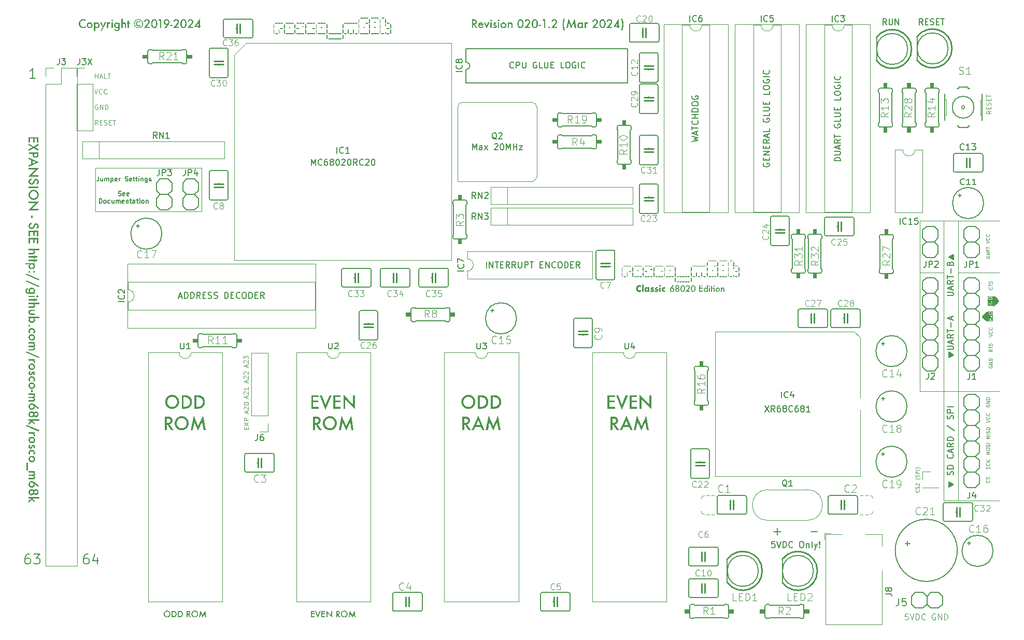
<source format=gbr>
G04 #@! TF.GenerationSoftware,KiCad,Pcbnew,7.0.9*
G04 #@! TF.CreationDate,2024-03-09T15:58:16+00:00*
G04 #@! TF.ProjectId,rosco_m68k,726f7363-6f5f-46d3-9638-6b2e6b696361,020-1.13*
G04 #@! TF.SameCoordinates,Original*
G04 #@! TF.FileFunction,Legend,Top*
G04 #@! TF.FilePolarity,Positive*
%FSLAX46Y46*%
G04 Gerber Fmt 4.6, Leading zero omitted, Abs format (unit mm)*
G04 Created by KiCad (PCBNEW 7.0.9) date 2024-03-09 15:58:16*
%MOMM*%
%LPD*%
G01*
G04 APERTURE LIST*
%ADD10C,0.100000*%
%ADD11C,0.150000*%
%ADD12C,0.120000*%
%ADD13C,0.134112*%
%ADD14C,0.081280*%
%ADD15C,0.187500*%
%ADD16C,0.174752*%
%ADD17C,0.113792*%
%ADD18C,0.134000*%
%ADD19C,0.200000*%
%ADD20C,0.120650*%
%ADD21C,0.127000*%
%ADD22C,0.152400*%
%ADD23C,0.050800*%
%ADD24C,0.254000*%
%ADD25C,0.203200*%
%ADD26C,0.002000*%
G04 APERTURE END LIST*
D10*
X104760907Y-123022856D02*
X104760907Y-122772856D01*
X105153764Y-122665713D02*
X105153764Y-123022856D01*
X105153764Y-123022856D02*
X104403764Y-123022856D01*
X104403764Y-123022856D02*
X104403764Y-122665713D01*
X104403764Y-122415714D02*
X105153764Y-121915714D01*
X104403764Y-121915714D02*
X105153764Y-122415714D01*
X105153764Y-121629999D02*
X104403764Y-121629999D01*
X104403764Y-121629999D02*
X104403764Y-121344285D01*
X104403764Y-121344285D02*
X104439478Y-121272856D01*
X104439478Y-121272856D02*
X104475192Y-121237142D01*
X104475192Y-121237142D02*
X104546621Y-121201428D01*
X104546621Y-121201428D02*
X104653764Y-121201428D01*
X104653764Y-121201428D02*
X104725192Y-121237142D01*
X104725192Y-121237142D02*
X104760907Y-121272856D01*
X104760907Y-121272856D02*
X104796621Y-121344285D01*
X104796621Y-121344285D02*
X104796621Y-121629999D01*
X104939478Y-120449857D02*
X104939478Y-120092715D01*
X105153764Y-120521286D02*
X104403764Y-120271286D01*
X104403764Y-120271286D02*
X105153764Y-120021286D01*
X104475192Y-119807000D02*
X104439478Y-119771286D01*
X104439478Y-119771286D02*
X104403764Y-119699858D01*
X104403764Y-119699858D02*
X104403764Y-119521286D01*
X104403764Y-119521286D02*
X104439478Y-119449858D01*
X104439478Y-119449858D02*
X104475192Y-119414143D01*
X104475192Y-119414143D02*
X104546621Y-119378429D01*
X104546621Y-119378429D02*
X104618050Y-119378429D01*
X104618050Y-119378429D02*
X104725192Y-119414143D01*
X104725192Y-119414143D02*
X105153764Y-119842715D01*
X105153764Y-119842715D02*
X105153764Y-119378429D01*
X104403764Y-118914143D02*
X104403764Y-118842714D01*
X104403764Y-118842714D02*
X104439478Y-118771286D01*
X104439478Y-118771286D02*
X104475192Y-118735572D01*
X104475192Y-118735572D02*
X104546621Y-118699857D01*
X104546621Y-118699857D02*
X104689478Y-118664143D01*
X104689478Y-118664143D02*
X104868050Y-118664143D01*
X104868050Y-118664143D02*
X105010907Y-118699857D01*
X105010907Y-118699857D02*
X105082335Y-118735572D01*
X105082335Y-118735572D02*
X105118050Y-118771286D01*
X105118050Y-118771286D02*
X105153764Y-118842714D01*
X105153764Y-118842714D02*
X105153764Y-118914143D01*
X105153764Y-118914143D02*
X105118050Y-118985572D01*
X105118050Y-118985572D02*
X105082335Y-119021286D01*
X105082335Y-119021286D02*
X105010907Y-119057000D01*
X105010907Y-119057000D02*
X104868050Y-119092714D01*
X104868050Y-119092714D02*
X104689478Y-119092714D01*
X104689478Y-119092714D02*
X104546621Y-119057000D01*
X104546621Y-119057000D02*
X104475192Y-119021286D01*
X104475192Y-119021286D02*
X104439478Y-118985572D01*
X104439478Y-118985572D02*
X104403764Y-118914143D01*
D11*
X191578600Y-140338700D02*
X191578600Y-139213700D01*
D12*
X218684000Y-97506000D02*
X214860000Y-97506000D01*
X80106500Y-80329000D02*
X80106500Y-87500000D01*
X214821000Y-89009000D02*
X214821000Y-116816000D01*
X218702000Y-97484000D02*
X218702000Y-89025000D01*
X218703000Y-97492000D02*
X218703000Y-116788000D01*
X221099000Y-97426000D02*
X221099000Y-116788000D01*
X227810000Y-89004000D02*
X214870000Y-89004000D01*
X97455500Y-80329000D02*
X80106500Y-80329000D01*
X221104000Y-116759000D02*
X221104000Y-134687000D01*
X221144000Y-97492000D02*
X227810000Y-97492000D01*
X214821000Y-116816000D02*
X227800000Y-116816000D01*
X227720000Y-101995000D02*
X227720000Y-102155000D01*
X227030000Y-102845000D01*
X226790000Y-102845000D01*
X226790000Y-101395000D01*
X227120000Y-101395000D01*
X227720000Y-101995000D01*
G36*
X227720000Y-101995000D02*
G01*
X227720000Y-102155000D01*
X227030000Y-102845000D01*
X226790000Y-102845000D01*
X226790000Y-101395000D01*
X227120000Y-101395000D01*
X227720000Y-101995000D01*
G37*
X218753000Y-134714000D02*
X227810000Y-134714000D01*
X80106500Y-87500000D02*
X97493500Y-87500000D01*
X225991000Y-105361000D02*
X225651000Y-105361000D01*
X225021000Y-104731000D01*
X225021000Y-104571000D01*
X225731000Y-103861000D01*
X225991000Y-103861000D01*
X225991000Y-105361000D01*
G36*
X225991000Y-105361000D02*
G01*
X225651000Y-105361000D01*
X225021000Y-104731000D01*
X225021000Y-104571000D01*
X225731000Y-103861000D01*
X225991000Y-103861000D01*
X225991000Y-105361000D01*
G37*
D11*
X191003600Y-139801200D02*
X192128600Y-139801200D01*
D12*
X221102000Y-97456000D02*
X221102000Y-89088000D01*
X218723000Y-116758000D02*
X218723000Y-134674000D01*
X97493500Y-87500000D02*
X97493500Y-80329000D01*
D11*
X197078600Y-139776200D02*
X198078600Y-139776200D01*
D13*
X69374951Y-143480545D02*
X69071602Y-143480545D01*
X69071602Y-143480545D02*
X68919928Y-143556382D01*
X68919928Y-143556382D02*
X68844091Y-143632219D01*
X68844091Y-143632219D02*
X68692416Y-143859730D01*
X68692416Y-143859730D02*
X68616579Y-144163079D01*
X68616579Y-144163079D02*
X68616579Y-144769776D01*
X68616579Y-144769776D02*
X68692416Y-144921450D01*
X68692416Y-144921450D02*
X68768253Y-144997288D01*
X68768253Y-144997288D02*
X68919928Y-145073125D01*
X68919928Y-145073125D02*
X69223276Y-145073125D01*
X69223276Y-145073125D02*
X69374951Y-144997288D01*
X69374951Y-144997288D02*
X69450788Y-144921450D01*
X69450788Y-144921450D02*
X69526625Y-144769776D01*
X69526625Y-144769776D02*
X69526625Y-144390590D01*
X69526625Y-144390590D02*
X69450788Y-144238916D01*
X69450788Y-144238916D02*
X69374951Y-144163079D01*
X69374951Y-144163079D02*
X69223276Y-144087242D01*
X69223276Y-144087242D02*
X68919928Y-144087242D01*
X68919928Y-144087242D02*
X68768253Y-144163079D01*
X68768253Y-144163079D02*
X68692416Y-144238916D01*
X68692416Y-144238916D02*
X68616579Y-144390590D01*
X70057485Y-143480545D02*
X71043368Y-143480545D01*
X71043368Y-143480545D02*
X70512508Y-144087242D01*
X70512508Y-144087242D02*
X70740019Y-144087242D01*
X70740019Y-144087242D02*
X70891694Y-144163079D01*
X70891694Y-144163079D02*
X70967531Y-144238916D01*
X70967531Y-144238916D02*
X71043368Y-144390590D01*
X71043368Y-144390590D02*
X71043368Y-144769776D01*
X71043368Y-144769776D02*
X70967531Y-144921450D01*
X70967531Y-144921450D02*
X70891694Y-144997288D01*
X70891694Y-144997288D02*
X70740019Y-145073125D01*
X70740019Y-145073125D02*
X70284996Y-145073125D01*
X70284996Y-145073125D02*
X70133322Y-144997288D01*
X70133322Y-144997288D02*
X70057485Y-144921450D01*
D14*
X225661543Y-95133622D02*
X226127020Y-95133622D01*
X226127020Y-95133622D02*
X226181782Y-95106241D01*
X226181782Y-95106241D02*
X226209163Y-95078860D01*
X226209163Y-95078860D02*
X226236543Y-95024098D01*
X226236543Y-95024098D02*
X226236543Y-94914574D01*
X226236543Y-94914574D02*
X226209163Y-94859812D01*
X226209163Y-94859812D02*
X226181782Y-94832431D01*
X226181782Y-94832431D02*
X226127020Y-94805050D01*
X226127020Y-94805050D02*
X225661543Y-94805050D01*
X226072258Y-94558622D02*
X226072258Y-94284812D01*
X226236543Y-94613384D02*
X225661543Y-94421717D01*
X225661543Y-94421717D02*
X226236543Y-94230050D01*
X226236543Y-93709812D02*
X225962734Y-93901479D01*
X226236543Y-94038384D02*
X225661543Y-94038384D01*
X225661543Y-94038384D02*
X225661543Y-93819336D01*
X225661543Y-93819336D02*
X225688924Y-93764574D01*
X225688924Y-93764574D02*
X225716305Y-93737193D01*
X225716305Y-93737193D02*
X225771067Y-93709812D01*
X225771067Y-93709812D02*
X225853210Y-93709812D01*
X225853210Y-93709812D02*
X225907972Y-93737193D01*
X225907972Y-93737193D02*
X225935353Y-93764574D01*
X225935353Y-93764574D02*
X225962734Y-93819336D01*
X225962734Y-93819336D02*
X225962734Y-94038384D01*
X225661543Y-93545527D02*
X225661543Y-93216955D01*
X226236543Y-93381241D02*
X225661543Y-93381241D01*
X225661543Y-92669337D02*
X226236543Y-92477670D01*
X226236543Y-92477670D02*
X225661543Y-92286003D01*
X226181782Y-91765765D02*
X226209163Y-91793146D01*
X226209163Y-91793146D02*
X226236543Y-91875289D01*
X226236543Y-91875289D02*
X226236543Y-91930051D01*
X226236543Y-91930051D02*
X226209163Y-92012194D01*
X226209163Y-92012194D02*
X226154401Y-92066956D01*
X226154401Y-92066956D02*
X226099639Y-92094337D01*
X226099639Y-92094337D02*
X225990115Y-92121718D01*
X225990115Y-92121718D02*
X225907972Y-92121718D01*
X225907972Y-92121718D02*
X225798448Y-92094337D01*
X225798448Y-92094337D02*
X225743686Y-92066956D01*
X225743686Y-92066956D02*
X225688924Y-92012194D01*
X225688924Y-92012194D02*
X225661543Y-91930051D01*
X225661543Y-91930051D02*
X225661543Y-91875289D01*
X225661543Y-91875289D02*
X225688924Y-91793146D01*
X225688924Y-91793146D02*
X225716305Y-91765765D01*
X226181782Y-91190765D02*
X226209163Y-91218146D01*
X226209163Y-91218146D02*
X226236543Y-91300289D01*
X226236543Y-91300289D02*
X226236543Y-91355051D01*
X226236543Y-91355051D02*
X226209163Y-91437194D01*
X226209163Y-91437194D02*
X226154401Y-91491956D01*
X226154401Y-91491956D02*
X226099639Y-91519337D01*
X226099639Y-91519337D02*
X225990115Y-91546718D01*
X225990115Y-91546718D02*
X225907972Y-91546718D01*
X225907972Y-91546718D02*
X225798448Y-91519337D01*
X225798448Y-91519337D02*
X225743686Y-91491956D01*
X225743686Y-91491956D02*
X225688924Y-91437194D01*
X225688924Y-91437194D02*
X225661543Y-91355051D01*
X225661543Y-91355051D02*
X225661543Y-91300289D01*
X225661543Y-91300289D02*
X225688924Y-91218146D01*
X225688924Y-91218146D02*
X225716305Y-91190765D01*
X225697159Y-119048095D02*
X225669778Y-119102857D01*
X225669778Y-119102857D02*
X225669778Y-119185000D01*
X225669778Y-119185000D02*
X225697159Y-119267143D01*
X225697159Y-119267143D02*
X225751921Y-119321905D01*
X225751921Y-119321905D02*
X225806683Y-119349286D01*
X225806683Y-119349286D02*
X225916207Y-119376667D01*
X225916207Y-119376667D02*
X225998350Y-119376667D01*
X225998350Y-119376667D02*
X226107874Y-119349286D01*
X226107874Y-119349286D02*
X226162636Y-119321905D01*
X226162636Y-119321905D02*
X226217398Y-119267143D01*
X226217398Y-119267143D02*
X226244778Y-119185000D01*
X226244778Y-119185000D02*
X226244778Y-119130238D01*
X226244778Y-119130238D02*
X226217398Y-119048095D01*
X226217398Y-119048095D02*
X226190017Y-119020714D01*
X226190017Y-119020714D02*
X225998350Y-119020714D01*
X225998350Y-119020714D02*
X225998350Y-119130238D01*
X226244778Y-118774286D02*
X225669778Y-118774286D01*
X225669778Y-118774286D02*
X226244778Y-118445714D01*
X226244778Y-118445714D02*
X225669778Y-118445714D01*
X226244778Y-118171905D02*
X225669778Y-118171905D01*
X225669778Y-118171905D02*
X225669778Y-118035000D01*
X225669778Y-118035000D02*
X225697159Y-117952857D01*
X225697159Y-117952857D02*
X225751921Y-117898095D01*
X225751921Y-117898095D02*
X225806683Y-117870714D01*
X225806683Y-117870714D02*
X225916207Y-117843333D01*
X225916207Y-117843333D02*
X225998350Y-117843333D01*
X225998350Y-117843333D02*
X226107874Y-117870714D01*
X226107874Y-117870714D02*
X226162636Y-117898095D01*
X226162636Y-117898095D02*
X226217398Y-117952857D01*
X226217398Y-117952857D02*
X226244778Y-118035000D01*
X226244778Y-118035000D02*
X226244778Y-118171905D01*
D11*
X219605033Y-131712714D02*
X219557414Y-131712714D01*
X219700271Y-131760333D02*
X219557414Y-131760333D01*
X219795509Y-131807952D02*
X219557414Y-131807952D01*
X219890747Y-131855571D02*
X219557414Y-131855571D01*
X219938366Y-131903190D02*
X219557414Y-131903190D01*
X220033604Y-131950809D02*
X219557414Y-131950809D01*
X220128842Y-131998428D02*
X219557414Y-131998428D01*
X220224080Y-132046047D02*
X219557414Y-132046047D01*
X220319319Y-132093666D02*
X219557414Y-132093666D01*
X220224080Y-132141285D02*
X219557414Y-132141285D01*
X220128842Y-132188904D02*
X219557414Y-132188904D01*
X220033604Y-132236523D02*
X219557414Y-132236523D01*
X219938366Y-132284142D02*
X219557414Y-132284142D01*
X219890747Y-132331761D02*
X219557414Y-132331761D01*
X219795509Y-132379380D02*
X219557414Y-132379380D01*
X219700271Y-132426999D02*
X219557414Y-132426999D01*
X219557414Y-132474618D02*
X220271700Y-132093666D01*
X220271700Y-132093666D02*
X219557414Y-131712714D01*
X219605033Y-132474618D02*
X219557414Y-132474618D01*
X220319319Y-132093666D02*
X219557414Y-132522237D01*
X219557414Y-132522237D02*
X219557414Y-131665094D01*
X219557414Y-131665094D02*
X220319319Y-132093666D01*
X220271700Y-130522237D02*
X220319319Y-130379380D01*
X220319319Y-130379380D02*
X220319319Y-130141285D01*
X220319319Y-130141285D02*
X220271700Y-130046047D01*
X220271700Y-130046047D02*
X220224080Y-129998428D01*
X220224080Y-129998428D02*
X220128842Y-129950809D01*
X220128842Y-129950809D02*
X220033604Y-129950809D01*
X220033604Y-129950809D02*
X219938366Y-129998428D01*
X219938366Y-129998428D02*
X219890747Y-130046047D01*
X219890747Y-130046047D02*
X219843128Y-130141285D01*
X219843128Y-130141285D02*
X219795509Y-130331761D01*
X219795509Y-130331761D02*
X219747890Y-130426999D01*
X219747890Y-130426999D02*
X219700271Y-130474618D01*
X219700271Y-130474618D02*
X219605033Y-130522237D01*
X219605033Y-130522237D02*
X219509795Y-130522237D01*
X219509795Y-130522237D02*
X219414557Y-130474618D01*
X219414557Y-130474618D02*
X219366938Y-130426999D01*
X219366938Y-130426999D02*
X219319319Y-130331761D01*
X219319319Y-130331761D02*
X219319319Y-130093666D01*
X219319319Y-130093666D02*
X219366938Y-129950809D01*
X220319319Y-129522237D02*
X219319319Y-129522237D01*
X219319319Y-129522237D02*
X219319319Y-129284142D01*
X219319319Y-129284142D02*
X219366938Y-129141285D01*
X219366938Y-129141285D02*
X219462176Y-129046047D01*
X219462176Y-129046047D02*
X219557414Y-128998428D01*
X219557414Y-128998428D02*
X219747890Y-128950809D01*
X219747890Y-128950809D02*
X219890747Y-128950809D01*
X219890747Y-128950809D02*
X220081223Y-128998428D01*
X220081223Y-128998428D02*
X220176461Y-129046047D01*
X220176461Y-129046047D02*
X220271700Y-129141285D01*
X220271700Y-129141285D02*
X220319319Y-129284142D01*
X220319319Y-129284142D02*
X220319319Y-129522237D01*
X220224080Y-127188904D02*
X220271700Y-127236523D01*
X220271700Y-127236523D02*
X220319319Y-127379380D01*
X220319319Y-127379380D02*
X220319319Y-127474618D01*
X220319319Y-127474618D02*
X220271700Y-127617475D01*
X220271700Y-127617475D02*
X220176461Y-127712713D01*
X220176461Y-127712713D02*
X220081223Y-127760332D01*
X220081223Y-127760332D02*
X219890747Y-127807951D01*
X219890747Y-127807951D02*
X219747890Y-127807951D01*
X219747890Y-127807951D02*
X219557414Y-127760332D01*
X219557414Y-127760332D02*
X219462176Y-127712713D01*
X219462176Y-127712713D02*
X219366938Y-127617475D01*
X219366938Y-127617475D02*
X219319319Y-127474618D01*
X219319319Y-127474618D02*
X219319319Y-127379380D01*
X219319319Y-127379380D02*
X219366938Y-127236523D01*
X219366938Y-127236523D02*
X219414557Y-127188904D01*
X220033604Y-126807951D02*
X220033604Y-126331761D01*
X220319319Y-126903189D02*
X219319319Y-126569856D01*
X219319319Y-126569856D02*
X220319319Y-126236523D01*
X220319319Y-125331761D02*
X219843128Y-125665094D01*
X220319319Y-125903189D02*
X219319319Y-125903189D01*
X219319319Y-125903189D02*
X219319319Y-125522237D01*
X219319319Y-125522237D02*
X219366938Y-125426999D01*
X219366938Y-125426999D02*
X219414557Y-125379380D01*
X219414557Y-125379380D02*
X219509795Y-125331761D01*
X219509795Y-125331761D02*
X219652652Y-125331761D01*
X219652652Y-125331761D02*
X219747890Y-125379380D01*
X219747890Y-125379380D02*
X219795509Y-125426999D01*
X219795509Y-125426999D02*
X219843128Y-125522237D01*
X219843128Y-125522237D02*
X219843128Y-125903189D01*
X220319319Y-124903189D02*
X219319319Y-124903189D01*
X219319319Y-124903189D02*
X219319319Y-124665094D01*
X219319319Y-124665094D02*
X219366938Y-124522237D01*
X219366938Y-124522237D02*
X219462176Y-124426999D01*
X219462176Y-124426999D02*
X219557414Y-124379380D01*
X219557414Y-124379380D02*
X219747890Y-124331761D01*
X219747890Y-124331761D02*
X219890747Y-124331761D01*
X219890747Y-124331761D02*
X220081223Y-124379380D01*
X220081223Y-124379380D02*
X220176461Y-124426999D01*
X220176461Y-124426999D02*
X220271700Y-124522237D01*
X220271700Y-124522237D02*
X220319319Y-124665094D01*
X220319319Y-124665094D02*
X220319319Y-124903189D01*
X219271700Y-122426999D02*
X220557414Y-123284141D01*
X220271700Y-121379379D02*
X220319319Y-121236522D01*
X220319319Y-121236522D02*
X220319319Y-120998427D01*
X220319319Y-120998427D02*
X220271700Y-120903189D01*
X220271700Y-120903189D02*
X220224080Y-120855570D01*
X220224080Y-120855570D02*
X220128842Y-120807951D01*
X220128842Y-120807951D02*
X220033604Y-120807951D01*
X220033604Y-120807951D02*
X219938366Y-120855570D01*
X219938366Y-120855570D02*
X219890747Y-120903189D01*
X219890747Y-120903189D02*
X219843128Y-120998427D01*
X219843128Y-120998427D02*
X219795509Y-121188903D01*
X219795509Y-121188903D02*
X219747890Y-121284141D01*
X219747890Y-121284141D02*
X219700271Y-121331760D01*
X219700271Y-121331760D02*
X219605033Y-121379379D01*
X219605033Y-121379379D02*
X219509795Y-121379379D01*
X219509795Y-121379379D02*
X219414557Y-121331760D01*
X219414557Y-121331760D02*
X219366938Y-121284141D01*
X219366938Y-121284141D02*
X219319319Y-121188903D01*
X219319319Y-121188903D02*
X219319319Y-120950808D01*
X219319319Y-120950808D02*
X219366938Y-120807951D01*
X220319319Y-120379379D02*
X219319319Y-120379379D01*
X219319319Y-120379379D02*
X219319319Y-119998427D01*
X219319319Y-119998427D02*
X219366938Y-119903189D01*
X219366938Y-119903189D02*
X219414557Y-119855570D01*
X219414557Y-119855570D02*
X219509795Y-119807951D01*
X219509795Y-119807951D02*
X219652652Y-119807951D01*
X219652652Y-119807951D02*
X219747890Y-119855570D01*
X219747890Y-119855570D02*
X219795509Y-119903189D01*
X219795509Y-119903189D02*
X219843128Y-119998427D01*
X219843128Y-119998427D02*
X219843128Y-120379379D01*
X220319319Y-119379379D02*
X219319319Y-119379379D01*
D10*
X104897478Y-112879857D02*
X104897478Y-112522715D01*
X105111764Y-112951286D02*
X104361764Y-112701286D01*
X104361764Y-112701286D02*
X105111764Y-112451286D01*
X104433192Y-112237000D02*
X104397478Y-112201286D01*
X104397478Y-112201286D02*
X104361764Y-112129858D01*
X104361764Y-112129858D02*
X104361764Y-111951286D01*
X104361764Y-111951286D02*
X104397478Y-111879858D01*
X104397478Y-111879858D02*
X104433192Y-111844143D01*
X104433192Y-111844143D02*
X104504621Y-111808429D01*
X104504621Y-111808429D02*
X104576050Y-111808429D01*
X104576050Y-111808429D02*
X104683192Y-111844143D01*
X104683192Y-111844143D02*
X105111764Y-112272715D01*
X105111764Y-112272715D02*
X105111764Y-111808429D01*
X104361764Y-111558429D02*
X104361764Y-111094143D01*
X104361764Y-111094143D02*
X104647478Y-111344143D01*
X104647478Y-111344143D02*
X104647478Y-111237000D01*
X104647478Y-111237000D02*
X104683192Y-111165572D01*
X104683192Y-111165572D02*
X104718907Y-111129857D01*
X104718907Y-111129857D02*
X104790335Y-111094143D01*
X104790335Y-111094143D02*
X104968907Y-111094143D01*
X104968907Y-111094143D02*
X105040335Y-111129857D01*
X105040335Y-111129857D02*
X105076050Y-111165572D01*
X105076050Y-111165572D02*
X105111764Y-111237000D01*
X105111764Y-111237000D02*
X105111764Y-111451286D01*
X105111764Y-111451286D02*
X105076050Y-111522714D01*
X105076050Y-111522714D02*
X105040335Y-111558429D01*
D15*
X80669929Y-81767214D02*
X80669929Y-82302928D01*
X80669929Y-82302928D02*
X80634214Y-82410071D01*
X80634214Y-82410071D02*
X80562786Y-82481500D01*
X80562786Y-82481500D02*
X80455643Y-82517214D01*
X80455643Y-82517214D02*
X80384214Y-82517214D01*
X81348501Y-82017214D02*
X81348501Y-82517214D01*
X81027072Y-82017214D02*
X81027072Y-82410071D01*
X81027072Y-82410071D02*
X81062786Y-82481500D01*
X81062786Y-82481500D02*
X81134215Y-82517214D01*
X81134215Y-82517214D02*
X81241358Y-82517214D01*
X81241358Y-82517214D02*
X81312786Y-82481500D01*
X81312786Y-82481500D02*
X81348501Y-82445785D01*
X81705643Y-82517214D02*
X81705643Y-82017214D01*
X81705643Y-82088642D02*
X81741357Y-82052928D01*
X81741357Y-82052928D02*
X81812786Y-82017214D01*
X81812786Y-82017214D02*
X81919929Y-82017214D01*
X81919929Y-82017214D02*
X81991357Y-82052928D01*
X81991357Y-82052928D02*
X82027072Y-82124357D01*
X82027072Y-82124357D02*
X82027072Y-82517214D01*
X82027072Y-82124357D02*
X82062786Y-82052928D01*
X82062786Y-82052928D02*
X82134214Y-82017214D01*
X82134214Y-82017214D02*
X82241357Y-82017214D01*
X82241357Y-82017214D02*
X82312786Y-82052928D01*
X82312786Y-82052928D02*
X82348500Y-82124357D01*
X82348500Y-82124357D02*
X82348500Y-82517214D01*
X82705643Y-82017214D02*
X82705643Y-82767214D01*
X82705643Y-82052928D02*
X82777072Y-82017214D01*
X82777072Y-82017214D02*
X82919929Y-82017214D01*
X82919929Y-82017214D02*
X82991357Y-82052928D01*
X82991357Y-82052928D02*
X83027072Y-82088642D01*
X83027072Y-82088642D02*
X83062786Y-82160071D01*
X83062786Y-82160071D02*
X83062786Y-82374357D01*
X83062786Y-82374357D02*
X83027072Y-82445785D01*
X83027072Y-82445785D02*
X82991357Y-82481500D01*
X82991357Y-82481500D02*
X82919929Y-82517214D01*
X82919929Y-82517214D02*
X82777072Y-82517214D01*
X82777072Y-82517214D02*
X82705643Y-82481500D01*
X83669928Y-82481500D02*
X83598500Y-82517214D01*
X83598500Y-82517214D02*
X83455643Y-82517214D01*
X83455643Y-82517214D02*
X83384214Y-82481500D01*
X83384214Y-82481500D02*
X83348500Y-82410071D01*
X83348500Y-82410071D02*
X83348500Y-82124357D01*
X83348500Y-82124357D02*
X83384214Y-82052928D01*
X83384214Y-82052928D02*
X83455643Y-82017214D01*
X83455643Y-82017214D02*
X83598500Y-82017214D01*
X83598500Y-82017214D02*
X83669928Y-82052928D01*
X83669928Y-82052928D02*
X83705643Y-82124357D01*
X83705643Y-82124357D02*
X83705643Y-82195785D01*
X83705643Y-82195785D02*
X83348500Y-82267214D01*
X84027071Y-82517214D02*
X84027071Y-82017214D01*
X84027071Y-82160071D02*
X84062785Y-82088642D01*
X84062785Y-82088642D02*
X84098500Y-82052928D01*
X84098500Y-82052928D02*
X84169928Y-82017214D01*
X84169928Y-82017214D02*
X84241357Y-82017214D01*
X85027072Y-82481500D02*
X85134215Y-82517214D01*
X85134215Y-82517214D02*
X85312786Y-82517214D01*
X85312786Y-82517214D02*
X85384215Y-82481500D01*
X85384215Y-82481500D02*
X85419929Y-82445785D01*
X85419929Y-82445785D02*
X85455643Y-82374357D01*
X85455643Y-82374357D02*
X85455643Y-82302928D01*
X85455643Y-82302928D02*
X85419929Y-82231500D01*
X85419929Y-82231500D02*
X85384215Y-82195785D01*
X85384215Y-82195785D02*
X85312786Y-82160071D01*
X85312786Y-82160071D02*
X85169929Y-82124357D01*
X85169929Y-82124357D02*
X85098500Y-82088642D01*
X85098500Y-82088642D02*
X85062786Y-82052928D01*
X85062786Y-82052928D02*
X85027072Y-81981500D01*
X85027072Y-81981500D02*
X85027072Y-81910071D01*
X85027072Y-81910071D02*
X85062786Y-81838642D01*
X85062786Y-81838642D02*
X85098500Y-81802928D01*
X85098500Y-81802928D02*
X85169929Y-81767214D01*
X85169929Y-81767214D02*
X85348500Y-81767214D01*
X85348500Y-81767214D02*
X85455643Y-81802928D01*
X86062786Y-82481500D02*
X85991358Y-82517214D01*
X85991358Y-82517214D02*
X85848501Y-82517214D01*
X85848501Y-82517214D02*
X85777072Y-82481500D01*
X85777072Y-82481500D02*
X85741358Y-82410071D01*
X85741358Y-82410071D02*
X85741358Y-82124357D01*
X85741358Y-82124357D02*
X85777072Y-82052928D01*
X85777072Y-82052928D02*
X85848501Y-82017214D01*
X85848501Y-82017214D02*
X85991358Y-82017214D01*
X85991358Y-82017214D02*
X86062786Y-82052928D01*
X86062786Y-82052928D02*
X86098501Y-82124357D01*
X86098501Y-82124357D02*
X86098501Y-82195785D01*
X86098501Y-82195785D02*
X85741358Y-82267214D01*
X86312786Y-82017214D02*
X86598500Y-82017214D01*
X86419929Y-81767214D02*
X86419929Y-82410071D01*
X86419929Y-82410071D02*
X86455643Y-82481500D01*
X86455643Y-82481500D02*
X86527072Y-82517214D01*
X86527072Y-82517214D02*
X86598500Y-82517214D01*
X86741357Y-82017214D02*
X87027071Y-82017214D01*
X86848500Y-81767214D02*
X86848500Y-82410071D01*
X86848500Y-82410071D02*
X86884214Y-82481500D01*
X86884214Y-82481500D02*
X86955643Y-82517214D01*
X86955643Y-82517214D02*
X87027071Y-82517214D01*
X87277071Y-82517214D02*
X87277071Y-82017214D01*
X87277071Y-81767214D02*
X87241357Y-81802928D01*
X87241357Y-81802928D02*
X87277071Y-81838642D01*
X87277071Y-81838642D02*
X87312785Y-81802928D01*
X87312785Y-81802928D02*
X87277071Y-81767214D01*
X87277071Y-81767214D02*
X87277071Y-81838642D01*
X87634214Y-82017214D02*
X87634214Y-82517214D01*
X87634214Y-82088642D02*
X87669928Y-82052928D01*
X87669928Y-82052928D02*
X87741357Y-82017214D01*
X87741357Y-82017214D02*
X87848500Y-82017214D01*
X87848500Y-82017214D02*
X87919928Y-82052928D01*
X87919928Y-82052928D02*
X87955643Y-82124357D01*
X87955643Y-82124357D02*
X87955643Y-82517214D01*
X88634214Y-82017214D02*
X88634214Y-82624357D01*
X88634214Y-82624357D02*
X88598499Y-82695785D01*
X88598499Y-82695785D02*
X88562785Y-82731500D01*
X88562785Y-82731500D02*
X88491356Y-82767214D01*
X88491356Y-82767214D02*
X88384214Y-82767214D01*
X88384214Y-82767214D02*
X88312785Y-82731500D01*
X88634214Y-82481500D02*
X88562785Y-82517214D01*
X88562785Y-82517214D02*
X88419928Y-82517214D01*
X88419928Y-82517214D02*
X88348499Y-82481500D01*
X88348499Y-82481500D02*
X88312785Y-82445785D01*
X88312785Y-82445785D02*
X88277071Y-82374357D01*
X88277071Y-82374357D02*
X88277071Y-82160071D01*
X88277071Y-82160071D02*
X88312785Y-82088642D01*
X88312785Y-82088642D02*
X88348499Y-82052928D01*
X88348499Y-82052928D02*
X88419928Y-82017214D01*
X88419928Y-82017214D02*
X88562785Y-82017214D01*
X88562785Y-82017214D02*
X88634214Y-82052928D01*
X88955642Y-82481500D02*
X89027070Y-82517214D01*
X89027070Y-82517214D02*
X89169927Y-82517214D01*
X89169927Y-82517214D02*
X89241356Y-82481500D01*
X89241356Y-82481500D02*
X89277070Y-82410071D01*
X89277070Y-82410071D02*
X89277070Y-82374357D01*
X89277070Y-82374357D02*
X89241356Y-82302928D01*
X89241356Y-82302928D02*
X89169927Y-82267214D01*
X89169927Y-82267214D02*
X89062785Y-82267214D01*
X89062785Y-82267214D02*
X88991356Y-82231500D01*
X88991356Y-82231500D02*
X88955642Y-82160071D01*
X88955642Y-82160071D02*
X88955642Y-82124357D01*
X88955642Y-82124357D02*
X88991356Y-82052928D01*
X88991356Y-82052928D02*
X89062785Y-82017214D01*
X89062785Y-82017214D02*
X89169927Y-82017214D01*
X89169927Y-82017214D02*
X89241356Y-82052928D01*
D11*
G36*
X174600600Y-99602300D02*
G01*
X174352938Y-99947170D01*
X174362693Y-99945919D01*
X174372754Y-99944729D01*
X174382800Y-99943680D01*
X174387376Y-99943263D01*
X174397291Y-99942370D01*
X174407173Y-99941833D01*
X174409847Y-99941797D01*
X174425649Y-99942183D01*
X174441182Y-99943339D01*
X174456447Y-99945266D01*
X174471442Y-99947964D01*
X174486168Y-99951433D01*
X174500625Y-99955673D01*
X174514813Y-99960684D01*
X174528732Y-99966466D01*
X174542382Y-99973018D01*
X174555763Y-99980342D01*
X174568875Y-99988436D01*
X174581717Y-99997301D01*
X174594291Y-100006937D01*
X174606596Y-100017344D01*
X174618631Y-100028522D01*
X174630398Y-100040471D01*
X174641548Y-100052779D01*
X174651979Y-100065399D01*
X174661691Y-100078333D01*
X174670683Y-100091579D01*
X174678956Y-100105138D01*
X174686509Y-100119011D01*
X174693343Y-100133196D01*
X174699458Y-100147694D01*
X174704853Y-100162505D01*
X174709529Y-100177629D01*
X174713485Y-100193066D01*
X174716723Y-100208816D01*
X174719240Y-100224878D01*
X174721039Y-100241254D01*
X174722118Y-100257943D01*
X174722478Y-100274944D01*
X174722075Y-100292920D01*
X174720867Y-100310577D01*
X174718854Y-100327915D01*
X174716036Y-100344935D01*
X174712412Y-100361636D01*
X174707983Y-100378019D01*
X174702749Y-100394082D01*
X174696710Y-100409827D01*
X174689865Y-100425254D01*
X174682216Y-100440362D01*
X174673761Y-100455151D01*
X174664500Y-100469621D01*
X174654435Y-100483773D01*
X174643564Y-100497606D01*
X174631888Y-100511121D01*
X174619407Y-100524316D01*
X174606423Y-100536827D01*
X174593117Y-100548531D01*
X174579488Y-100559427D01*
X174565536Y-100569517D01*
X174551262Y-100578799D01*
X174536666Y-100587274D01*
X174521747Y-100594942D01*
X174506506Y-100601802D01*
X174490942Y-100607856D01*
X174475056Y-100613102D01*
X174458847Y-100617542D01*
X174442316Y-100621174D01*
X174425462Y-100623999D01*
X174408286Y-100626017D01*
X174390787Y-100627227D01*
X174372966Y-100627631D01*
X174355304Y-100627232D01*
X174337917Y-100626036D01*
X174320805Y-100624042D01*
X174303967Y-100621250D01*
X174287405Y-100617661D01*
X174271117Y-100613274D01*
X174255104Y-100608090D01*
X174239365Y-100602108D01*
X174223902Y-100595328D01*
X174208713Y-100587751D01*
X174193799Y-100579376D01*
X174179159Y-100570203D01*
X174164795Y-100560233D01*
X174150705Y-100549466D01*
X174136890Y-100537900D01*
X174123350Y-100525538D01*
X174110603Y-100512598D01*
X174098678Y-100499365D01*
X174087575Y-100485839D01*
X174077295Y-100472018D01*
X174067837Y-100457903D01*
X174059202Y-100443495D01*
X174051389Y-100428793D01*
X174044398Y-100413796D01*
X174038230Y-100398506D01*
X174032885Y-100382923D01*
X174028361Y-100367045D01*
X174024661Y-100350873D01*
X174021782Y-100334408D01*
X174019726Y-100317649D01*
X174018492Y-100300596D01*
X174018110Y-100284470D01*
X174175374Y-100284470D01*
X174175595Y-100295025D01*
X174176259Y-100305379D01*
X174177366Y-100315534D01*
X174178915Y-100325487D01*
X174180907Y-100335241D01*
X174183342Y-100344794D01*
X174186220Y-100354147D01*
X174191366Y-100367800D01*
X174197508Y-100381003D01*
X174204646Y-100393755D01*
X174209959Y-100402006D01*
X174215714Y-100410056D01*
X174221911Y-100417906D01*
X174228552Y-100425556D01*
X174232038Y-100429306D01*
X174239221Y-100436522D01*
X174246605Y-100443273D01*
X174254189Y-100449559D01*
X174265940Y-100458114D01*
X174278143Y-100465622D01*
X174290796Y-100472082D01*
X174303900Y-100477494D01*
X174317454Y-100481859D01*
X174331460Y-100485176D01*
X174345916Y-100487446D01*
X174355804Y-100488377D01*
X174365893Y-100488843D01*
X174371012Y-100488901D01*
X174380934Y-100488668D01*
X174395475Y-100487446D01*
X174409602Y-100485176D01*
X174423318Y-100481859D01*
X174436622Y-100477494D01*
X174449513Y-100472082D01*
X174461993Y-100465622D01*
X174474060Y-100458114D01*
X174485715Y-100449559D01*
X174493256Y-100443273D01*
X174500613Y-100436522D01*
X174507788Y-100429306D01*
X174514739Y-100421680D01*
X174521241Y-100413884D01*
X174527294Y-100405919D01*
X174532899Y-100397783D01*
X174538056Y-100389478D01*
X174544950Y-100376702D01*
X174550836Y-100363543D01*
X174555712Y-100350003D01*
X174559580Y-100336080D01*
X174562439Y-100321776D01*
X174563784Y-100312027D01*
X174564681Y-100302109D01*
X174565129Y-100292020D01*
X174565185Y-100286912D01*
X174564964Y-100276209D01*
X174564300Y-100265717D01*
X174563193Y-100255434D01*
X174561644Y-100245360D01*
X174559652Y-100235497D01*
X174557217Y-100225844D01*
X174554339Y-100216401D01*
X174551019Y-100207167D01*
X174547256Y-100198143D01*
X174540782Y-100185001D01*
X174535912Y-100176503D01*
X174530600Y-100168214D01*
X174524845Y-100160134D01*
X174518647Y-100152265D01*
X174512007Y-100144606D01*
X174508521Y-100140855D01*
X174501255Y-100133550D01*
X174493805Y-100126716D01*
X174486173Y-100120353D01*
X174478357Y-100114462D01*
X174466290Y-100106508D01*
X174453810Y-100099615D01*
X174440919Y-100093783D01*
X174427615Y-100089011D01*
X174413900Y-100085299D01*
X174399772Y-100082648D01*
X174385232Y-100081057D01*
X174375309Y-100080586D01*
X174370279Y-100080527D01*
X174360180Y-100080760D01*
X174350274Y-100081458D01*
X174340564Y-100082622D01*
X174326363Y-100085241D01*
X174312600Y-100088908D01*
X174299275Y-100093622D01*
X174286388Y-100099383D01*
X174273938Y-100106193D01*
X174261927Y-100114049D01*
X174250354Y-100122954D01*
X174242881Y-100129472D01*
X174235604Y-100136456D01*
X174232038Y-100140122D01*
X174225176Y-100147670D01*
X174218757Y-100155414D01*
X174212781Y-100163355D01*
X174207247Y-100171492D01*
X174199777Y-100184067D01*
X174193303Y-100197083D01*
X174187824Y-100210542D01*
X174183342Y-100224443D01*
X174180907Y-100233956D01*
X174178915Y-100243666D01*
X174177366Y-100253572D01*
X174176259Y-100263675D01*
X174175595Y-100273974D01*
X174175374Y-100284470D01*
X174018110Y-100284470D01*
X174018081Y-100283249D01*
X174018480Y-100267526D01*
X174019676Y-100251684D01*
X174021670Y-100235721D01*
X174024462Y-100219639D01*
X174028051Y-100203436D01*
X174032438Y-100187112D01*
X174037623Y-100170669D01*
X174043605Y-100154105D01*
X174050384Y-100137421D01*
X174057961Y-100120617D01*
X174066336Y-100103693D01*
X174075509Y-100086648D01*
X174080394Y-100078081D01*
X174085479Y-100069484D01*
X174090763Y-100060856D01*
X174096247Y-100052199D01*
X174101929Y-100043511D01*
X174107812Y-100034794D01*
X174113894Y-100026046D01*
X174120175Y-100017268D01*
X174485074Y-99514372D01*
X174600600Y-99602300D01*
G37*
G36*
X175243092Y-99535710D02*
G01*
X175259243Y-99536709D01*
X175275049Y-99538374D01*
X175290510Y-99540705D01*
X175305626Y-99543701D01*
X175320396Y-99547364D01*
X175334820Y-99551693D01*
X175348899Y-99556687D01*
X175362633Y-99562348D01*
X175376022Y-99568674D01*
X175389065Y-99575667D01*
X175401763Y-99583325D01*
X175414115Y-99591649D01*
X175426122Y-99600639D01*
X175437784Y-99610296D01*
X175449100Y-99620618D01*
X175459895Y-99631412D01*
X175469994Y-99642546D01*
X175479397Y-99654020D01*
X175488103Y-99665833D01*
X175496112Y-99677986D01*
X175503425Y-99690479D01*
X175510042Y-99703311D01*
X175515962Y-99716483D01*
X175521185Y-99729995D01*
X175525712Y-99743846D01*
X175529543Y-99758037D01*
X175532677Y-99772567D01*
X175535115Y-99787438D01*
X175536856Y-99802647D01*
X175537900Y-99818197D01*
X175538249Y-99834086D01*
X175537779Y-99850776D01*
X175536371Y-99867078D01*
X175534024Y-99882993D01*
X175530738Y-99898520D01*
X175526514Y-99913661D01*
X175521350Y-99928413D01*
X175515248Y-99942779D01*
X175508207Y-99956757D01*
X175500227Y-99970348D01*
X175491308Y-99983551D01*
X175481451Y-99996367D01*
X175470654Y-100008796D01*
X175458919Y-100020837D01*
X175446245Y-100032491D01*
X175432633Y-100043758D01*
X175418081Y-100054637D01*
X175429750Y-100061376D01*
X175440942Y-100068677D01*
X175451657Y-100076540D01*
X175461896Y-100084965D01*
X175471658Y-100093954D01*
X175480944Y-100103504D01*
X175489753Y-100113617D01*
X175498086Y-100124292D01*
X175505942Y-100135530D01*
X175513322Y-100147330D01*
X175517977Y-100155510D01*
X175524568Y-100168070D01*
X175530510Y-100180932D01*
X175535805Y-100194094D01*
X175540451Y-100207556D01*
X175544449Y-100221319D01*
X175547798Y-100235383D01*
X175550499Y-100249747D01*
X175551940Y-100259490D01*
X175553092Y-100269366D01*
X175553957Y-100279377D01*
X175554533Y-100289520D01*
X175554821Y-100299798D01*
X175554857Y-100304986D01*
X175554502Y-100322465D01*
X175553438Y-100339547D01*
X175551663Y-100356231D01*
X175549179Y-100372519D01*
X175545984Y-100388410D01*
X175542080Y-100403905D01*
X175537466Y-100419002D01*
X175532143Y-100433702D01*
X175526109Y-100448006D01*
X175519366Y-100461912D01*
X175511912Y-100475422D01*
X175503749Y-100488535D01*
X175494877Y-100501251D01*
X175485294Y-100513570D01*
X175475001Y-100525492D01*
X175463999Y-100537017D01*
X175452443Y-100547990D01*
X175440490Y-100558255D01*
X175428141Y-100567812D01*
X175415395Y-100576661D01*
X175402251Y-100584802D01*
X175388711Y-100592235D01*
X175374774Y-100598960D01*
X175360440Y-100604978D01*
X175345709Y-100610287D01*
X175330581Y-100614888D01*
X175315057Y-100618782D01*
X175299135Y-100621968D01*
X175282816Y-100624445D01*
X175266101Y-100626215D01*
X175248989Y-100627277D01*
X175231480Y-100627631D01*
X175213544Y-100627278D01*
X175196007Y-100626219D01*
X175178869Y-100624454D01*
X175162130Y-100621983D01*
X175145790Y-100618806D01*
X175129848Y-100614923D01*
X175114305Y-100610334D01*
X175099161Y-100605039D01*
X175084416Y-100599037D01*
X175070070Y-100592330D01*
X175056122Y-100584917D01*
X175042573Y-100576798D01*
X175029423Y-100567973D01*
X175016672Y-100558442D01*
X175004320Y-100548204D01*
X174992366Y-100537261D01*
X174980861Y-100525783D01*
X174970098Y-100513940D01*
X174960077Y-100501732D01*
X174950799Y-100489161D01*
X174942263Y-100476224D01*
X174934469Y-100462924D01*
X174927417Y-100449258D01*
X174921108Y-100435229D01*
X174915541Y-100420835D01*
X174910716Y-100406076D01*
X174906634Y-100390953D01*
X174903294Y-100375466D01*
X174900696Y-100359614D01*
X174898840Y-100343397D01*
X174897727Y-100326816D01*
X174897355Y-100309871D01*
X174897398Y-100306207D01*
X175054648Y-100306207D01*
X175055084Y-100320126D01*
X175056391Y-100333670D01*
X175058570Y-100346842D01*
X175061620Y-100359639D01*
X175065542Y-100372064D01*
X175070336Y-100384114D01*
X175076001Y-100395791D01*
X175082537Y-100407095D01*
X175089945Y-100418025D01*
X175098225Y-100428582D01*
X175104229Y-100435412D01*
X175113850Y-100444971D01*
X175123844Y-100453590D01*
X175134212Y-100461269D01*
X175144953Y-100468007D01*
X175156068Y-100473805D01*
X175167556Y-100478663D01*
X175179418Y-100482581D01*
X175191653Y-100485558D01*
X175204262Y-100487595D01*
X175217244Y-100488692D01*
X175226106Y-100488901D01*
X175239248Y-100488437D01*
X175252021Y-100487046D01*
X175264424Y-100484728D01*
X175276459Y-100481482D01*
X175288124Y-100477309D01*
X175299419Y-100472209D01*
X175310346Y-100466181D01*
X175320903Y-100459226D01*
X175331091Y-100451343D01*
X175340910Y-100442533D01*
X175347251Y-100436145D01*
X175356242Y-100425931D01*
X175364350Y-100415348D01*
X175371573Y-100404395D01*
X175377911Y-100393074D01*
X175383365Y-100381383D01*
X175387934Y-100369323D01*
X175391620Y-100356894D01*
X175394420Y-100344096D01*
X175396336Y-100330928D01*
X175397368Y-100317391D01*
X175397565Y-100308161D01*
X175397123Y-100294254D01*
X175395796Y-100280741D01*
X175393585Y-100267624D01*
X175390489Y-100254901D01*
X175386509Y-100242574D01*
X175381645Y-100230641D01*
X175375896Y-100219103D01*
X175369263Y-100207961D01*
X175361746Y-100197213D01*
X175353343Y-100186860D01*
X175347251Y-100180178D01*
X175337678Y-100170750D01*
X175327736Y-100162249D01*
X175317425Y-100154676D01*
X175306745Y-100148030D01*
X175295695Y-100142311D01*
X175284276Y-100137520D01*
X175272488Y-100133656D01*
X175260331Y-100130719D01*
X175247804Y-100128710D01*
X175234909Y-100127628D01*
X175226106Y-100127422D01*
X175213089Y-100127885D01*
X175200415Y-100129276D01*
X175188085Y-100131595D01*
X175176098Y-100134841D01*
X175164454Y-100139014D01*
X175153154Y-100144114D01*
X175142197Y-100150142D01*
X175131584Y-100157097D01*
X175121315Y-100164980D01*
X175111389Y-100173790D01*
X175104962Y-100180178D01*
X175095970Y-100190250D01*
X175087863Y-100200683D01*
X175080640Y-100211477D01*
X175074302Y-100222631D01*
X175068848Y-100234145D01*
X175064278Y-100246021D01*
X175060593Y-100258257D01*
X175057792Y-100270853D01*
X175055876Y-100283811D01*
X175054844Y-100297128D01*
X175054648Y-100306207D01*
X174897398Y-100306207D01*
X174897483Y-100298847D01*
X174897866Y-100288031D01*
X174898504Y-100277424D01*
X174899397Y-100267026D01*
X174900546Y-100256835D01*
X174901949Y-100246854D01*
X174903608Y-100237080D01*
X174907692Y-100218159D01*
X174912796Y-100200072D01*
X174918921Y-100182818D01*
X174926067Y-100166399D01*
X174934234Y-100150813D01*
X174943422Y-100136061D01*
X174953630Y-100122143D01*
X174964860Y-100109059D01*
X174977110Y-100096809D01*
X174990381Y-100085392D01*
X175004673Y-100074810D01*
X175019986Y-100065061D01*
X175028025Y-100060499D01*
X175013977Y-100050008D01*
X175000834Y-100039052D01*
X174988598Y-100027629D01*
X174977269Y-100015742D01*
X174966845Y-100003388D01*
X174957329Y-99990569D01*
X174948718Y-99977285D01*
X174941014Y-99963535D01*
X174934216Y-99949319D01*
X174928325Y-99934638D01*
X174923340Y-99919491D01*
X174919261Y-99903878D01*
X174916089Y-99887800D01*
X174913823Y-99871257D01*
X174912463Y-99854248D01*
X174912010Y-99836773D01*
X174912171Y-99829445D01*
X175069302Y-99829445D01*
X175069700Y-99841894D01*
X175070891Y-99853960D01*
X175072877Y-99865645D01*
X175075657Y-99876947D01*
X175079231Y-99887867D01*
X175083599Y-99898405D01*
X175088762Y-99908561D01*
X175094719Y-99918335D01*
X175101470Y-99927726D01*
X175109016Y-99936736D01*
X175114487Y-99942530D01*
X175123221Y-99950779D01*
X175132293Y-99958218D01*
X175141705Y-99964844D01*
X175151456Y-99970660D01*
X175161546Y-99975664D01*
X175171975Y-99979856D01*
X175182743Y-99983237D01*
X175193851Y-99985807D01*
X175205298Y-99987565D01*
X175217084Y-99988511D01*
X175225129Y-99988692D01*
X175236969Y-99988286D01*
X175248491Y-99987069D01*
X175259695Y-99985040D01*
X175270581Y-99982200D01*
X175281150Y-99978549D01*
X175291401Y-99974086D01*
X175301335Y-99968811D01*
X175310950Y-99962726D01*
X175320248Y-99955828D01*
X175329228Y-99948120D01*
X175335039Y-99942530D01*
X175343245Y-99933668D01*
X175350643Y-99924484D01*
X175357235Y-99914977D01*
X175363020Y-99905149D01*
X175367997Y-99894999D01*
X175372167Y-99884527D01*
X175375530Y-99873733D01*
X175378086Y-99862617D01*
X175379835Y-99851178D01*
X175380777Y-99839418D01*
X175380956Y-99831399D01*
X175380553Y-99819427D01*
X175379342Y-99807780D01*
X175377324Y-99796460D01*
X175374499Y-99785466D01*
X175370867Y-99774799D01*
X175366428Y-99764458D01*
X175361181Y-99754443D01*
X175355128Y-99744754D01*
X175348267Y-99735392D01*
X175340599Y-99726356D01*
X175335039Y-99720513D01*
X175326270Y-99712220D01*
X175317184Y-99704742D01*
X175307780Y-99698080D01*
X175298059Y-99692234D01*
X175288020Y-99687204D01*
X175277663Y-99682989D01*
X175266988Y-99679591D01*
X175255996Y-99677007D01*
X175244685Y-99675240D01*
X175233058Y-99674288D01*
X175225129Y-99674107D01*
X175213246Y-99674515D01*
X175201685Y-99675738D01*
X175190446Y-99677778D01*
X175179528Y-99680633D01*
X175168933Y-99684304D01*
X175158660Y-99688790D01*
X175148709Y-99694092D01*
X175139080Y-99700210D01*
X175129772Y-99707144D01*
X175120787Y-99714894D01*
X175114976Y-99720513D01*
X175106813Y-99729314D01*
X175099454Y-99738408D01*
X175092897Y-99747793D01*
X175087144Y-99757470D01*
X175082193Y-99767439D01*
X175078045Y-99777700D01*
X175074699Y-99788253D01*
X175072157Y-99799098D01*
X175070417Y-99810235D01*
X175069481Y-99821664D01*
X175069302Y-99829445D01*
X174912171Y-99829445D01*
X174912360Y-99820848D01*
X174913411Y-99805254D01*
X174915161Y-99789990D01*
X174917612Y-99775056D01*
X174920764Y-99760452D01*
X174924615Y-99746178D01*
X174929167Y-99732234D01*
X174934419Y-99718620D01*
X174940372Y-99705337D01*
X174947025Y-99692383D01*
X174954378Y-99679760D01*
X174962431Y-99667467D01*
X174971185Y-99655503D01*
X174980638Y-99643870D01*
X174990793Y-99632568D01*
X175001647Y-99621595D01*
X175013116Y-99611154D01*
X175024930Y-99601387D01*
X175037090Y-99592294D01*
X175049595Y-99583875D01*
X175062445Y-99576128D01*
X175075641Y-99569056D01*
X175089182Y-99562657D01*
X175103069Y-99556931D01*
X175117301Y-99551880D01*
X175131878Y-99547501D01*
X175146801Y-99543797D01*
X175162069Y-99540766D01*
X175177682Y-99538408D01*
X175193641Y-99536724D01*
X175209945Y-99535714D01*
X175226595Y-99535377D01*
X175243092Y-99535710D01*
G37*
G36*
X176123799Y-99535909D02*
G01*
X176142112Y-99537507D01*
X176160077Y-99540168D01*
X176177692Y-99543895D01*
X176194958Y-99548686D01*
X176211874Y-99554542D01*
X176228442Y-99561463D01*
X176244660Y-99569449D01*
X176260529Y-99578499D01*
X176276049Y-99588614D01*
X176291220Y-99599794D01*
X176306041Y-99612039D01*
X176313321Y-99618560D01*
X176320514Y-99625348D01*
X176327619Y-99632402D01*
X176334637Y-99639722D01*
X176341567Y-99647308D01*
X176348411Y-99655161D01*
X176355167Y-99663280D01*
X176361836Y-99671665D01*
X176369108Y-99681175D01*
X176376150Y-99690899D01*
X176382962Y-99700836D01*
X176389542Y-99710988D01*
X176395891Y-99721353D01*
X176402010Y-99731931D01*
X176407897Y-99742724D01*
X176413554Y-99753730D01*
X176418980Y-99764950D01*
X176424175Y-99776384D01*
X176429139Y-99788031D01*
X176433872Y-99799892D01*
X176438374Y-99811967D01*
X176442646Y-99824255D01*
X176446686Y-99836757D01*
X176450496Y-99849473D01*
X176454074Y-99862403D01*
X176457422Y-99875546D01*
X176460539Y-99888903D01*
X176463425Y-99902474D01*
X176466081Y-99916258D01*
X176468505Y-99930257D01*
X176470698Y-99944469D01*
X176472661Y-99958894D01*
X176474392Y-99973533D01*
X176475893Y-99988386D01*
X176477163Y-100003453D01*
X176478202Y-100018734D01*
X176479010Y-100034228D01*
X176479587Y-100049936D01*
X176479934Y-100065857D01*
X176480049Y-100081993D01*
X176479934Y-100098068D01*
X176479587Y-100113932D01*
X176479010Y-100129585D01*
X176478202Y-100145026D01*
X176477163Y-100160256D01*
X176475893Y-100175275D01*
X176474392Y-100190083D01*
X176472661Y-100204679D01*
X176470698Y-100219064D01*
X176468505Y-100233237D01*
X176466081Y-100247199D01*
X176463425Y-100260950D01*
X176460539Y-100274490D01*
X176457422Y-100287818D01*
X176454074Y-100300935D01*
X176450496Y-100313840D01*
X176446686Y-100326534D01*
X176442646Y-100339017D01*
X176438374Y-100351289D01*
X176433872Y-100363349D01*
X176429139Y-100375198D01*
X176424175Y-100386835D01*
X176418980Y-100398261D01*
X176413554Y-100409476D01*
X176407897Y-100420480D01*
X176402010Y-100431272D01*
X176395891Y-100441853D01*
X176389542Y-100452223D01*
X176382962Y-100462381D01*
X176376150Y-100472328D01*
X176369108Y-100482063D01*
X176361836Y-100491588D01*
X176355168Y-100499958D01*
X176348414Y-100508062D01*
X176341574Y-100515900D01*
X176334648Y-100523473D01*
X176327637Y-100530780D01*
X176320539Y-100537821D01*
X176313356Y-100544597D01*
X176298732Y-100557351D01*
X176283765Y-100569042D01*
X176268454Y-100579670D01*
X176252799Y-100589236D01*
X176236801Y-100597739D01*
X176220460Y-100605179D01*
X176203775Y-100611556D01*
X176186747Y-100616870D01*
X176169375Y-100621121D01*
X176151660Y-100624310D01*
X176133601Y-100626435D01*
X176115199Y-100627498D01*
X176105869Y-100627631D01*
X176087260Y-100627100D01*
X176068985Y-100625505D01*
X176051043Y-100622848D01*
X176033436Y-100619128D01*
X176016162Y-100614346D01*
X175999223Y-100608500D01*
X175982617Y-100601592D01*
X175966345Y-100593620D01*
X175950408Y-100584586D01*
X175934804Y-100574489D01*
X175919534Y-100563329D01*
X175904598Y-100551107D01*
X175897255Y-100544597D01*
X175889996Y-100537821D01*
X175882820Y-100530780D01*
X175875727Y-100523473D01*
X175868719Y-100515900D01*
X175861793Y-100508062D01*
X175854951Y-100499958D01*
X175848193Y-100491588D01*
X175840905Y-100482057D01*
X175833848Y-100472300D01*
X175827023Y-100462319D01*
X175820429Y-100452112D01*
X175814067Y-100441680D01*
X175807936Y-100431023D01*
X175802036Y-100420141D01*
X175796368Y-100409034D01*
X175790931Y-100397701D01*
X175785725Y-100386144D01*
X175780751Y-100374361D01*
X175776008Y-100362353D01*
X175771496Y-100350120D01*
X175767216Y-100337661D01*
X175763167Y-100324978D01*
X175759350Y-100312069D01*
X175755763Y-100298936D01*
X175752409Y-100285577D01*
X175749285Y-100271992D01*
X175746393Y-100258183D01*
X175743733Y-100244149D01*
X175741303Y-100229889D01*
X175739105Y-100215404D01*
X175737139Y-100200695D01*
X175735403Y-100185759D01*
X175733900Y-100170599D01*
X175732627Y-100155214D01*
X175731586Y-100139603D01*
X175730776Y-100123768D01*
X175730198Y-100107707D01*
X175729851Y-100091421D01*
X175729742Y-100075886D01*
X175887027Y-100075886D01*
X175887088Y-100087001D01*
X175887268Y-100097997D01*
X175887568Y-100108874D01*
X175887989Y-100119633D01*
X175888530Y-100130272D01*
X175889191Y-100140793D01*
X175889973Y-100151195D01*
X175890874Y-100161478D01*
X175891896Y-100171643D01*
X175893038Y-100181688D01*
X175894300Y-100191615D01*
X175895683Y-100201423D01*
X175897185Y-100211113D01*
X175900551Y-100230135D01*
X175904398Y-100248682D01*
X175908726Y-100266754D01*
X175913535Y-100284351D01*
X175918824Y-100301473D01*
X175924594Y-100318120D01*
X175930845Y-100334291D01*
X175937577Y-100349988D01*
X175944790Y-100365209D01*
X175948577Y-100372642D01*
X175956342Y-100386720D01*
X175964372Y-100399890D01*
X175972668Y-100412152D01*
X175981229Y-100423505D01*
X175990055Y-100433950D01*
X175999146Y-100443487D01*
X176008503Y-100452116D01*
X176018125Y-100459836D01*
X176028012Y-100466648D01*
X176038164Y-100472552D01*
X176048582Y-100477548D01*
X176059264Y-100481635D01*
X176070212Y-100484814D01*
X176081426Y-100487085D01*
X176092904Y-100488447D01*
X176104648Y-100488901D01*
X176116306Y-100488447D01*
X176127710Y-100487085D01*
X176138860Y-100484814D01*
X176149756Y-100481635D01*
X176160399Y-100477548D01*
X176170788Y-100472552D01*
X176180923Y-100466648D01*
X176190805Y-100459836D01*
X176200432Y-100452116D01*
X176209806Y-100443487D01*
X176218926Y-100433950D01*
X176227792Y-100423505D01*
X176236404Y-100412152D01*
X176244763Y-100399890D01*
X176252868Y-100386720D01*
X176260719Y-100372642D01*
X176268231Y-100357996D01*
X176275259Y-100342878D01*
X176281802Y-100327290D01*
X176287861Y-100311230D01*
X176293434Y-100294698D01*
X176298523Y-100277696D01*
X176303128Y-100260222D01*
X176307247Y-100242277D01*
X176310882Y-100223860D01*
X176314033Y-100204973D01*
X176316698Y-100185614D01*
X176317849Y-100175757D01*
X176318879Y-100165783D01*
X176319788Y-100155691D01*
X176320576Y-100145481D01*
X176321242Y-100135154D01*
X176321787Y-100124708D01*
X176322211Y-100114145D01*
X176322514Y-100103464D01*
X176322696Y-100092665D01*
X176322757Y-100081748D01*
X176322696Y-100070801D01*
X176322514Y-100059971D01*
X176322211Y-100049258D01*
X176321787Y-100038662D01*
X176321242Y-100028184D01*
X176320576Y-100017823D01*
X176319788Y-100007580D01*
X176318879Y-99997454D01*
X176317849Y-99987445D01*
X176316698Y-99977554D01*
X176315426Y-99967780D01*
X176312518Y-99948584D01*
X176309125Y-99929857D01*
X176305248Y-99911600D01*
X176300886Y-99893812D01*
X176296039Y-99876494D01*
X176290708Y-99859645D01*
X176284892Y-99843266D01*
X176278591Y-99827356D01*
X176271806Y-99811915D01*
X176264536Y-99796943D01*
X176260719Y-99789634D01*
X176252868Y-99775644D01*
X176244763Y-99762557D01*
X176236404Y-99750373D01*
X176227792Y-99739091D01*
X176218926Y-99728711D01*
X176209806Y-99719235D01*
X176200432Y-99710660D01*
X176190805Y-99702989D01*
X176180923Y-99696220D01*
X176170788Y-99690353D01*
X176160399Y-99685389D01*
X176149756Y-99681327D01*
X176138860Y-99678168D01*
X176127710Y-99675912D01*
X176116306Y-99674558D01*
X176104648Y-99674107D01*
X176093049Y-99674558D01*
X176081700Y-99675912D01*
X176070602Y-99678168D01*
X176059753Y-99681327D01*
X176049154Y-99685389D01*
X176038805Y-99690353D01*
X176028706Y-99696220D01*
X176018858Y-99702989D01*
X176009259Y-99710660D01*
X175999910Y-99719235D01*
X175990811Y-99728711D01*
X175981962Y-99739091D01*
X175973363Y-99750373D01*
X175965013Y-99762557D01*
X175956914Y-99775644D01*
X175949065Y-99789634D01*
X175941553Y-99804176D01*
X175934525Y-99819164D01*
X175927982Y-99834599D01*
X175921924Y-99850481D01*
X175916350Y-99866809D01*
X175911261Y-99883583D01*
X175906657Y-99900804D01*
X175902537Y-99918472D01*
X175898902Y-99936586D01*
X175895752Y-99955147D01*
X175893086Y-99974154D01*
X175890905Y-99993607D01*
X175889996Y-100003501D01*
X175889208Y-100013507D01*
X175888542Y-100023625D01*
X175887997Y-100033854D01*
X175887573Y-100044195D01*
X175887270Y-100054647D01*
X175887088Y-100065211D01*
X175887027Y-100075886D01*
X175729742Y-100075886D01*
X175729735Y-100074909D01*
X175729851Y-100059210D01*
X175730198Y-100043710D01*
X175730776Y-100028411D01*
X175731586Y-100013311D01*
X175732627Y-99998411D01*
X175733900Y-99983711D01*
X175735403Y-99969210D01*
X175737139Y-99954910D01*
X175739105Y-99940809D01*
X175741303Y-99926909D01*
X175743733Y-99913208D01*
X175746393Y-99899707D01*
X175749285Y-99886406D01*
X175752409Y-99873305D01*
X175755763Y-99860404D01*
X175759350Y-99847703D01*
X175763167Y-99835201D01*
X175767216Y-99822900D01*
X175771496Y-99810798D01*
X175776008Y-99798896D01*
X175780751Y-99787194D01*
X175785725Y-99775692D01*
X175790931Y-99764390D01*
X175796368Y-99753287D01*
X175802036Y-99742385D01*
X175807936Y-99731682D01*
X175814067Y-99721180D01*
X175820429Y-99710877D01*
X175827023Y-99700774D01*
X175833848Y-99690871D01*
X175840905Y-99681168D01*
X175848193Y-99671665D01*
X175854862Y-99663280D01*
X175861619Y-99655161D01*
X175868463Y-99647308D01*
X175875395Y-99639722D01*
X175882415Y-99632402D01*
X175889523Y-99625348D01*
X175896719Y-99618560D01*
X175904002Y-99612039D01*
X175918832Y-99599794D01*
X175934014Y-99588614D01*
X175949546Y-99578499D01*
X175965429Y-99569449D01*
X175981664Y-99561463D01*
X175998250Y-99554542D01*
X176015186Y-99548686D01*
X176032474Y-99543895D01*
X176050113Y-99540168D01*
X176068103Y-99537507D01*
X176086444Y-99535909D01*
X176105136Y-99535377D01*
X176123799Y-99535909D01*
G37*
G36*
X176889156Y-100455684D02*
G01*
X177282143Y-100455684D01*
X177282143Y-100612000D01*
X176573350Y-100612000D01*
X176939714Y-100164058D01*
X176946393Y-100155792D01*
X176952934Y-100147663D01*
X176959338Y-100139672D01*
X176965604Y-100131818D01*
X176971733Y-100124102D01*
X176980669Y-100112784D01*
X176989295Y-100101776D01*
X176997613Y-100091077D01*
X177005622Y-100080687D01*
X177013321Y-100070607D01*
X177020711Y-100060835D01*
X177027792Y-100051372D01*
X177030084Y-100048287D01*
X177036801Y-100039222D01*
X177043213Y-100030435D01*
X177049320Y-100021928D01*
X177055123Y-100013700D01*
X177062385Y-100003163D01*
X177069106Y-99993122D01*
X177075284Y-99983578D01*
X177080921Y-99974529D01*
X177086016Y-99965977D01*
X177092956Y-99953955D01*
X177099213Y-99942161D01*
X177104788Y-99930594D01*
X177109680Y-99919254D01*
X177113890Y-99908142D01*
X177117417Y-99897258D01*
X177120261Y-99886601D01*
X177122423Y-99876172D01*
X177123902Y-99865970D01*
X177124699Y-99855996D01*
X177124850Y-99849473D01*
X177124393Y-99835718D01*
X177123021Y-99822388D01*
X177120735Y-99809483D01*
X177117534Y-99797003D01*
X177113419Y-99784948D01*
X177108390Y-99773318D01*
X177102445Y-99762113D01*
X177095587Y-99751334D01*
X177087814Y-99740979D01*
X177079126Y-99731049D01*
X177072827Y-99724665D01*
X177062901Y-99715630D01*
X177052542Y-99707483D01*
X177041749Y-99700225D01*
X177030523Y-99693856D01*
X177018863Y-99688376D01*
X177006769Y-99683784D01*
X176994242Y-99680081D01*
X176981281Y-99677267D01*
X176967887Y-99675341D01*
X176954059Y-99674304D01*
X176944599Y-99674107D01*
X176934734Y-99674293D01*
X176915803Y-99675777D01*
X176897939Y-99678746D01*
X176881141Y-99683200D01*
X176865411Y-99689138D01*
X176850747Y-99696561D01*
X176837149Y-99705468D01*
X176824618Y-99715860D01*
X176813154Y-99727736D01*
X176802757Y-99741097D01*
X176793426Y-99755942D01*
X176785162Y-99772272D01*
X176777964Y-99790087D01*
X176774765Y-99799550D01*
X176771833Y-99809386D01*
X176769168Y-99819592D01*
X176766769Y-99830169D01*
X176764637Y-99841118D01*
X176762771Y-99852437D01*
X176761173Y-99864128D01*
X176602659Y-99864128D01*
X176605311Y-99843902D01*
X176608473Y-99824318D01*
X176612146Y-99805377D01*
X176616329Y-99787077D01*
X176621023Y-99769419D01*
X176626227Y-99752404D01*
X176631941Y-99736031D01*
X176638166Y-99720299D01*
X176644901Y-99705210D01*
X176652147Y-99690763D01*
X176659903Y-99676958D01*
X176668170Y-99663795D01*
X176676947Y-99651275D01*
X176686234Y-99639396D01*
X176696032Y-99628159D01*
X176706340Y-99617565D01*
X176717159Y-99607612D01*
X176728488Y-99598302D01*
X176740328Y-99589634D01*
X176752678Y-99581608D01*
X176765538Y-99574224D01*
X176778909Y-99567482D01*
X176792790Y-99561382D01*
X176807182Y-99555924D01*
X176822084Y-99551108D01*
X176837497Y-99546935D01*
X176853420Y-99543403D01*
X176869853Y-99540514D01*
X176886797Y-99538266D01*
X176904251Y-99536661D01*
X176922216Y-99535698D01*
X176940691Y-99535377D01*
X176958584Y-99535734D01*
X176976114Y-99536804D01*
X176993282Y-99538588D01*
X177010087Y-99541086D01*
X177026529Y-99544298D01*
X177042609Y-99548223D01*
X177058326Y-99552861D01*
X177073681Y-99558214D01*
X177088674Y-99564280D01*
X177103303Y-99571059D01*
X177117571Y-99578553D01*
X177131475Y-99586760D01*
X177145017Y-99595680D01*
X177158197Y-99605314D01*
X177171014Y-99615662D01*
X177183469Y-99626724D01*
X177195417Y-99638312D01*
X177206595Y-99650240D01*
X177217002Y-99662507D01*
X177226638Y-99675114D01*
X177235504Y-99688061D01*
X177243598Y-99701348D01*
X177250922Y-99714974D01*
X177257474Y-99728939D01*
X177263256Y-99743245D01*
X177268267Y-99757890D01*
X177272506Y-99772875D01*
X177275975Y-99788199D01*
X177278674Y-99803863D01*
X177280601Y-99819867D01*
X177281757Y-99836210D01*
X177282143Y-99852893D01*
X177281962Y-99863596D01*
X177281421Y-99874272D01*
X177280520Y-99884921D01*
X177279258Y-99895544D01*
X177277635Y-99906140D01*
X177275651Y-99916709D01*
X177273307Y-99927251D01*
X177270602Y-99937767D01*
X177267537Y-99948256D01*
X177264111Y-99958719D01*
X177260324Y-99969154D01*
X177256177Y-99979563D01*
X177251669Y-99989945D01*
X177246800Y-100000301D01*
X177241571Y-100010630D01*
X177235981Y-100020932D01*
X177229836Y-100031984D01*
X177224778Y-100040593D01*
X177219332Y-100049478D01*
X177213500Y-100058637D01*
X177207282Y-100068071D01*
X177200678Y-100077779D01*
X177193687Y-100087763D01*
X177186309Y-100098021D01*
X177178545Y-100108554D01*
X177170395Y-100119362D01*
X177167593Y-100123025D01*
X177158958Y-100134251D01*
X177149907Y-100145854D01*
X177143642Y-100153800D01*
X177137191Y-100161913D01*
X177130556Y-100170195D01*
X177123735Y-100178644D01*
X177116729Y-100187261D01*
X177109538Y-100196046D01*
X177102162Y-100204999D01*
X177094601Y-100214120D01*
X177086855Y-100223409D01*
X177078924Y-100232866D01*
X177070808Y-100242491D01*
X177062506Y-100252283D01*
X177054020Y-100262244D01*
X176889156Y-100455684D01*
G37*
G36*
X177851084Y-99535909D02*
G01*
X177869398Y-99537507D01*
X177887362Y-99540168D01*
X177904977Y-99543895D01*
X177922243Y-99548686D01*
X177939160Y-99554542D01*
X177955727Y-99561463D01*
X177971945Y-99569449D01*
X177987815Y-99578499D01*
X178003335Y-99588614D01*
X178018505Y-99599794D01*
X178033327Y-99612039D01*
X178040607Y-99618560D01*
X178047799Y-99625348D01*
X178054904Y-99632402D01*
X178061922Y-99639722D01*
X178068853Y-99647308D01*
X178075696Y-99655161D01*
X178082452Y-99663280D01*
X178089121Y-99671665D01*
X178096394Y-99681175D01*
X178103436Y-99690899D01*
X178110247Y-99700836D01*
X178116827Y-99710988D01*
X178123177Y-99721353D01*
X178129295Y-99731931D01*
X178135183Y-99742724D01*
X178140839Y-99753730D01*
X178146265Y-99764950D01*
X178151460Y-99776384D01*
X178156424Y-99788031D01*
X178161157Y-99799892D01*
X178165660Y-99811967D01*
X178169931Y-99824255D01*
X178173972Y-99836757D01*
X178177781Y-99849473D01*
X178181360Y-99862403D01*
X178184708Y-99875546D01*
X178187825Y-99888903D01*
X178190711Y-99902474D01*
X178193366Y-99916258D01*
X178195790Y-99930257D01*
X178197984Y-99944469D01*
X178199946Y-99958894D01*
X178201678Y-99973533D01*
X178203179Y-99988386D01*
X178204448Y-100003453D01*
X178205487Y-100018734D01*
X178206296Y-100034228D01*
X178206873Y-100049936D01*
X178207219Y-100065857D01*
X178207335Y-100081993D01*
X178207219Y-100098068D01*
X178206873Y-100113932D01*
X178206296Y-100129585D01*
X178205487Y-100145026D01*
X178204448Y-100160256D01*
X178203179Y-100175275D01*
X178201678Y-100190083D01*
X178199946Y-100204679D01*
X178197984Y-100219064D01*
X178195790Y-100233237D01*
X178193366Y-100247199D01*
X178190711Y-100260950D01*
X178187825Y-100274490D01*
X178184708Y-100287818D01*
X178181360Y-100300935D01*
X178177781Y-100313840D01*
X178173972Y-100326534D01*
X178169931Y-100339017D01*
X178165660Y-100351289D01*
X178161157Y-100363349D01*
X178156424Y-100375198D01*
X178151460Y-100386835D01*
X178146265Y-100398261D01*
X178140839Y-100409476D01*
X178135183Y-100420480D01*
X178129295Y-100431272D01*
X178123177Y-100441853D01*
X178116827Y-100452223D01*
X178110247Y-100462381D01*
X178103436Y-100472328D01*
X178096394Y-100482063D01*
X178089121Y-100491588D01*
X178082453Y-100499958D01*
X178075699Y-100508062D01*
X178068859Y-100515900D01*
X178061934Y-100523473D01*
X178054922Y-100530780D01*
X178047825Y-100537821D01*
X178040642Y-100544597D01*
X178026018Y-100557351D01*
X178011050Y-100569042D01*
X177995739Y-100579670D01*
X177980085Y-100589236D01*
X177964087Y-100597739D01*
X177947745Y-100605179D01*
X177931061Y-100611556D01*
X177914032Y-100616870D01*
X177896660Y-100621121D01*
X177878945Y-100624310D01*
X177860887Y-100626435D01*
X177842484Y-100627498D01*
X177833154Y-100627631D01*
X177814545Y-100627100D01*
X177796270Y-100625505D01*
X177778329Y-100622848D01*
X177760721Y-100619128D01*
X177743448Y-100614346D01*
X177726508Y-100608500D01*
X177709902Y-100601592D01*
X177693631Y-100593620D01*
X177677693Y-100584586D01*
X177662089Y-100574489D01*
X177646819Y-100563329D01*
X177631883Y-100551107D01*
X177624540Y-100544597D01*
X177617281Y-100537821D01*
X177610105Y-100530780D01*
X177603013Y-100523473D01*
X177596004Y-100515900D01*
X177589079Y-100508062D01*
X177582237Y-100499958D01*
X177575478Y-100491588D01*
X177568190Y-100482057D01*
X177561134Y-100472300D01*
X177554309Y-100462319D01*
X177547715Y-100452112D01*
X177541352Y-100441680D01*
X177535221Y-100431023D01*
X177529321Y-100420141D01*
X177523653Y-100409034D01*
X177518216Y-100397701D01*
X177513010Y-100386144D01*
X177508036Y-100374361D01*
X177503293Y-100362353D01*
X177498781Y-100350120D01*
X177494501Y-100337661D01*
X177490452Y-100324978D01*
X177486635Y-100312069D01*
X177483049Y-100298936D01*
X177479694Y-100285577D01*
X177476571Y-100271992D01*
X177473679Y-100258183D01*
X177471018Y-100244149D01*
X177468589Y-100229889D01*
X177466391Y-100215404D01*
X177464424Y-100200695D01*
X177462689Y-100185759D01*
X177461185Y-100170599D01*
X177459913Y-100155214D01*
X177458871Y-100139603D01*
X177458062Y-100123768D01*
X177457483Y-100107707D01*
X177457136Y-100091421D01*
X177457027Y-100075886D01*
X177614313Y-100075886D01*
X177614373Y-100087001D01*
X177614553Y-100097997D01*
X177614854Y-100108874D01*
X177615275Y-100119633D01*
X177615816Y-100130272D01*
X177616477Y-100140793D01*
X177617258Y-100151195D01*
X177618160Y-100161478D01*
X177619182Y-100171643D01*
X177620324Y-100181688D01*
X177621586Y-100191615D01*
X177622968Y-100201423D01*
X177624471Y-100211113D01*
X177627837Y-100230135D01*
X177631684Y-100248682D01*
X177636011Y-100266754D01*
X177640820Y-100284351D01*
X177646109Y-100301473D01*
X177651880Y-100318120D01*
X177658131Y-100334291D01*
X177664863Y-100349988D01*
X177672075Y-100365209D01*
X177675862Y-100372642D01*
X177683627Y-100386720D01*
X177691658Y-100399890D01*
X177699953Y-100412152D01*
X177708514Y-100423505D01*
X177717340Y-100433950D01*
X177726432Y-100443487D01*
X177735788Y-100452116D01*
X177745410Y-100459836D01*
X177755297Y-100466648D01*
X177765450Y-100472552D01*
X177775867Y-100477548D01*
X177786550Y-100481635D01*
X177797498Y-100484814D01*
X177808711Y-100487085D01*
X177820190Y-100488447D01*
X177831933Y-100488901D01*
X177843591Y-100488447D01*
X177854995Y-100487085D01*
X177866145Y-100484814D01*
X177877042Y-100481635D01*
X177887685Y-100477548D01*
X177898073Y-100472552D01*
X177908209Y-100466648D01*
X177918090Y-100459836D01*
X177927717Y-100452116D01*
X177937091Y-100443487D01*
X177946211Y-100433950D01*
X177955077Y-100423505D01*
X177963690Y-100412152D01*
X177972049Y-100399890D01*
X177980153Y-100386720D01*
X177988004Y-100372642D01*
X177995517Y-100357996D01*
X178002545Y-100342878D01*
X178009088Y-100327290D01*
X178015146Y-100311230D01*
X178020720Y-100294698D01*
X178025809Y-100277696D01*
X178030413Y-100260222D01*
X178034533Y-100242277D01*
X178038168Y-100223860D01*
X178041318Y-100204973D01*
X178043984Y-100185614D01*
X178045135Y-100175757D01*
X178046165Y-100165783D01*
X178047074Y-100155691D01*
X178047861Y-100145481D01*
X178048528Y-100135154D01*
X178049073Y-100124708D01*
X178049497Y-100114145D01*
X178049800Y-100103464D01*
X178049982Y-100092665D01*
X178050042Y-100081748D01*
X178049982Y-100070801D01*
X178049800Y-100059971D01*
X178049497Y-100049258D01*
X178049073Y-100038662D01*
X178048528Y-100028184D01*
X178047861Y-100017823D01*
X178047074Y-100007580D01*
X178046165Y-99997454D01*
X178045135Y-99987445D01*
X178043984Y-99977554D01*
X178042712Y-99967780D01*
X178039803Y-99948584D01*
X178036411Y-99929857D01*
X178032533Y-99911600D01*
X178028171Y-99893812D01*
X178023325Y-99876494D01*
X178017993Y-99859645D01*
X178012177Y-99843266D01*
X178005877Y-99827356D01*
X177999091Y-99811915D01*
X177991821Y-99796943D01*
X177988004Y-99789634D01*
X177980153Y-99775644D01*
X177972049Y-99762557D01*
X177963690Y-99750373D01*
X177955077Y-99739091D01*
X177946211Y-99728711D01*
X177937091Y-99719235D01*
X177927717Y-99710660D01*
X177918090Y-99702989D01*
X177908209Y-99696220D01*
X177898073Y-99690353D01*
X177887685Y-99685389D01*
X177877042Y-99681327D01*
X177866145Y-99678168D01*
X177854995Y-99675912D01*
X177843591Y-99674558D01*
X177831933Y-99674107D01*
X177820335Y-99674558D01*
X177808986Y-99675912D01*
X177797887Y-99678168D01*
X177787038Y-99681327D01*
X177776440Y-99685389D01*
X177766091Y-99690353D01*
X177755992Y-99696220D01*
X177746143Y-99702989D01*
X177736544Y-99710660D01*
X177727195Y-99719235D01*
X177718096Y-99728711D01*
X177709247Y-99739091D01*
X177700648Y-99750373D01*
X177692299Y-99762557D01*
X177684200Y-99775644D01*
X177676351Y-99789634D01*
X177668838Y-99804176D01*
X177661810Y-99819164D01*
X177655267Y-99834599D01*
X177649209Y-99850481D01*
X177643635Y-99866809D01*
X177638546Y-99883583D01*
X177633942Y-99900804D01*
X177629822Y-99918472D01*
X177626187Y-99936586D01*
X177623037Y-99955147D01*
X177620371Y-99974154D01*
X177618190Y-99993607D01*
X177617281Y-100003501D01*
X177616494Y-100013507D01*
X177615827Y-100023625D01*
X177615282Y-100033854D01*
X177614858Y-100044195D01*
X177614555Y-100054647D01*
X177614373Y-100065211D01*
X177614313Y-100075886D01*
X177457027Y-100075886D01*
X177457020Y-100074909D01*
X177457136Y-100059210D01*
X177457483Y-100043710D01*
X177458062Y-100028411D01*
X177458871Y-100013311D01*
X177459913Y-99998411D01*
X177461185Y-99983711D01*
X177462689Y-99969210D01*
X177464424Y-99954910D01*
X177466391Y-99940809D01*
X177468589Y-99926909D01*
X177471018Y-99913208D01*
X177473679Y-99899707D01*
X177476571Y-99886406D01*
X177479694Y-99873305D01*
X177483049Y-99860404D01*
X177486635Y-99847703D01*
X177490452Y-99835201D01*
X177494501Y-99822900D01*
X177498781Y-99810798D01*
X177503293Y-99798896D01*
X177508036Y-99787194D01*
X177513010Y-99775692D01*
X177518216Y-99764390D01*
X177523653Y-99753287D01*
X177529321Y-99742385D01*
X177535221Y-99731682D01*
X177541352Y-99721180D01*
X177547715Y-99710877D01*
X177554309Y-99700774D01*
X177561134Y-99690871D01*
X177568190Y-99681168D01*
X177575478Y-99671665D01*
X177582147Y-99663280D01*
X177588904Y-99655161D01*
X177595749Y-99647308D01*
X177602681Y-99639722D01*
X177609701Y-99632402D01*
X177616809Y-99625348D01*
X177624004Y-99618560D01*
X177631288Y-99612039D01*
X177646118Y-99599794D01*
X177661299Y-99588614D01*
X177676831Y-99578499D01*
X177692715Y-99569449D01*
X177708949Y-99561463D01*
X177725535Y-99554542D01*
X177742472Y-99548686D01*
X177759760Y-99543895D01*
X177777398Y-99540168D01*
X177795388Y-99537507D01*
X177813730Y-99535909D01*
X177832422Y-99535377D01*
X177851084Y-99535909D01*
G37*
G36*
X179401194Y-99705370D02*
G01*
X178972303Y-99705370D01*
X178972303Y-99955475D01*
X179385562Y-99955475D01*
X179385562Y-100111790D01*
X178972303Y-100111790D01*
X178972303Y-100455684D01*
X179401194Y-100455684D01*
X179401194Y-100612000D01*
X178815011Y-100612000D01*
X178815011Y-99549055D01*
X179401194Y-99549055D01*
X179401194Y-99705370D01*
G37*
G36*
X180216965Y-100612000D02*
G01*
X180059672Y-100612000D01*
X180059672Y-100539459D01*
X180048374Y-100550136D01*
X180036889Y-100560125D01*
X180025217Y-100569424D01*
X180013358Y-100578034D01*
X180001312Y-100585956D01*
X179989078Y-100593189D01*
X179976658Y-100599733D01*
X179964051Y-100605588D01*
X179951257Y-100610754D01*
X179938276Y-100615232D01*
X179925108Y-100619021D01*
X179911753Y-100622120D01*
X179898211Y-100624531D01*
X179884481Y-100626253D01*
X179870565Y-100627287D01*
X179856462Y-100627631D01*
X179839758Y-100627241D01*
X179823413Y-100626070D01*
X179807427Y-100624119D01*
X179791799Y-100621388D01*
X179776530Y-100617876D01*
X179761620Y-100613583D01*
X179747068Y-100608510D01*
X179732875Y-100602657D01*
X179719041Y-100596024D01*
X179705566Y-100588609D01*
X179692449Y-100580415D01*
X179679691Y-100571440D01*
X179667292Y-100561685D01*
X179655252Y-100551149D01*
X179643570Y-100539832D01*
X179632247Y-100527736D01*
X179621541Y-100514808D01*
X179611525Y-100501487D01*
X179602200Y-100487773D01*
X179593565Y-100473666D01*
X179585622Y-100459166D01*
X179578369Y-100444273D01*
X179571807Y-100428987D01*
X179565935Y-100413308D01*
X179560755Y-100397236D01*
X179556265Y-100380770D01*
X179552466Y-100363912D01*
X179549357Y-100346660D01*
X179546940Y-100329016D01*
X179545213Y-100310978D01*
X179544177Y-100292547D01*
X179543831Y-100273723D01*
X179543845Y-100272990D01*
X179701124Y-100272990D01*
X179701320Y-100284789D01*
X179701910Y-100296308D01*
X179702893Y-100307549D01*
X179704268Y-100318511D01*
X179706037Y-100329195D01*
X179708199Y-100339600D01*
X179710754Y-100349727D01*
X179713702Y-100359575D01*
X179717043Y-100369144D01*
X179720778Y-100378435D01*
X179724905Y-100387447D01*
X179729425Y-100396180D01*
X179734339Y-100404635D01*
X179742446Y-100416796D01*
X179751438Y-100428329D01*
X179758015Y-100435664D01*
X179768275Y-100445779D01*
X179779007Y-100454829D01*
X179790211Y-100462815D01*
X179801887Y-100469736D01*
X179814036Y-100475592D01*
X179826657Y-100480383D01*
X179839750Y-100484110D01*
X179853316Y-100486772D01*
X179867353Y-100488369D01*
X179881863Y-100488901D01*
X179892240Y-100488672D01*
X179902365Y-100487985D01*
X179912237Y-100486840D01*
X179926574Y-100484264D01*
X179940344Y-100480658D01*
X179953548Y-100476021D01*
X179966185Y-100470354D01*
X179978254Y-100463656D01*
X179989758Y-100455928D01*
X180000694Y-100447170D01*
X180011064Y-100437381D01*
X180017663Y-100430283D01*
X180023903Y-100422583D01*
X180029741Y-100414628D01*
X180035176Y-100406418D01*
X180040209Y-100397951D01*
X180044839Y-100389229D01*
X180049067Y-100380251D01*
X180052892Y-100371018D01*
X180056314Y-100361528D01*
X180059334Y-100351784D01*
X180061951Y-100341783D01*
X180064165Y-100331527D01*
X180065977Y-100321015D01*
X180067386Y-100310247D01*
X180068393Y-100299224D01*
X180068996Y-100287945D01*
X180069198Y-100276410D01*
X180068996Y-100264846D01*
X180068393Y-100253539D01*
X180067386Y-100242490D01*
X180065977Y-100231698D01*
X180064165Y-100221164D01*
X180061951Y-100210888D01*
X180059334Y-100200869D01*
X180056314Y-100191108D01*
X180052892Y-100181604D01*
X180049067Y-100172359D01*
X180044839Y-100163370D01*
X180040209Y-100154640D01*
X180035176Y-100146166D01*
X180029741Y-100137951D01*
X180023903Y-100129993D01*
X180017663Y-100122293D01*
X180007683Y-100111686D01*
X179997163Y-100102123D01*
X179986102Y-100093602D01*
X179974500Y-100086126D01*
X179962357Y-100079692D01*
X179949673Y-100074302D01*
X179936448Y-100069955D01*
X179922683Y-100066651D01*
X179908376Y-100064391D01*
X179898537Y-100063463D01*
X179888459Y-100063000D01*
X179883329Y-100062942D01*
X179868902Y-100063470D01*
X179854930Y-100065054D01*
X179841413Y-100067694D01*
X179828351Y-100071391D01*
X179815745Y-100076144D01*
X179803593Y-100081952D01*
X179791897Y-100088817D01*
X179780655Y-100096739D01*
X179769869Y-100105716D01*
X179759538Y-100115750D01*
X179752903Y-100123025D01*
X179746633Y-100130709D01*
X179740767Y-100138619D01*
X179735306Y-100146753D01*
X179730250Y-100155113D01*
X179723423Y-100168074D01*
X179719378Y-100176997D01*
X179715737Y-100186144D01*
X179712501Y-100195517D01*
X179709669Y-100205115D01*
X179707242Y-100214938D01*
X179705220Y-100224987D01*
X179703602Y-100235260D01*
X179702388Y-100245759D01*
X179701579Y-100256483D01*
X179701174Y-100267432D01*
X179701124Y-100272990D01*
X179543845Y-100272990D01*
X179544177Y-100255291D01*
X179545213Y-100237243D01*
X179546940Y-100219579D01*
X179549357Y-100202297D01*
X179552466Y-100185400D01*
X179556265Y-100168886D01*
X179560755Y-100152755D01*
X179565935Y-100137008D01*
X179571807Y-100121645D01*
X179578369Y-100106665D01*
X179585622Y-100092068D01*
X179593565Y-100077856D01*
X179602200Y-100064026D01*
X179611525Y-100050581D01*
X179621541Y-100037518D01*
X179632247Y-100024840D01*
X179643385Y-100012654D01*
X179654878Y-100001255D01*
X179666726Y-99990642D01*
X179678928Y-99980815D01*
X179691486Y-99971774D01*
X179704398Y-99963519D01*
X179717666Y-99956051D01*
X179731288Y-99949369D01*
X179745265Y-99943472D01*
X179759597Y-99938362D01*
X179774284Y-99934039D01*
X179789326Y-99930501D01*
X179804723Y-99927749D01*
X179820475Y-99925784D01*
X179836581Y-99924605D01*
X179853043Y-99924212D01*
X179867388Y-99924586D01*
X179881543Y-99925708D01*
X179895507Y-99927578D01*
X179909280Y-99930196D01*
X179922862Y-99933562D01*
X179936253Y-99937676D01*
X179949454Y-99942537D01*
X179962464Y-99948147D01*
X179975283Y-99954505D01*
X179987911Y-99961611D01*
X180000348Y-99969465D01*
X180012594Y-99978067D01*
X180024650Y-99987417D01*
X180036515Y-99997515D01*
X180048189Y-100008361D01*
X180059672Y-100019955D01*
X180059672Y-99455265D01*
X180216965Y-99455265D01*
X180216965Y-100612000D01*
G37*
G36*
X180571605Y-99939843D02*
G01*
X180571605Y-100612000D01*
X180414313Y-100612000D01*
X180414313Y-99939843D01*
X180571605Y-99939843D01*
G37*
G36*
X180398681Y-99665314D02*
G01*
X180399147Y-99655232D01*
X180400544Y-99645500D01*
X180403599Y-99633829D01*
X180408110Y-99622707D01*
X180414075Y-99612134D01*
X180419895Y-99604070D01*
X180426646Y-99596357D01*
X180428479Y-99594484D01*
X180436169Y-99587500D01*
X180444217Y-99581447D01*
X180452625Y-99576326D01*
X180463638Y-99571234D01*
X180475212Y-99567596D01*
X180484875Y-99565734D01*
X180494897Y-99564803D01*
X180500042Y-99564686D01*
X180510411Y-99565152D01*
X180520391Y-99566549D01*
X180529981Y-99568876D01*
X180541421Y-99573096D01*
X180550136Y-99577519D01*
X180558461Y-99582873D01*
X180566397Y-99589159D01*
X180572094Y-99594484D01*
X180579078Y-99601960D01*
X180585130Y-99609856D01*
X180591387Y-99620316D01*
X180596188Y-99631432D01*
X180598981Y-99640797D01*
X180600844Y-99650582D01*
X180601775Y-99660787D01*
X180601891Y-99666047D01*
X180601426Y-99676469D01*
X180600029Y-99686487D01*
X180597701Y-99696100D01*
X180593482Y-99707548D01*
X180587807Y-99718364D01*
X180582220Y-99726561D01*
X180575702Y-99734354D01*
X180572094Y-99738099D01*
X180564621Y-99745082D01*
X180556737Y-99751135D01*
X180546302Y-99757391D01*
X180535223Y-99762193D01*
X180523499Y-99765539D01*
X180513657Y-99767169D01*
X180503403Y-99767867D01*
X180500775Y-99767896D01*
X180490402Y-99767434D01*
X180480411Y-99766049D01*
X180470802Y-99763740D01*
X180461574Y-99760508D01*
X180452728Y-99756352D01*
X180444263Y-99751272D01*
X180436180Y-99745269D01*
X180428479Y-99738343D01*
X180421495Y-99730684D01*
X180415443Y-99722604D01*
X180410321Y-99714106D01*
X180406131Y-99705187D01*
X180402872Y-99695848D01*
X180400544Y-99686090D01*
X180399147Y-99675912D01*
X180398681Y-99665314D01*
G37*
G36*
X180919407Y-100080527D02*
G01*
X180919407Y-100612000D01*
X180762115Y-100612000D01*
X180762115Y-100080527D01*
X180699589Y-100080527D01*
X180699589Y-99941797D01*
X180762115Y-99941797D01*
X180762115Y-99689739D01*
X180919407Y-99689739D01*
X180919407Y-99941797D01*
X181043482Y-99941797D01*
X181043482Y-100080527D01*
X180919407Y-100080527D01*
G37*
G36*
X181301403Y-99939843D02*
G01*
X181301403Y-100612000D01*
X181144111Y-100612000D01*
X181144111Y-99939843D01*
X181301403Y-99939843D01*
G37*
G36*
X181128479Y-99665314D02*
G01*
X181128945Y-99655232D01*
X181130341Y-99645500D01*
X181133397Y-99633829D01*
X181137907Y-99622707D01*
X181143872Y-99612134D01*
X181149692Y-99604070D01*
X181156443Y-99596357D01*
X181158277Y-99594484D01*
X181165966Y-99587500D01*
X181174015Y-99581447D01*
X181182422Y-99576326D01*
X181193436Y-99571234D01*
X181205010Y-99567596D01*
X181214673Y-99565734D01*
X181224694Y-99564803D01*
X181229840Y-99564686D01*
X181240209Y-99565152D01*
X181250188Y-99566549D01*
X181259779Y-99568876D01*
X181271219Y-99573096D01*
X181279934Y-99577519D01*
X181288259Y-99582873D01*
X181296195Y-99589159D01*
X181301891Y-99594484D01*
X181308875Y-99601960D01*
X181314928Y-99609856D01*
X181321184Y-99620316D01*
X181325986Y-99631432D01*
X181328779Y-99640797D01*
X181330641Y-99650582D01*
X181331573Y-99660787D01*
X181331689Y-99666047D01*
X181331223Y-99676469D01*
X181329827Y-99686487D01*
X181327499Y-99696100D01*
X181323279Y-99707548D01*
X181317605Y-99718364D01*
X181312018Y-99726561D01*
X181305500Y-99734354D01*
X181301891Y-99738099D01*
X181294419Y-99745082D01*
X181286535Y-99751135D01*
X181276099Y-99757391D01*
X181265020Y-99762193D01*
X181253297Y-99765539D01*
X181243455Y-99767169D01*
X181233200Y-99767867D01*
X181230572Y-99767896D01*
X181220200Y-99767434D01*
X181210209Y-99766049D01*
X181200599Y-99763740D01*
X181191372Y-99760508D01*
X181182525Y-99756352D01*
X181174061Y-99751272D01*
X181165978Y-99745269D01*
X181158277Y-99738343D01*
X181151293Y-99730684D01*
X181145240Y-99722604D01*
X181140119Y-99714106D01*
X181135928Y-99705187D01*
X181132669Y-99695848D01*
X181130341Y-99686090D01*
X181128945Y-99675912D01*
X181128479Y-99665314D01*
G37*
G36*
X181830655Y-99924609D02*
G01*
X181848602Y-99925803D01*
X181866200Y-99927792D01*
X181883449Y-99930577D01*
X181900348Y-99934158D01*
X181916899Y-99938534D01*
X181933100Y-99943706D01*
X181948952Y-99949674D01*
X181964455Y-99956437D01*
X181979608Y-99963997D01*
X181994412Y-99972351D01*
X182008868Y-99981502D01*
X182022974Y-99991448D01*
X182036730Y-100002190D01*
X182050138Y-100013728D01*
X182063196Y-100026061D01*
X182075530Y-100039003D01*
X182087067Y-100052306D01*
X182097809Y-100065969D01*
X182107755Y-100079993D01*
X182116906Y-100094377D01*
X182125261Y-100109123D01*
X182132820Y-100124228D01*
X182139583Y-100139695D01*
X182145551Y-100155522D01*
X182150723Y-100171710D01*
X182155099Y-100188258D01*
X182158680Y-100205167D01*
X182161465Y-100222437D01*
X182163454Y-100240067D01*
X182164648Y-100258058D01*
X182165046Y-100276410D01*
X182164645Y-100294905D01*
X182163443Y-100313023D01*
X182161439Y-100330763D01*
X182158634Y-100348126D01*
X182155028Y-100365110D01*
X182150620Y-100381717D01*
X182145411Y-100397945D01*
X182139400Y-100413796D01*
X182132588Y-100429270D01*
X182124975Y-100444365D01*
X182116560Y-100459082D01*
X182107343Y-100473422D01*
X182097325Y-100487384D01*
X182086506Y-100500968D01*
X182074886Y-100514175D01*
X182062464Y-100527003D01*
X182049426Y-100539188D01*
X182036021Y-100550588D01*
X182022247Y-100561201D01*
X182008104Y-100571028D01*
X181993594Y-100580069D01*
X181978715Y-100588323D01*
X181963468Y-100595792D01*
X181947853Y-100602474D01*
X181931869Y-100608370D01*
X181915517Y-100613480D01*
X181898797Y-100617804D01*
X181881709Y-100621342D01*
X181864252Y-100624093D01*
X181846427Y-100626059D01*
X181828234Y-100627238D01*
X181809672Y-100627631D01*
X181791299Y-100627230D01*
X181773303Y-100626028D01*
X181755685Y-100624025D01*
X181738445Y-100621220D01*
X181721583Y-100617613D01*
X181705098Y-100613205D01*
X181688992Y-100607996D01*
X181673263Y-100601986D01*
X181657912Y-100595173D01*
X181642938Y-100587560D01*
X181628343Y-100579145D01*
X181614125Y-100569929D01*
X181600286Y-100559911D01*
X181586824Y-100549092D01*
X181573739Y-100537471D01*
X181561033Y-100525049D01*
X181548877Y-100512206D01*
X181537506Y-100498957D01*
X181526918Y-100485301D01*
X181517115Y-100471239D01*
X181508096Y-100456771D01*
X181499862Y-100441896D01*
X181492411Y-100426614D01*
X181485745Y-100410927D01*
X181479863Y-100394832D01*
X181474766Y-100378332D01*
X181470452Y-100361424D01*
X181466923Y-100344111D01*
X181464178Y-100326391D01*
X181462218Y-100308264D01*
X181461041Y-100289732D01*
X181460694Y-100272990D01*
X181617942Y-100272990D01*
X181618148Y-100285254D01*
X181618766Y-100297193D01*
X181619796Y-100308808D01*
X181621239Y-100320099D01*
X181623094Y-100331065D01*
X181625361Y-100341707D01*
X181628040Y-100352024D01*
X181631131Y-100362017D01*
X181634634Y-100371686D01*
X181638550Y-100381030D01*
X181642877Y-100390050D01*
X181647617Y-100398745D01*
X181652769Y-100407116D01*
X181658333Y-100415163D01*
X181667452Y-100426624D01*
X181670698Y-100430283D01*
X181677549Y-100437381D01*
X181688331Y-100447170D01*
X181699717Y-100455928D01*
X181711709Y-100463656D01*
X181724307Y-100470354D01*
X181737509Y-100476021D01*
X181751317Y-100480658D01*
X181760859Y-100483177D01*
X181770670Y-100485237D01*
X181780750Y-100486840D01*
X181791098Y-100487985D01*
X181801716Y-100488672D01*
X181812603Y-100488901D01*
X181823576Y-100488675D01*
X181834268Y-100487997D01*
X181844680Y-100486866D01*
X181854811Y-100485283D01*
X181864662Y-100483248D01*
X181874233Y-100480761D01*
X181888062Y-100476182D01*
X181901260Y-100470586D01*
X181913828Y-100463972D01*
X181925764Y-100456340D01*
X181937069Y-100447692D01*
X181947743Y-100438025D01*
X181954508Y-100431016D01*
X181960956Y-100423628D01*
X181966988Y-100415937D01*
X181975255Y-100403832D01*
X181980247Y-100395383D01*
X181984823Y-100386630D01*
X181988982Y-100377574D01*
X181992726Y-100368215D01*
X181996054Y-100358552D01*
X181998966Y-100348586D01*
X182001462Y-100338316D01*
X182003541Y-100327743D01*
X182005205Y-100316867D01*
X182006453Y-100305687D01*
X182007285Y-100294204D01*
X182007701Y-100282417D01*
X182007753Y-100276410D01*
X182007545Y-100264442D01*
X182006921Y-100252779D01*
X182005881Y-100241422D01*
X182004425Y-100230370D01*
X182002554Y-100219623D01*
X182000266Y-100209182D01*
X181997562Y-100199046D01*
X181994442Y-100189215D01*
X181990906Y-100179690D01*
X181986954Y-100170469D01*
X181982587Y-100161555D01*
X181977803Y-100152945D01*
X181972603Y-100144641D01*
X181966988Y-100136642D01*
X181960956Y-100128948D01*
X181954508Y-100121560D01*
X181947657Y-100114462D01*
X181936876Y-100104673D01*
X181925489Y-100095914D01*
X181913497Y-100088186D01*
X181900900Y-100081489D01*
X181887697Y-100075822D01*
X181873889Y-100071185D01*
X181864347Y-100068666D01*
X181854537Y-100066605D01*
X181844457Y-100065002D01*
X181834108Y-100063857D01*
X181823490Y-100063171D01*
X181812603Y-100062942D01*
X181801863Y-100063171D01*
X181791381Y-100063857D01*
X181781156Y-100065002D01*
X181771189Y-100066605D01*
X181761479Y-100068666D01*
X181752027Y-100071185D01*
X181738332Y-100075822D01*
X181725217Y-100081489D01*
X181712681Y-100088186D01*
X181700725Y-100095914D01*
X181689348Y-100104673D01*
X181678551Y-100114462D01*
X181671675Y-100121560D01*
X181665168Y-100129021D01*
X181659081Y-100136749D01*
X181653414Y-100144744D01*
X181648167Y-100153006D01*
X181643339Y-100161536D01*
X181638931Y-100170332D01*
X181634943Y-100179396D01*
X181631375Y-100188727D01*
X181628227Y-100198325D01*
X181625498Y-100208190D01*
X181623189Y-100218322D01*
X181621300Y-100228721D01*
X181619831Y-100239388D01*
X181618781Y-100250322D01*
X181618152Y-100261522D01*
X181617942Y-100272990D01*
X181460694Y-100272990D01*
X181460649Y-100270792D01*
X181461049Y-100252947D01*
X181462248Y-100235438D01*
X181464247Y-100218265D01*
X181467045Y-100201427D01*
X181470643Y-100184926D01*
X181475040Y-100168760D01*
X181480237Y-100152930D01*
X181486234Y-100137436D01*
X181493030Y-100122277D01*
X181500625Y-100107455D01*
X181509020Y-100092968D01*
X181518214Y-100078817D01*
X181528208Y-100065002D01*
X181539002Y-100051523D01*
X181550595Y-100038380D01*
X181562987Y-100025572D01*
X181575954Y-100013298D01*
X181589270Y-100001816D01*
X181602935Y-99991126D01*
X181616949Y-99981227D01*
X181631313Y-99972120D01*
X181646026Y-99963806D01*
X181661088Y-99956283D01*
X181676499Y-99949552D01*
X181692259Y-99943613D01*
X181708369Y-99938466D01*
X181724827Y-99934110D01*
X181741635Y-99930547D01*
X181758792Y-99927775D01*
X181776299Y-99925795D01*
X181794154Y-99924608D01*
X181812359Y-99924212D01*
X181830655Y-99924609D01*
G37*
G36*
X182333085Y-99939843D02*
G01*
X182490377Y-99939843D01*
X182490377Y-100003102D01*
X182500592Y-99993549D01*
X182510966Y-99984612D01*
X182521498Y-99976292D01*
X182532188Y-99968588D01*
X182543037Y-99961500D01*
X182554044Y-99955028D01*
X182565210Y-99949173D01*
X182576534Y-99943934D01*
X182588016Y-99939312D01*
X182599657Y-99935306D01*
X182611456Y-99931916D01*
X182623413Y-99929142D01*
X182635529Y-99926985D01*
X182647803Y-99925444D01*
X182660236Y-99924520D01*
X182672827Y-99924212D01*
X182687248Y-99924499D01*
X182701266Y-99925360D01*
X182714878Y-99926796D01*
X182728086Y-99928806D01*
X182740890Y-99931391D01*
X182753289Y-99934550D01*
X182765284Y-99938283D01*
X182776874Y-99942591D01*
X182788060Y-99947473D01*
X182798841Y-99952929D01*
X182809217Y-99958960D01*
X182819189Y-99965565D01*
X182828756Y-99972744D01*
X182837919Y-99980498D01*
X182846678Y-99988826D01*
X182855032Y-99997729D01*
X182861864Y-100005854D01*
X182868255Y-100014597D01*
X182874206Y-100023958D01*
X182879715Y-100033938D01*
X182884784Y-100044536D01*
X182889413Y-100055752D01*
X182893600Y-100067586D01*
X182897347Y-100080039D01*
X182900653Y-100093109D01*
X182903518Y-100106798D01*
X182905942Y-100121106D01*
X182907926Y-100136031D01*
X182909468Y-100151575D01*
X182910570Y-100167737D01*
X182911231Y-100184517D01*
X182911452Y-100201916D01*
X182911452Y-100612000D01*
X182754159Y-100612000D01*
X182754159Y-100238064D01*
X182754053Y-100225937D01*
X182753732Y-100214288D01*
X182753198Y-100203116D01*
X182752450Y-100192421D01*
X182751488Y-100182203D01*
X182750313Y-100172462D01*
X182748149Y-100158744D01*
X182745504Y-100146101D01*
X182742378Y-100134530D01*
X182738772Y-100124033D01*
X182734685Y-100114609D01*
X182728487Y-100103713D01*
X182726804Y-100101288D01*
X182719523Y-100092300D01*
X182710867Y-100084511D01*
X182700838Y-100077921D01*
X182689435Y-100072528D01*
X182679981Y-100069270D01*
X182669754Y-100066686D01*
X182658755Y-100064777D01*
X182646983Y-100063541D01*
X182634437Y-100062979D01*
X182630084Y-100062942D01*
X182616143Y-100063388D01*
X182602987Y-100064728D01*
X182590618Y-100066960D01*
X182579033Y-100070086D01*
X182568235Y-100074104D01*
X182558222Y-100079016D01*
X182548995Y-100084820D01*
X182540554Y-100091518D01*
X182532898Y-100099109D01*
X182526028Y-100107592D01*
X182521884Y-100113744D01*
X182516254Y-100123791D01*
X182511177Y-100135156D01*
X182506654Y-100147840D01*
X182502685Y-100161841D01*
X182500346Y-100171907D01*
X182498254Y-100182560D01*
X182496408Y-100193798D01*
X182494808Y-100205621D01*
X182493454Y-100218031D01*
X182492346Y-100231026D01*
X182491485Y-100244608D01*
X182490869Y-100258775D01*
X182490500Y-100273528D01*
X182490377Y-100288866D01*
X182490377Y-100612000D01*
X182333085Y-100612000D01*
X182333085Y-99939843D01*
G37*
D13*
G36*
X141929291Y-56085629D02*
G01*
X141946553Y-56085943D01*
X141963508Y-56086466D01*
X141980155Y-56087198D01*
X141996496Y-56088140D01*
X142012529Y-56089291D01*
X142028255Y-56090652D01*
X142043674Y-56092222D01*
X142058786Y-56094001D01*
X142073591Y-56095989D01*
X142088088Y-56098187D01*
X142102278Y-56100594D01*
X142116161Y-56103210D01*
X142129737Y-56106035D01*
X142143006Y-56109070D01*
X142155967Y-56112314D01*
X142180969Y-56119431D01*
X142204741Y-56127384D01*
X142227285Y-56136175D01*
X142248600Y-56145802D01*
X142268687Y-56156267D01*
X142287544Y-56167569D01*
X142305173Y-56179709D01*
X142321573Y-56192685D01*
X142338423Y-56207822D01*
X142354185Y-56223556D01*
X142368861Y-56239888D01*
X142382449Y-56256818D01*
X142394950Y-56274345D01*
X142406365Y-56292469D01*
X142416692Y-56311192D01*
X142425932Y-56330512D01*
X142434085Y-56350429D01*
X142441151Y-56370945D01*
X142447130Y-56392057D01*
X142452022Y-56413768D01*
X142455826Y-56436076D01*
X142458544Y-56458982D01*
X142460175Y-56482485D01*
X142460718Y-56506586D01*
X142460380Y-56525501D01*
X142459363Y-56544077D01*
X142457670Y-56562317D01*
X142455298Y-56580219D01*
X142452250Y-56597783D01*
X142448523Y-56615010D01*
X142444120Y-56631900D01*
X142439039Y-56648452D01*
X142433280Y-56664666D01*
X142426844Y-56680544D01*
X142419730Y-56696083D01*
X142411939Y-56711286D01*
X142403471Y-56726150D01*
X142394324Y-56740678D01*
X142384501Y-56754868D01*
X142374000Y-56768720D01*
X142362944Y-56782096D01*
X142351455Y-56794856D01*
X142339533Y-56807001D01*
X142327178Y-56818530D01*
X142314391Y-56829443D01*
X142301171Y-56839740D01*
X142287518Y-56849422D01*
X142273433Y-56858488D01*
X142258915Y-56866939D01*
X142243963Y-56874774D01*
X142228580Y-56881993D01*
X142212763Y-56888597D01*
X142196514Y-56894585D01*
X142179831Y-56899957D01*
X142162716Y-56904713D01*
X142145169Y-56908854D01*
X142586015Y-57520500D01*
X142321243Y-57520500D01*
X141910403Y-56929627D01*
X141871165Y-56929627D01*
X141871165Y-57520500D01*
X141658820Y-57520500D01*
X141658820Y-56296550D01*
X141871165Y-56296550D01*
X141871165Y-56742342D01*
X141940078Y-56742342D01*
X141959045Y-56742117D01*
X141977411Y-56741443D01*
X141995174Y-56740319D01*
X142012335Y-56738746D01*
X142028894Y-56736723D01*
X142044850Y-56734251D01*
X142060205Y-56731329D01*
X142074957Y-56727957D01*
X142089108Y-56724137D01*
X142102656Y-56719866D01*
X142115602Y-56715146D01*
X142127946Y-56709977D01*
X142150827Y-56698290D01*
X142171300Y-56684804D01*
X142189364Y-56669521D01*
X142205019Y-56652439D01*
X142218267Y-56633560D01*
X142229105Y-56612882D01*
X142237535Y-56590407D01*
X142243556Y-56566133D01*
X142247169Y-56540061D01*
X142248072Y-56526351D01*
X142248374Y-56512192D01*
X142248081Y-56498925D01*
X142245736Y-56473654D01*
X142241048Y-56450068D01*
X142234016Y-56428167D01*
X142224639Y-56407951D01*
X142212918Y-56389419D01*
X142198853Y-56372572D01*
X142182444Y-56357410D01*
X142163691Y-56343932D01*
X142142593Y-56332139D01*
X142119152Y-56322031D01*
X142106552Y-56317609D01*
X142093366Y-56313607D01*
X142079594Y-56310027D01*
X142065236Y-56306869D01*
X142050292Y-56304131D01*
X142034762Y-56301814D01*
X142018646Y-56299919D01*
X142001944Y-56298445D01*
X141984656Y-56297392D01*
X141966781Y-56296760D01*
X141948321Y-56296550D01*
X141871165Y-56296550D01*
X141658820Y-56296550D01*
X141658820Y-56085524D01*
X141911721Y-56085524D01*
X141929291Y-56085629D01*
G37*
G36*
X143140787Y-56592484D02*
G01*
X143164708Y-56593980D01*
X143187979Y-56596472D01*
X143210602Y-56599961D01*
X143232575Y-56604447D01*
X143253899Y-56609930D01*
X143274574Y-56616410D01*
X143294600Y-56623887D01*
X143313977Y-56632361D01*
X143332704Y-56641831D01*
X143350783Y-56652299D01*
X143368212Y-56663764D01*
X143384992Y-56676225D01*
X143401123Y-56689683D01*
X143416604Y-56704138D01*
X143431437Y-56719591D01*
X143445332Y-56735760D01*
X143458330Y-56752697D01*
X143470433Y-56770402D01*
X143481638Y-56788875D01*
X143491947Y-56808115D01*
X143501360Y-56828123D01*
X143509876Y-56848898D01*
X143517496Y-56870441D01*
X143524219Y-56892752D01*
X143530046Y-56915830D01*
X143534977Y-56939676D01*
X143539011Y-56964290D01*
X143542148Y-56989671D01*
X143544389Y-57015820D01*
X143545174Y-57029182D01*
X143545734Y-57042737D01*
X143546070Y-57056483D01*
X143546182Y-57070421D01*
X143546182Y-57119550D01*
X142898927Y-57119550D01*
X142900215Y-57132895D01*
X142902958Y-57152261D01*
X142906675Y-57170844D01*
X142911366Y-57188644D01*
X142917031Y-57205662D01*
X142923669Y-57221898D01*
X142931281Y-57237351D01*
X142939867Y-57252022D01*
X142949426Y-57265910D01*
X142959960Y-57279015D01*
X142971467Y-57291339D01*
X142983776Y-57302594D01*
X142996718Y-57312741D01*
X143010291Y-57321782D01*
X143024496Y-57329716D01*
X143039333Y-57336543D01*
X143054802Y-57342262D01*
X143070902Y-57346875D01*
X143087634Y-57350381D01*
X143104998Y-57352779D01*
X143122993Y-57354071D01*
X143135341Y-57354317D01*
X143149753Y-57354001D01*
X143163684Y-57353053D01*
X143177133Y-57351474D01*
X143194318Y-57348385D01*
X143210647Y-57344173D01*
X143226121Y-57338838D01*
X143240740Y-57332380D01*
X143254504Y-57324799D01*
X143264265Y-57318376D01*
X143277011Y-57308361D01*
X143290190Y-57296449D01*
X143300358Y-57286272D01*
X143310770Y-57275027D01*
X143321425Y-57262717D01*
X143332323Y-57249340D01*
X143343465Y-57234896D01*
X143354850Y-57219386D01*
X143362575Y-57208453D01*
X143370409Y-57197047D01*
X143378351Y-57185166D01*
X143554426Y-57280458D01*
X143546719Y-57293267D01*
X143538931Y-57305728D01*
X143531062Y-57317842D01*
X143523112Y-57329608D01*
X143515080Y-57341026D01*
X143506968Y-57352096D01*
X143498774Y-57362819D01*
X143490500Y-57373194D01*
X143479340Y-57386486D01*
X143468037Y-57399160D01*
X143456635Y-57411174D01*
X143445018Y-57422653D01*
X143433184Y-57433596D01*
X143421133Y-57444003D01*
X143408866Y-57453874D01*
X143396383Y-57463209D01*
X143383683Y-57472009D01*
X143370767Y-57480273D01*
X143357614Y-57487923D01*
X143344203Y-57495049D01*
X143330535Y-57501648D01*
X143316609Y-57507723D01*
X143302426Y-57513271D01*
X143287985Y-57518294D01*
X143273286Y-57522792D01*
X143258330Y-57526764D01*
X143243168Y-57530242D01*
X143227686Y-57533256D01*
X143211885Y-57535806D01*
X143195764Y-57537893D01*
X143179324Y-57539516D01*
X143162565Y-57540675D01*
X143145486Y-57541370D01*
X143128087Y-57541602D01*
X143103132Y-57541097D01*
X143078798Y-57539582D01*
X143055085Y-57537058D01*
X143031992Y-57533524D01*
X143009521Y-57528980D01*
X142987670Y-57523426D01*
X142966440Y-57516862D01*
X142945830Y-57509289D01*
X142925842Y-57500706D01*
X142906474Y-57491113D01*
X142887727Y-57480510D01*
X142869601Y-57468897D01*
X142852096Y-57456275D01*
X142835212Y-57442643D01*
X142818948Y-57428001D01*
X142803306Y-57412349D01*
X142788492Y-57395739D01*
X142774635Y-57378469D01*
X142761733Y-57360540D01*
X142749787Y-57341952D01*
X142738796Y-57322704D01*
X142728761Y-57302797D01*
X142719682Y-57282230D01*
X142711559Y-57261004D01*
X142704391Y-57239118D01*
X142698179Y-57216573D01*
X142692923Y-57193368D01*
X142688622Y-57169504D01*
X142685277Y-57144981D01*
X142682888Y-57119798D01*
X142681454Y-57093955D01*
X142680976Y-57067453D01*
X142681092Y-57054200D01*
X142682017Y-57028169D01*
X142683866Y-57002775D01*
X142686641Y-56978017D01*
X142690340Y-56953895D01*
X142690963Y-56950730D01*
X142912775Y-56950730D01*
X143331859Y-56950730D01*
X143325937Y-56929967D01*
X143319051Y-56910544D01*
X143311202Y-56892461D01*
X143302390Y-56875717D01*
X143292614Y-56860312D01*
X143281875Y-56846247D01*
X143270172Y-56833522D01*
X143257506Y-56822136D01*
X143243876Y-56812090D01*
X143229283Y-56803383D01*
X143213727Y-56796015D01*
X143197207Y-56789987D01*
X143179723Y-56785299D01*
X143161277Y-56781950D01*
X143141866Y-56779941D01*
X143121493Y-56779271D01*
X143107324Y-56779700D01*
X143093502Y-56780987D01*
X143080028Y-56783131D01*
X143066902Y-56786134D01*
X143054124Y-56789994D01*
X143049942Y-56791471D01*
X143037662Y-56796294D01*
X143023863Y-56802857D01*
X143010632Y-56810431D01*
X142997969Y-56819014D01*
X142989272Y-56825763D01*
X142977790Y-56835886D01*
X142968501Y-56845291D01*
X142959722Y-56855368D01*
X142951453Y-56866118D01*
X142943694Y-56877540D01*
X142942451Y-56879509D01*
X142935480Y-56891557D01*
X142929158Y-56904207D01*
X142923486Y-56917461D01*
X142918463Y-56931317D01*
X142914089Y-56945776D01*
X142912775Y-56950730D01*
X142690963Y-56950730D01*
X142694964Y-56930410D01*
X142700513Y-56907561D01*
X142706986Y-56885348D01*
X142714384Y-56863771D01*
X142722707Y-56842831D01*
X142731955Y-56822527D01*
X142742128Y-56802859D01*
X142753225Y-56783828D01*
X142765247Y-56765433D01*
X142778194Y-56747674D01*
X142792066Y-56730551D01*
X142799349Y-56722228D01*
X142814613Y-56706457D01*
X142830482Y-56691703D01*
X142846957Y-56677966D01*
X142864037Y-56665247D01*
X142881723Y-56653546D01*
X142900014Y-56642862D01*
X142918910Y-56633195D01*
X142938411Y-56624547D01*
X142958518Y-56616915D01*
X142979231Y-56610301D01*
X143000548Y-56604705D01*
X143022471Y-56600126D01*
X143045000Y-56596565D01*
X143068134Y-56594021D01*
X143091873Y-56592495D01*
X143116217Y-56591986D01*
X143140787Y-56592484D01*
G37*
G36*
X143852170Y-56613088D02*
G01*
X144084628Y-57120540D01*
X144316427Y-56613088D01*
X144549874Y-56613088D01*
X144082979Y-57578532D01*
X143619712Y-56613088D01*
X143852170Y-56613088D01*
G37*
G36*
X144898066Y-56613088D02*
G01*
X144898066Y-57520500D01*
X144685722Y-57520500D01*
X144685722Y-56613088D01*
X144898066Y-56613088D01*
G37*
G36*
X144664619Y-56242474D02*
G01*
X144665248Y-56228863D01*
X144667133Y-56215725D01*
X144671258Y-56199970D01*
X144677347Y-56184955D01*
X144685400Y-56170681D01*
X144693257Y-56159794D01*
X144702371Y-56149382D01*
X144704846Y-56146853D01*
X144715227Y-56137425D01*
X144726093Y-56129254D01*
X144737443Y-56122340D01*
X144752311Y-56115465D01*
X144767936Y-56110555D01*
X144780981Y-56108041D01*
X144794510Y-56106784D01*
X144801456Y-56106627D01*
X144815454Y-56107255D01*
X144828927Y-56109141D01*
X144841874Y-56112283D01*
X144857318Y-56117980D01*
X144869083Y-56123951D01*
X144880322Y-56131179D01*
X144891036Y-56139664D01*
X144898726Y-56146853D01*
X144908154Y-56156946D01*
X144916325Y-56167606D01*
X144924771Y-56181727D01*
X144931253Y-56196734D01*
X144935024Y-56209377D01*
X144937539Y-56222586D01*
X144938796Y-56236363D01*
X144938953Y-56243464D01*
X144938324Y-56257534D01*
X144936439Y-56271058D01*
X144933296Y-56284036D01*
X144927600Y-56299490D01*
X144919939Y-56314091D01*
X144912397Y-56325157D01*
X144903597Y-56335678D01*
X144898726Y-56340733D01*
X144888638Y-56350161D01*
X144877994Y-56358332D01*
X144863907Y-56366779D01*
X144848950Y-56373260D01*
X144833124Y-56377778D01*
X144819837Y-56379978D01*
X144805993Y-56380921D01*
X144802445Y-56380960D01*
X144788442Y-56380337D01*
X144774954Y-56378467D01*
X144761982Y-56375350D01*
X144749524Y-56370986D01*
X144737582Y-56365375D01*
X144726155Y-56358518D01*
X144715243Y-56350414D01*
X144704846Y-56341063D01*
X144695418Y-56330723D01*
X144687247Y-56319816D01*
X144680333Y-56308343D01*
X144674676Y-56296302D01*
X144670276Y-56283696D01*
X144667133Y-56270522D01*
X144665248Y-56256781D01*
X144664619Y-56242474D01*
G37*
G36*
X145689084Y-56770369D02*
G01*
X145517295Y-56862033D01*
X145509396Y-56847243D01*
X145501155Y-56833907D01*
X145492573Y-56822026D01*
X145483648Y-56811600D01*
X145471216Y-56799962D01*
X145458176Y-56790910D01*
X145444529Y-56784444D01*
X145430273Y-56780564D01*
X145415409Y-56779271D01*
X145401417Y-56780446D01*
X145388454Y-56783970D01*
X145376522Y-56789843D01*
X145365621Y-56798066D01*
X145356677Y-56808143D01*
X145349669Y-56821106D01*
X145346156Y-56834073D01*
X145345177Y-56846536D01*
X145348124Y-56862594D01*
X145354723Y-56875417D01*
X145365094Y-56888220D01*
X145375348Y-56897808D01*
X145387722Y-56907385D01*
X145402218Y-56916951D01*
X145418835Y-56926504D01*
X145431092Y-56932867D01*
X145444291Y-56939225D01*
X145458433Y-56945577D01*
X145465858Y-56948751D01*
X145486246Y-56957609D01*
X145505781Y-56966376D01*
X145524463Y-56975054D01*
X145542293Y-56983641D01*
X145559270Y-56992138D01*
X145575394Y-57000544D01*
X145590666Y-57008861D01*
X145605085Y-57017088D01*
X145618652Y-57025224D01*
X145631366Y-57033270D01*
X145643227Y-57041226D01*
X145654235Y-57049092D01*
X145669150Y-57060721D01*
X145682145Y-57072148D01*
X145689743Y-57079653D01*
X145700055Y-57091214D01*
X145709353Y-57103517D01*
X145717636Y-57116562D01*
X145724905Y-57130349D01*
X145731160Y-57144878D01*
X145736401Y-57160148D01*
X145740627Y-57176161D01*
X145743839Y-57192915D01*
X145746037Y-57210411D01*
X145747220Y-57228649D01*
X145747445Y-57241220D01*
X145747072Y-57257256D01*
X145745951Y-57272967D01*
X145744084Y-57288353D01*
X145741469Y-57303415D01*
X145738107Y-57318152D01*
X145733999Y-57332565D01*
X145729143Y-57346653D01*
X145723540Y-57360417D01*
X145717190Y-57373856D01*
X145710093Y-57386970D01*
X145702250Y-57399760D01*
X145693659Y-57412225D01*
X145684321Y-57424366D01*
X145674236Y-57436182D01*
X145663403Y-57447673D01*
X145651824Y-57458840D01*
X145640052Y-57468862D01*
X145627981Y-57478238D01*
X145615611Y-57486966D01*
X145602942Y-57495049D01*
X145589975Y-57502484D01*
X145576708Y-57509273D01*
X145563143Y-57515416D01*
X145549279Y-57520912D01*
X145535116Y-57525761D01*
X145520654Y-57529964D01*
X145505894Y-57533520D01*
X145490835Y-57536429D01*
X145475477Y-57538692D01*
X145459820Y-57540309D01*
X145443864Y-57541279D01*
X145427609Y-57541602D01*
X145413642Y-57541385D01*
X145399933Y-57540734D01*
X145386481Y-57539649D01*
X145373287Y-57538130D01*
X145347671Y-57533789D01*
X145323086Y-57527712D01*
X145299531Y-57519899D01*
X145277006Y-57510350D01*
X145255512Y-57499065D01*
X145235048Y-57486043D01*
X145215615Y-57471285D01*
X145197212Y-57454791D01*
X145179840Y-57436561D01*
X145163497Y-57416594D01*
X145148186Y-57394891D01*
X145140916Y-57383389D01*
X145133904Y-57371452D01*
X145127150Y-57359082D01*
X145120653Y-57346277D01*
X145114414Y-57333038D01*
X145108433Y-57319366D01*
X145282199Y-57237593D01*
X145288973Y-57249237D01*
X145297536Y-57263482D01*
X145305562Y-57276265D01*
X145313053Y-57287583D01*
X145321664Y-57299675D01*
X145330891Y-57311166D01*
X145338913Y-57319366D01*
X145351124Y-57329434D01*
X145364061Y-57337797D01*
X145377722Y-57344453D01*
X145392107Y-57349402D01*
X145407217Y-57352644D01*
X145423051Y-57354180D01*
X145429588Y-57354317D01*
X145448444Y-57353476D01*
X145465446Y-57350955D01*
X145480593Y-57346753D01*
X145493885Y-57340870D01*
X145505322Y-57333306D01*
X145514905Y-57324062D01*
X145522633Y-57313136D01*
X145528506Y-57300530D01*
X145532525Y-57286243D01*
X145534689Y-57270275D01*
X145535101Y-57258696D01*
X145533838Y-57244966D01*
X145530052Y-57231472D01*
X145523741Y-57218216D01*
X145514905Y-57205197D01*
X145503545Y-57192415D01*
X145493368Y-57182984D01*
X145481771Y-57173686D01*
X145468754Y-57164522D01*
X145454317Y-57155491D01*
X145440742Y-57148742D01*
X145427134Y-57142057D01*
X145413495Y-57135435D01*
X145399825Y-57128876D01*
X145391999Y-57125156D01*
X145378263Y-57118633D01*
X145364464Y-57112047D01*
X145350602Y-57105397D01*
X145338670Y-57099648D01*
X145328691Y-57094821D01*
X145312283Y-57086536D01*
X145296813Y-57078252D01*
X145282283Y-57069968D01*
X145268691Y-57061683D01*
X145256038Y-57053399D01*
X145244325Y-57045114D01*
X145233550Y-57036830D01*
X145220644Y-57025784D01*
X145209408Y-57014738D01*
X145202076Y-57006454D01*
X145193708Y-56995660D01*
X145186164Y-56984298D01*
X145179442Y-56972368D01*
X145173544Y-56959869D01*
X145168468Y-56946803D01*
X145164216Y-56933169D01*
X145160787Y-56918967D01*
X145158181Y-56904197D01*
X145156397Y-56888859D01*
X145155437Y-56872953D01*
X145155254Y-56862033D01*
X145155566Y-56847560D01*
X145156501Y-56833403D01*
X145158059Y-56819564D01*
X145160241Y-56806041D01*
X145163047Y-56792835D01*
X145166475Y-56779946D01*
X145170527Y-56767374D01*
X145177774Y-56749110D01*
X145186424Y-56731559D01*
X145196476Y-56714720D01*
X145207931Y-56698595D01*
X145216347Y-56688241D01*
X145225386Y-56678203D01*
X145235048Y-56668483D01*
X145245365Y-56659219D01*
X145255955Y-56650554D01*
X145266818Y-56642486D01*
X145277954Y-56635015D01*
X145289363Y-56628143D01*
X145301045Y-56621867D01*
X145313001Y-56616190D01*
X145325229Y-56611110D01*
X145337730Y-56606628D01*
X145350505Y-56602743D01*
X145363552Y-56599456D01*
X145376873Y-56596767D01*
X145390466Y-56594675D01*
X145404333Y-56593181D01*
X145418472Y-56592285D01*
X145432885Y-56591986D01*
X145454056Y-56592683D01*
X145474539Y-56594773D01*
X145494334Y-56598257D01*
X145513442Y-56603135D01*
X145531861Y-56609406D01*
X145549593Y-56617071D01*
X145566637Y-56626129D01*
X145582994Y-56636582D01*
X145598662Y-56648427D01*
X145613643Y-56661667D01*
X145627936Y-56676300D01*
X145641541Y-56692326D01*
X145654458Y-56709746D01*
X145666688Y-56728560D01*
X145678230Y-56748768D01*
X145689084Y-56770369D01*
G37*
G36*
X146133886Y-56613088D02*
G01*
X146133886Y-57520500D01*
X145921542Y-57520500D01*
X145921542Y-56613088D01*
X146133886Y-56613088D01*
G37*
G36*
X145900439Y-56242474D02*
G01*
X145901068Y-56228863D01*
X145902953Y-56215725D01*
X145907078Y-56199970D01*
X145913167Y-56184955D01*
X145921220Y-56170681D01*
X145929077Y-56159794D01*
X145938191Y-56149382D01*
X145940666Y-56146853D01*
X145951047Y-56137425D01*
X145961913Y-56129254D01*
X145973263Y-56122340D01*
X145988131Y-56115465D01*
X146003756Y-56110555D01*
X146016801Y-56108041D01*
X146030330Y-56106784D01*
X146037276Y-56106627D01*
X146051274Y-56107255D01*
X146064747Y-56109141D01*
X146077694Y-56112283D01*
X146093138Y-56117980D01*
X146104903Y-56123951D01*
X146116142Y-56131179D01*
X146126856Y-56139664D01*
X146134546Y-56146853D01*
X146143974Y-56156946D01*
X146152145Y-56167606D01*
X146160591Y-56181727D01*
X146167073Y-56196734D01*
X146170844Y-56209377D01*
X146173358Y-56222586D01*
X146174616Y-56236363D01*
X146174773Y-56243464D01*
X146174144Y-56257534D01*
X146172259Y-56271058D01*
X146169116Y-56284036D01*
X146163420Y-56299490D01*
X146155759Y-56314091D01*
X146148217Y-56325157D01*
X146139417Y-56335678D01*
X146134546Y-56340733D01*
X146124458Y-56350161D01*
X146113814Y-56358332D01*
X146099727Y-56366779D01*
X146084770Y-56373260D01*
X146068944Y-56377778D01*
X146055657Y-56379978D01*
X146041813Y-56380921D01*
X146038265Y-56380960D01*
X146024262Y-56380337D01*
X146010774Y-56378467D01*
X145997802Y-56375350D01*
X145985344Y-56370986D01*
X145973402Y-56365375D01*
X145961975Y-56358518D01*
X145951063Y-56350414D01*
X145940666Y-56341063D01*
X145931238Y-56330723D01*
X145923067Y-56319816D01*
X145916153Y-56308343D01*
X145910496Y-56296302D01*
X145906096Y-56283696D01*
X145902953Y-56270522D01*
X145901068Y-56256781D01*
X145900439Y-56242474D01*
G37*
G36*
X146848377Y-56592523D02*
G01*
X146872606Y-56594134D01*
X146896363Y-56596820D01*
X146919649Y-56600579D01*
X146942463Y-56605413D01*
X146964806Y-56611321D01*
X146986677Y-56618304D01*
X147008077Y-56626360D01*
X147029006Y-56635491D01*
X147049463Y-56645695D01*
X147069449Y-56656974D01*
X147088964Y-56669328D01*
X147108007Y-56682755D01*
X147126578Y-56697257D01*
X147144679Y-56712832D01*
X147162308Y-56729482D01*
X147178958Y-56746954D01*
X147194533Y-56764913D01*
X147209035Y-56783358D01*
X147222462Y-56802290D01*
X147234816Y-56821710D01*
X147246095Y-56841616D01*
X147256299Y-56862009D01*
X147265430Y-56882888D01*
X147273486Y-56904255D01*
X147280469Y-56926108D01*
X147286377Y-56948449D01*
X147291211Y-56971276D01*
X147294970Y-56994590D01*
X147297656Y-57018391D01*
X147299267Y-57042679D01*
X147299804Y-57067453D01*
X147299263Y-57092423D01*
X147297640Y-57116882D01*
X147294935Y-57140831D01*
X147291149Y-57164270D01*
X147286280Y-57187199D01*
X147280330Y-57209618D01*
X147273297Y-57231527D01*
X147265183Y-57252925D01*
X147255986Y-57273814D01*
X147245708Y-57294193D01*
X147234348Y-57314062D01*
X147221906Y-57333420D01*
X147208382Y-57352269D01*
X147193776Y-57370607D01*
X147178088Y-57388436D01*
X147161318Y-57405754D01*
X147143718Y-57422205D01*
X147125620Y-57437594D01*
X147107025Y-57451921D01*
X147087933Y-57465188D01*
X147068344Y-57477393D01*
X147048258Y-57488537D01*
X147027674Y-57498619D01*
X147006594Y-57507640D01*
X146985016Y-57515600D01*
X146962941Y-57522498D01*
X146940369Y-57528336D01*
X146917299Y-57533112D01*
X146893733Y-57536826D01*
X146869669Y-57539479D01*
X146845108Y-57541071D01*
X146820050Y-57541602D01*
X146795246Y-57541061D01*
X146770952Y-57539438D01*
X146747167Y-57536733D01*
X146723893Y-57532947D01*
X146701129Y-57528078D01*
X146678875Y-57522128D01*
X146657131Y-57515095D01*
X146635897Y-57506981D01*
X146615173Y-57497784D01*
X146594959Y-57487506D01*
X146575256Y-57476146D01*
X146556062Y-57463704D01*
X146537378Y-57450180D01*
X146519204Y-57435574D01*
X146501541Y-57419886D01*
X146484387Y-57403116D01*
X146467977Y-57385779D01*
X146452625Y-57367892D01*
X146438332Y-57349457D01*
X146425098Y-57330473D01*
X146412923Y-57310941D01*
X146401806Y-57290860D01*
X146391748Y-57270230D01*
X146382749Y-57249051D01*
X146374808Y-57227324D01*
X146367926Y-57205048D01*
X146362103Y-57182223D01*
X146357339Y-57158850D01*
X146353633Y-57134928D01*
X146350986Y-57110457D01*
X146349398Y-57085438D01*
X146348930Y-57062837D01*
X146561214Y-57062837D01*
X146561492Y-57079393D01*
X146562327Y-57095511D01*
X146563718Y-57111191D01*
X146565665Y-57126434D01*
X146568169Y-57141238D01*
X146571229Y-57155604D01*
X146574846Y-57169533D01*
X146579019Y-57183023D01*
X146583749Y-57196076D01*
X146589035Y-57208690D01*
X146594877Y-57220867D01*
X146601276Y-57232606D01*
X146608231Y-57243907D01*
X146615742Y-57254770D01*
X146628053Y-57270243D01*
X146632435Y-57275182D01*
X146641684Y-57284765D01*
X146656239Y-57297980D01*
X146671611Y-57309803D01*
X146687800Y-57320236D01*
X146704806Y-57329278D01*
X146722630Y-57336929D01*
X146741271Y-57343188D01*
X146754152Y-57346589D01*
X146767397Y-57349371D01*
X146781004Y-57351535D01*
X146794975Y-57353080D01*
X146809309Y-57354008D01*
X146824007Y-57354317D01*
X146838820Y-57354011D01*
X146853255Y-57353096D01*
X146867311Y-57351569D01*
X146880988Y-57349433D01*
X146894287Y-57346685D01*
X146907206Y-57343327D01*
X146925876Y-57337146D01*
X146943694Y-57329591D01*
X146960660Y-57320662D01*
X146976774Y-57310360D01*
X146992036Y-57298684D01*
X147006446Y-57285634D01*
X147015579Y-57276171D01*
X147024283Y-57266198D01*
X147032426Y-57255816D01*
X147043587Y-57239474D01*
X147050326Y-57228067D01*
X147056503Y-57216251D01*
X147062119Y-57204025D01*
X147067173Y-57191390D01*
X147071665Y-57178345D01*
X147075596Y-57164891D01*
X147078966Y-57151027D01*
X147081774Y-57136753D01*
X147084020Y-57122070D01*
X147085704Y-57106977D01*
X147086828Y-57091475D01*
X147087389Y-57075563D01*
X147087459Y-57067453D01*
X147087179Y-57051297D01*
X147086336Y-57035552D01*
X147084932Y-57020220D01*
X147082967Y-57005300D01*
X147080440Y-56990792D01*
X147077351Y-56976696D01*
X147073701Y-56963012D01*
X147069489Y-56949741D01*
X147064716Y-56936881D01*
X147059381Y-56924434D01*
X147053485Y-56912399D01*
X147047026Y-56900776D01*
X147040007Y-56889565D01*
X147032426Y-56878767D01*
X147024283Y-56868380D01*
X147015579Y-56858406D01*
X147006330Y-56848823D01*
X146991775Y-56835608D01*
X146976403Y-56823785D01*
X146960214Y-56813352D01*
X146943207Y-56804310D01*
X146925384Y-56796659D01*
X146906743Y-56790400D01*
X146893861Y-56786999D01*
X146880617Y-56784217D01*
X146867009Y-56782053D01*
X146853038Y-56780508D01*
X146838704Y-56779580D01*
X146824007Y-56779271D01*
X146809508Y-56779580D01*
X146795357Y-56780508D01*
X146781553Y-56782053D01*
X146768097Y-56784217D01*
X146754989Y-56786999D01*
X146742229Y-56790400D01*
X146723741Y-56796659D01*
X146706035Y-56804310D01*
X146689112Y-56813352D01*
X146672971Y-56823785D01*
X146657612Y-56835608D01*
X146643036Y-56848823D01*
X146633754Y-56858406D01*
X146624970Y-56868478D01*
X146616752Y-56878911D01*
X146609102Y-56889704D01*
X146602018Y-56900858D01*
X146595500Y-56912373D01*
X146589550Y-56924249D01*
X146584166Y-56936485D01*
X146579349Y-56949081D01*
X146575098Y-56962038D01*
X146571415Y-56975356D01*
X146568298Y-56989035D01*
X146565747Y-57003074D01*
X146563764Y-57017474D01*
X146562347Y-57032234D01*
X146561497Y-57047356D01*
X146561214Y-57062837D01*
X146348930Y-57062837D01*
X146348869Y-57059870D01*
X146349409Y-57035779D01*
X146351028Y-57012142D01*
X146353726Y-56988958D01*
X146357504Y-56966227D01*
X146362361Y-56943950D01*
X146368297Y-56922126D01*
X146375313Y-56900755D01*
X146383408Y-56879838D01*
X146392582Y-56859375D01*
X146402836Y-56839364D01*
X146414169Y-56819807D01*
X146426582Y-56800704D01*
X146440074Y-56782053D01*
X146454645Y-56763857D01*
X146470295Y-56746113D01*
X146487025Y-56728823D01*
X146504530Y-56712253D01*
X146522507Y-56696752D01*
X146540955Y-56682320D01*
X146559874Y-56668957D01*
X146579265Y-56656663D01*
X146599127Y-56645438D01*
X146619461Y-56635282D01*
X146640266Y-56626195D01*
X146661542Y-56618177D01*
X146683290Y-56611229D01*
X146705510Y-56605349D01*
X146728200Y-56600538D01*
X146751362Y-56596797D01*
X146774996Y-56594124D01*
X146799101Y-56592520D01*
X146823677Y-56591986D01*
X146848377Y-56592523D01*
G37*
G36*
X147526657Y-56613088D02*
G01*
X147739002Y-56613088D01*
X147739002Y-56698488D01*
X147752792Y-56685591D01*
X147766797Y-56673527D01*
X147781015Y-56662294D01*
X147795447Y-56651893D01*
X147810093Y-56642325D01*
X147824952Y-56633588D01*
X147840026Y-56625684D01*
X147855313Y-56618611D01*
X147870814Y-56612371D01*
X147886529Y-56606963D01*
X147902458Y-56602386D01*
X147918600Y-56598642D01*
X147934957Y-56595730D01*
X147951527Y-56593650D01*
X147968311Y-56592402D01*
X147985308Y-56591986D01*
X148004778Y-56592374D01*
X148023701Y-56593537D01*
X148042078Y-56595475D01*
X148059909Y-56598189D01*
X148077194Y-56601678D01*
X148093933Y-56605943D01*
X148110126Y-56610983D01*
X148125772Y-56616798D01*
X148140873Y-56623389D01*
X148155427Y-56630755D01*
X148169436Y-56638896D01*
X148182898Y-56647813D01*
X148195814Y-56657505D01*
X148208184Y-56667973D01*
X148220008Y-56679216D01*
X148231285Y-56691234D01*
X148240509Y-56702203D01*
X148249137Y-56714006D01*
X148257170Y-56726644D01*
X148264608Y-56740116D01*
X148271452Y-56754423D01*
X148277700Y-56769565D01*
X148283353Y-56785541D01*
X148288411Y-56802352D01*
X148292874Y-56819998D01*
X148296741Y-56838478D01*
X148300014Y-56857793D01*
X148302692Y-56877942D01*
X148304775Y-56898926D01*
X148306262Y-56920745D01*
X148307155Y-56943398D01*
X148307452Y-56966886D01*
X148307452Y-57520500D01*
X148095108Y-57520500D01*
X148095108Y-57015686D01*
X148094963Y-56999316D01*
X148094531Y-56983589D01*
X148093809Y-56968507D01*
X148092800Y-56954068D01*
X148091501Y-56940274D01*
X148089914Y-56927123D01*
X148086993Y-56908605D01*
X148083423Y-56891536D01*
X148079203Y-56875916D01*
X148074335Y-56861744D01*
X148068817Y-56849022D01*
X148060450Y-56834313D01*
X148058178Y-56831039D01*
X148048348Y-56818906D01*
X148036663Y-56808390D01*
X148023124Y-56799493D01*
X148007730Y-56792213D01*
X147994967Y-56787815D01*
X147981161Y-56784327D01*
X147966312Y-56781748D01*
X147950419Y-56780080D01*
X147933483Y-56779322D01*
X147927606Y-56779271D01*
X147908785Y-56779874D01*
X147891025Y-56781682D01*
X147874326Y-56784696D01*
X147858688Y-56788916D01*
X147844110Y-56794341D01*
X147830593Y-56800972D01*
X147818136Y-56808808D01*
X147806740Y-56817849D01*
X147796405Y-56828097D01*
X147787130Y-56839550D01*
X147781536Y-56847855D01*
X147773935Y-56861418D01*
X147767081Y-56876761D01*
X147760975Y-56893884D01*
X147755617Y-56912785D01*
X147752460Y-56926375D01*
X147749635Y-56940756D01*
X147747143Y-56955927D01*
X147744983Y-56971889D01*
X147743155Y-56988642D01*
X147741660Y-57006186D01*
X147740497Y-57024521D01*
X147739666Y-57043646D01*
X147739168Y-57063562D01*
X147739002Y-57084270D01*
X147739002Y-57520500D01*
X147526657Y-57520500D01*
X147526657Y-56613088D01*
G37*
G36*
X149634742Y-56067778D02*
G01*
X149659465Y-56069934D01*
X149683717Y-56073527D01*
X149707497Y-56078558D01*
X149730806Y-56085027D01*
X149753644Y-56092932D01*
X149776010Y-56102276D01*
X149797905Y-56113056D01*
X149819328Y-56125274D01*
X149840280Y-56138930D01*
X149860760Y-56154022D01*
X149880769Y-56170552D01*
X149890597Y-56179357D01*
X149900307Y-56188520D01*
X149909899Y-56198043D01*
X149919373Y-56207925D01*
X149928730Y-56218167D01*
X149937968Y-56228767D01*
X149947089Y-56239728D01*
X149956092Y-56251047D01*
X149965910Y-56263886D01*
X149975417Y-56277013D01*
X149984612Y-56290429D01*
X149993495Y-56304133D01*
X150002067Y-56318126D01*
X150010327Y-56332408D01*
X150018275Y-56346977D01*
X150025911Y-56361836D01*
X150033236Y-56376983D01*
X150040249Y-56392418D01*
X150046951Y-56408142D01*
X150053341Y-56424154D01*
X150059419Y-56440455D01*
X150065185Y-56457045D01*
X150070640Y-56473923D01*
X150075783Y-56491089D01*
X150080614Y-56508544D01*
X150085134Y-56526288D01*
X150089342Y-56544320D01*
X150093238Y-56562640D01*
X150096822Y-56581249D01*
X150100095Y-56600147D01*
X150103056Y-56619333D01*
X150105706Y-56638807D01*
X150108043Y-56658570D01*
X150110069Y-56678622D01*
X150111784Y-56698962D01*
X150113186Y-56719591D01*
X150114277Y-56740508D01*
X150115056Y-56761713D01*
X150115524Y-56783207D01*
X150115680Y-56804990D01*
X150115524Y-56826692D01*
X150115056Y-56848108D01*
X150114277Y-56869240D01*
X150113186Y-56890086D01*
X150111784Y-56910646D01*
X150110069Y-56930922D01*
X150108043Y-56950912D01*
X150105706Y-56970616D01*
X150103056Y-56990036D01*
X150100095Y-57009170D01*
X150096822Y-57028019D01*
X150093238Y-57046583D01*
X150089342Y-57064861D01*
X150085134Y-57082854D01*
X150080614Y-57100562D01*
X150075783Y-57117984D01*
X150070640Y-57135121D01*
X150065185Y-57151973D01*
X150059419Y-57168540D01*
X150053341Y-57184821D01*
X150046951Y-57200817D01*
X150040249Y-57216528D01*
X150033236Y-57231953D01*
X150025911Y-57247093D01*
X150018275Y-57261948D01*
X150010327Y-57276518D01*
X150002067Y-57290802D01*
X149993495Y-57304801D01*
X149984612Y-57318514D01*
X149975417Y-57331943D01*
X149965910Y-57345086D01*
X149956092Y-57357944D01*
X149947090Y-57369243D01*
X149937972Y-57380184D01*
X149928738Y-57390765D01*
X149919389Y-57400989D01*
X149909923Y-57410853D01*
X149900342Y-57420359D01*
X149890645Y-57429506D01*
X149870902Y-57446724D01*
X149850696Y-57462507D01*
X149830026Y-57476855D01*
X149808893Y-57489769D01*
X149787295Y-57501247D01*
X149765235Y-57511291D01*
X149742710Y-57519900D01*
X149719722Y-57527074D01*
X149696270Y-57532814D01*
X149672354Y-57537118D01*
X149647975Y-57539988D01*
X149623132Y-57541423D01*
X149610537Y-57541602D01*
X149585414Y-57540885D01*
X149560743Y-57538732D01*
X149536522Y-57535145D01*
X149512752Y-57530123D01*
X149489433Y-57523667D01*
X149466564Y-57515775D01*
X149444147Y-57506449D01*
X149422180Y-57495687D01*
X149400664Y-57483491D01*
X149379599Y-57469861D01*
X149358984Y-57454795D01*
X149338820Y-57438294D01*
X149328908Y-57429506D01*
X149319108Y-57420359D01*
X149309420Y-57410853D01*
X149299846Y-57400989D01*
X149290384Y-57390765D01*
X149281034Y-57380184D01*
X149271798Y-57369243D01*
X149262674Y-57357944D01*
X149252835Y-57345077D01*
X149243309Y-57331905D01*
X149234095Y-57318430D01*
X149225193Y-57304651D01*
X149216604Y-57290568D01*
X149208327Y-57276181D01*
X149200362Y-57261491D01*
X149192710Y-57246496D01*
X149185370Y-57231197D01*
X149178342Y-57215594D01*
X149171627Y-57199687D01*
X149165224Y-57183476D01*
X149159133Y-57166962D01*
X149153355Y-57150143D01*
X149147889Y-57133020D01*
X149142735Y-57115594D01*
X149137894Y-57097863D01*
X149133365Y-57079829D01*
X149129149Y-57061490D01*
X149125244Y-57042848D01*
X149121653Y-57023901D01*
X149118373Y-57004651D01*
X149115406Y-56985096D01*
X149112751Y-56965238D01*
X149110408Y-56945075D01*
X149108378Y-56924609D01*
X149106660Y-56903839D01*
X149105255Y-56882765D01*
X149104161Y-56861386D01*
X149103381Y-56839704D01*
X149102912Y-56817718D01*
X149102765Y-56796747D01*
X149315101Y-56796747D01*
X149315182Y-56811752D01*
X149315425Y-56826596D01*
X149315831Y-56841280D01*
X149316399Y-56855804D01*
X149317129Y-56870168D01*
X149318022Y-56884371D01*
X149319077Y-56898414D01*
X149320294Y-56912296D01*
X149321673Y-56926018D01*
X149323215Y-56939580D01*
X149324919Y-56952981D01*
X149326785Y-56966222D01*
X149328814Y-56979302D01*
X149333358Y-57004983D01*
X149338551Y-57030021D01*
X149344394Y-57054419D01*
X149350885Y-57078174D01*
X149358026Y-57101289D01*
X149365816Y-57123762D01*
X149374255Y-57145593D01*
X149383343Y-57166784D01*
X149393080Y-57187332D01*
X149398192Y-57197366D01*
X149408675Y-57216372D01*
X149419516Y-57234151D01*
X149430715Y-57250705D01*
X149442273Y-57266032D01*
X149454188Y-57280133D01*
X149466461Y-57293008D01*
X149479093Y-57304657D01*
X149492082Y-57315079D01*
X149505430Y-57324275D01*
X149519135Y-57332246D01*
X149533199Y-57338989D01*
X149547621Y-57344507D01*
X149562400Y-57348799D01*
X149577538Y-57351864D01*
X149593034Y-57353704D01*
X149608888Y-57354317D01*
X149624626Y-57353704D01*
X149640022Y-57351864D01*
X149655075Y-57348799D01*
X149669785Y-57344507D01*
X149684152Y-57338989D01*
X149698177Y-57332246D01*
X149711860Y-57324275D01*
X149725200Y-57315079D01*
X149738197Y-57304657D01*
X149750851Y-57293008D01*
X149763163Y-57280133D01*
X149775133Y-57266032D01*
X149786760Y-57250705D01*
X149798044Y-57234151D01*
X149808985Y-57216372D01*
X149819584Y-57197366D01*
X149829726Y-57177594D01*
X149839213Y-57157186D01*
X149848046Y-57136141D01*
X149856225Y-57114460D01*
X149863750Y-57092143D01*
X149870620Y-57069190D01*
X149876836Y-57045600D01*
X149882397Y-57021374D01*
X149887305Y-56996512D01*
X149891558Y-56971013D01*
X149895156Y-56944878D01*
X149896710Y-56931572D01*
X149898101Y-56918107D01*
X149899328Y-56904483D01*
X149900391Y-56890700D01*
X149901290Y-56876758D01*
X149902027Y-56862656D01*
X149902599Y-56848396D01*
X149903008Y-56833977D01*
X149903253Y-56819398D01*
X149903335Y-56804660D01*
X149903253Y-56789881D01*
X149903008Y-56775260D01*
X149902599Y-56760798D01*
X149902027Y-56746494D01*
X149901290Y-56732349D01*
X149900391Y-56718362D01*
X149899328Y-56704533D01*
X149898101Y-56690863D01*
X149896710Y-56677351D01*
X149895156Y-56663998D01*
X149893439Y-56650803D01*
X149889513Y-56624888D01*
X149884933Y-56599608D01*
X149879698Y-56574960D01*
X149873810Y-56550947D01*
X149867267Y-56527567D01*
X149860069Y-56504821D01*
X149852218Y-56482709D01*
X149843712Y-56461230D01*
X149834551Y-56440385D01*
X149824737Y-56420174D01*
X149819584Y-56410306D01*
X149808985Y-56391420D01*
X149798044Y-56373752D01*
X149786760Y-56357303D01*
X149775133Y-56342073D01*
X149763163Y-56328061D01*
X149750851Y-56315267D01*
X149738197Y-56303692D01*
X149725200Y-56293335D01*
X149711860Y-56284197D01*
X149698177Y-56276277D01*
X149684152Y-56269575D01*
X149669785Y-56264092D01*
X149655075Y-56259828D01*
X149640022Y-56256781D01*
X149624626Y-56254954D01*
X149608888Y-56254345D01*
X149593230Y-56254954D01*
X149577909Y-56256781D01*
X149562926Y-56259828D01*
X149548280Y-56264092D01*
X149533972Y-56269575D01*
X149520001Y-56276277D01*
X149506367Y-56284197D01*
X149493071Y-56293335D01*
X149480113Y-56303692D01*
X149467492Y-56315267D01*
X149455208Y-56328061D01*
X149443262Y-56342073D01*
X149431653Y-56357303D01*
X149420382Y-56373752D01*
X149409448Y-56391420D01*
X149398852Y-56410306D01*
X149388710Y-56429938D01*
X149379222Y-56450172D01*
X149370389Y-56471009D01*
X149362211Y-56492449D01*
X149354686Y-56514492D01*
X149347816Y-56537138D01*
X149341600Y-56560386D01*
X149336038Y-56584237D01*
X149331131Y-56608691D01*
X149326878Y-56633748D01*
X149323279Y-56659408D01*
X149320335Y-56685670D01*
X149319108Y-56699027D01*
X149318045Y-56712535D01*
X149317145Y-56726193D01*
X149316409Y-56740003D01*
X149315837Y-56753963D01*
X149315428Y-56768073D01*
X149315182Y-56782335D01*
X149315101Y-56796747D01*
X149102765Y-56796747D01*
X149102756Y-56795428D01*
X149102912Y-56774234D01*
X149103381Y-56753309D01*
X149104161Y-56732654D01*
X149105255Y-56712270D01*
X149106660Y-56692155D01*
X149108378Y-56672309D01*
X149110408Y-56652734D01*
X149112751Y-56633429D01*
X149115406Y-56614393D01*
X149118373Y-56595627D01*
X149121653Y-56577131D01*
X149125244Y-56558905D01*
X149129149Y-56540949D01*
X149133365Y-56523262D01*
X149137894Y-56505845D01*
X149142735Y-56488699D01*
X149147889Y-56471822D01*
X149153355Y-56455215D01*
X149159133Y-56438877D01*
X149165224Y-56422810D01*
X149171627Y-56407012D01*
X149178342Y-56391484D01*
X149185370Y-56376226D01*
X149192710Y-56361238D01*
X149200362Y-56346520D01*
X149208327Y-56332071D01*
X149216604Y-56317893D01*
X149225193Y-56303984D01*
X149234095Y-56290345D01*
X149243309Y-56276976D01*
X149252835Y-56263877D01*
X149262674Y-56251047D01*
X149271677Y-56239728D01*
X149280799Y-56228767D01*
X149290039Y-56218167D01*
X149299397Y-56207925D01*
X149308874Y-56198043D01*
X149318470Y-56188520D01*
X149328184Y-56179357D01*
X149338017Y-56170552D01*
X149358037Y-56154022D01*
X149378532Y-56138930D01*
X149399501Y-56125274D01*
X149420943Y-56113056D01*
X149442860Y-56102276D01*
X149465251Y-56092932D01*
X149488115Y-56085027D01*
X149511454Y-56078558D01*
X149535266Y-56073527D01*
X149559553Y-56069934D01*
X149584313Y-56067778D01*
X149609548Y-56067059D01*
X149634742Y-56067778D01*
G37*
G36*
X150667974Y-57309474D02*
G01*
X151198506Y-57309474D01*
X151198506Y-57520500D01*
X150241636Y-57520500D01*
X150736228Y-56915779D01*
X150745244Y-56904619D01*
X150754074Y-56893646D01*
X150762719Y-56882857D01*
X150771179Y-56872255D01*
X150779453Y-56861837D01*
X150791516Y-56846559D01*
X150803162Y-56831698D01*
X150814391Y-56817254D01*
X150825203Y-56803228D01*
X150835597Y-56789619D01*
X150845574Y-56776427D01*
X150855133Y-56763653D01*
X150858227Y-56759488D01*
X150867295Y-56747249D01*
X150875951Y-56735388D01*
X150884196Y-56723903D01*
X150892029Y-56712795D01*
X150901834Y-56698570D01*
X150910906Y-56685016D01*
X150919247Y-56672130D01*
X150926857Y-56659915D01*
X150933735Y-56648369D01*
X150943104Y-56632140D01*
X150951552Y-56616217D01*
X150959078Y-56600602D01*
X150965682Y-56585293D01*
X150971365Y-56570292D01*
X150976127Y-56555599D01*
X150979966Y-56541212D01*
X150982885Y-56527133D01*
X150984881Y-56513360D01*
X150985957Y-56499895D01*
X150986161Y-56491089D01*
X150985544Y-56472520D01*
X150983692Y-56454524D01*
X150980606Y-56437102D01*
X150976285Y-56420254D01*
X150970730Y-56403980D01*
X150963940Y-56388280D01*
X150955915Y-56373153D01*
X150946656Y-56358600D01*
X150936162Y-56344621D01*
X150924434Y-56331216D01*
X150915929Y-56322598D01*
X150902530Y-56310401D01*
X150888545Y-56299403D01*
X150873975Y-56289605D01*
X150858819Y-56281006D01*
X150843079Y-56273608D01*
X150826752Y-56267409D01*
X150809840Y-56262410D01*
X150792343Y-56258610D01*
X150774261Y-56256011D01*
X150755593Y-56254611D01*
X150742822Y-56254345D01*
X150729504Y-56254595D01*
X150703948Y-56256599D01*
X150679831Y-56260607D01*
X150657155Y-56266620D01*
X150635918Y-56274636D01*
X150616121Y-56284657D01*
X150597765Y-56296682D01*
X150580848Y-56310711D01*
X150565372Y-56326744D01*
X150551335Y-56344781D01*
X150538738Y-56364822D01*
X150527582Y-56386867D01*
X150517865Y-56410917D01*
X150513547Y-56423693D01*
X150509588Y-56436971D01*
X150505990Y-56450749D01*
X150502752Y-56465028D01*
X150499873Y-56479809D01*
X150497355Y-56495090D01*
X150495197Y-56510873D01*
X150281203Y-56510873D01*
X150284783Y-56483568D01*
X150289052Y-56457130D01*
X150294010Y-56431558D01*
X150299658Y-56406854D01*
X150305994Y-56383016D01*
X150313019Y-56360046D01*
X150320734Y-56337942D01*
X150329137Y-56316704D01*
X150338230Y-56296334D01*
X150348012Y-56276830D01*
X150358483Y-56258194D01*
X150369642Y-56240424D01*
X150381491Y-56223521D01*
X150394029Y-56207485D01*
X150407257Y-56192315D01*
X150421173Y-56178013D01*
X150435778Y-56164577D01*
X150451072Y-56152008D01*
X150467056Y-56140306D01*
X150483728Y-56129470D01*
X150501090Y-56119502D01*
X150519141Y-56110400D01*
X150537880Y-56102166D01*
X150557309Y-56094798D01*
X150577427Y-56088296D01*
X150598234Y-56082662D01*
X150619730Y-56077894D01*
X150641915Y-56073994D01*
X150664789Y-56070960D01*
X150688353Y-56068793D01*
X150712605Y-56067493D01*
X150737547Y-56067059D01*
X150761702Y-56067541D01*
X150785367Y-56068986D01*
X150808544Y-56071395D01*
X150831231Y-56074767D01*
X150853428Y-56079102D01*
X150875136Y-56084401D01*
X150896354Y-56090663D01*
X150917083Y-56097889D01*
X150937323Y-56106078D01*
X150957073Y-56115230D01*
X150976334Y-56125346D01*
X150995105Y-56136426D01*
X151013387Y-56148468D01*
X151031180Y-56161475D01*
X151048483Y-56175444D01*
X151065296Y-56190377D01*
X151081427Y-56206021D01*
X151096517Y-56222124D01*
X151110567Y-56238685D01*
X151123575Y-56255705D01*
X151135544Y-56273183D01*
X151146471Y-56291120D01*
X151156358Y-56309515D01*
X151165204Y-56328368D01*
X151173009Y-56347681D01*
X151179773Y-56367452D01*
X151185497Y-56387681D01*
X151190181Y-56408369D01*
X151193823Y-56429515D01*
X151196425Y-56451120D01*
X151197986Y-56473183D01*
X151198506Y-56495705D01*
X151198263Y-56510154D01*
X151197532Y-56524567D01*
X151196315Y-56538944D01*
X151194611Y-56553284D01*
X151192420Y-56567589D01*
X151189743Y-56581857D01*
X151186578Y-56596089D01*
X151182926Y-56610286D01*
X151178788Y-56624446D01*
X151174163Y-56638570D01*
X151169051Y-56652658D01*
X151163452Y-56666710D01*
X151157366Y-56680726D01*
X151150793Y-56694706D01*
X151143734Y-56708650D01*
X151136188Y-56722558D01*
X151127893Y-56737478D01*
X151121063Y-56749101D01*
X151113712Y-56761095D01*
X151105839Y-56773460D01*
X151097445Y-56786196D01*
X151088528Y-56799302D01*
X151079091Y-56812780D01*
X151069131Y-56826628D01*
X151058650Y-56840848D01*
X151047647Y-56855438D01*
X151043864Y-56860384D01*
X151032207Y-56875539D01*
X151019988Y-56891204D01*
X151011530Y-56901930D01*
X151002822Y-56912883D01*
X150993864Y-56924063D01*
X150984656Y-56935470D01*
X150975198Y-56947103D01*
X150965490Y-56958963D01*
X150955533Y-56971049D01*
X150945325Y-56983363D01*
X150934868Y-56995903D01*
X150924161Y-57008669D01*
X150913204Y-57021662D01*
X150901997Y-57034883D01*
X150890540Y-57048329D01*
X150667974Y-57309474D01*
G37*
G36*
X151966578Y-56067778D02*
G01*
X151991301Y-56069934D01*
X152015552Y-56073527D01*
X152039333Y-56078558D01*
X152062642Y-56085027D01*
X152085479Y-56092932D01*
X152107845Y-56102276D01*
X152129740Y-56113056D01*
X152151163Y-56125274D01*
X152172115Y-56138930D01*
X152192596Y-56154022D01*
X152212605Y-56170552D01*
X152222432Y-56179357D01*
X152232142Y-56188520D01*
X152241734Y-56198043D01*
X152251209Y-56207925D01*
X152260565Y-56218167D01*
X152269803Y-56228767D01*
X152278924Y-56239728D01*
X152287927Y-56251047D01*
X152297745Y-56263886D01*
X152307252Y-56277013D01*
X152316447Y-56290429D01*
X152325330Y-56304133D01*
X152333902Y-56318126D01*
X152342162Y-56332408D01*
X152350110Y-56346977D01*
X152357747Y-56361836D01*
X152365072Y-56376983D01*
X152372085Y-56392418D01*
X152378786Y-56408142D01*
X152385176Y-56424154D01*
X152391254Y-56440455D01*
X152397020Y-56457045D01*
X152402475Y-56473923D01*
X152407618Y-56491089D01*
X152412449Y-56508544D01*
X152416969Y-56526288D01*
X152421177Y-56544320D01*
X152425073Y-56562640D01*
X152428658Y-56581249D01*
X152431930Y-56600147D01*
X152434892Y-56619333D01*
X152437541Y-56638807D01*
X152439879Y-56658570D01*
X152441905Y-56678622D01*
X152443619Y-56698962D01*
X152445022Y-56719591D01*
X152446113Y-56740508D01*
X152446892Y-56761713D01*
X152447359Y-56783207D01*
X152447515Y-56804990D01*
X152447359Y-56826692D01*
X152446892Y-56848108D01*
X152446113Y-56869240D01*
X152445022Y-56890086D01*
X152443619Y-56910646D01*
X152441905Y-56930922D01*
X152439879Y-56950912D01*
X152437541Y-56970616D01*
X152434892Y-56990036D01*
X152431930Y-57009170D01*
X152428658Y-57028019D01*
X152425073Y-57046583D01*
X152421177Y-57064861D01*
X152416969Y-57082854D01*
X152412449Y-57100562D01*
X152407618Y-57117984D01*
X152402475Y-57135121D01*
X152397020Y-57151973D01*
X152391254Y-57168540D01*
X152385176Y-57184821D01*
X152378786Y-57200817D01*
X152372085Y-57216528D01*
X152365072Y-57231953D01*
X152357747Y-57247093D01*
X152350110Y-57261948D01*
X152342162Y-57276518D01*
X152333902Y-57290802D01*
X152325330Y-57304801D01*
X152316447Y-57318514D01*
X152307252Y-57331943D01*
X152297745Y-57345086D01*
X152287927Y-57357944D01*
X152278925Y-57369243D01*
X152269807Y-57380184D01*
X152260574Y-57390765D01*
X152251224Y-57400989D01*
X152241759Y-57410853D01*
X152232177Y-57420359D01*
X152222480Y-57429506D01*
X152202737Y-57446724D01*
X152182531Y-57462507D01*
X152161861Y-57476855D01*
X152140728Y-57489769D01*
X152119131Y-57501247D01*
X152097070Y-57511291D01*
X152074545Y-57519900D01*
X152051557Y-57527074D01*
X152028105Y-57532814D01*
X152004190Y-57537118D01*
X151979810Y-57539988D01*
X151954967Y-57541423D01*
X151942372Y-57541602D01*
X151917250Y-57540885D01*
X151892578Y-57538732D01*
X151868357Y-57535145D01*
X151844587Y-57530123D01*
X151821268Y-57523667D01*
X151798400Y-57515775D01*
X151775982Y-57506449D01*
X151754015Y-57495687D01*
X151732499Y-57483491D01*
X151711434Y-57469861D01*
X151690819Y-57454795D01*
X151670656Y-57438294D01*
X151660743Y-57429506D01*
X151650943Y-57420359D01*
X151641256Y-57410853D01*
X151631681Y-57400989D01*
X151622219Y-57390765D01*
X151612870Y-57380184D01*
X151603633Y-57369243D01*
X151594509Y-57357944D01*
X151584671Y-57345077D01*
X151575144Y-57331905D01*
X151565930Y-57318430D01*
X151557028Y-57304651D01*
X151548439Y-57290568D01*
X151540162Y-57276181D01*
X151532197Y-57261491D01*
X151524545Y-57246496D01*
X151517205Y-57231197D01*
X151510178Y-57215594D01*
X151503462Y-57199687D01*
X151497059Y-57183476D01*
X151490969Y-57166962D01*
X151485190Y-57150143D01*
X151479724Y-57133020D01*
X151474571Y-57115594D01*
X151469729Y-57097863D01*
X151465201Y-57079829D01*
X151460984Y-57061490D01*
X151457080Y-57042848D01*
X151453488Y-57023901D01*
X151450208Y-57004651D01*
X151447241Y-56985096D01*
X151444586Y-56965238D01*
X151442244Y-56945075D01*
X151440213Y-56924609D01*
X151438496Y-56903839D01*
X151437090Y-56882765D01*
X151435997Y-56861386D01*
X151435216Y-56839704D01*
X151434747Y-56817718D01*
X151434600Y-56796747D01*
X151646936Y-56796747D01*
X151647017Y-56811752D01*
X151647261Y-56826596D01*
X151647666Y-56841280D01*
X151648234Y-56855804D01*
X151648965Y-56870168D01*
X151649857Y-56884371D01*
X151650912Y-56898414D01*
X151652129Y-56912296D01*
X151653509Y-56926018D01*
X151655050Y-56939580D01*
X151656754Y-56952981D01*
X151658621Y-56966222D01*
X151660649Y-56979302D01*
X151665193Y-57004983D01*
X151670387Y-57030021D01*
X151676229Y-57054419D01*
X151682720Y-57078174D01*
X151689861Y-57101289D01*
X151697651Y-57123762D01*
X151706090Y-57145593D01*
X151715178Y-57166784D01*
X151724915Y-57187332D01*
X151730027Y-57197366D01*
X151740510Y-57216372D01*
X151751352Y-57234151D01*
X151762551Y-57250705D01*
X151774108Y-57266032D01*
X151786023Y-57280133D01*
X151798297Y-57293008D01*
X151810928Y-57304657D01*
X151823917Y-57315079D01*
X151837265Y-57324275D01*
X151850971Y-57332246D01*
X151865034Y-57338989D01*
X151879456Y-57344507D01*
X151894236Y-57348799D01*
X151909374Y-57351864D01*
X151924870Y-57353704D01*
X151940724Y-57354317D01*
X151956462Y-57353704D01*
X151971857Y-57351864D01*
X151986910Y-57348799D01*
X152001620Y-57344507D01*
X152015988Y-57338989D01*
X152030013Y-57332246D01*
X152043695Y-57324275D01*
X152057035Y-57315079D01*
X152070032Y-57304657D01*
X152082687Y-57293008D01*
X152094999Y-57280133D01*
X152106968Y-57266032D01*
X152118595Y-57250705D01*
X152129879Y-57234151D01*
X152140821Y-57216372D01*
X152151420Y-57197366D01*
X152161561Y-57177594D01*
X152171049Y-57157186D01*
X152179882Y-57136141D01*
X152188061Y-57114460D01*
X152195585Y-57092143D01*
X152202455Y-57069190D01*
X152208671Y-57045600D01*
X152214233Y-57021374D01*
X152219140Y-56996512D01*
X152223393Y-56971013D01*
X152226992Y-56944878D01*
X152228546Y-56931572D01*
X152229936Y-56918107D01*
X152231163Y-56904483D01*
X152232226Y-56890700D01*
X152233126Y-56876758D01*
X152233862Y-56862656D01*
X152234434Y-56848396D01*
X152234843Y-56833977D01*
X152235089Y-56819398D01*
X152235170Y-56804660D01*
X152235089Y-56789881D01*
X152234843Y-56775260D01*
X152234434Y-56760798D01*
X152233862Y-56746494D01*
X152233126Y-56732349D01*
X152232226Y-56718362D01*
X152231163Y-56704533D01*
X152229936Y-56690863D01*
X152228546Y-56677351D01*
X152226992Y-56663998D01*
X152225274Y-56650803D01*
X152221348Y-56624888D01*
X152216768Y-56599608D01*
X152211534Y-56574960D01*
X152205645Y-56550947D01*
X152199102Y-56527567D01*
X152191905Y-56504821D01*
X152184053Y-56482709D01*
X152175547Y-56461230D01*
X152166387Y-56440385D01*
X152156572Y-56420174D01*
X152151420Y-56410306D01*
X152140821Y-56391420D01*
X152129879Y-56373752D01*
X152118595Y-56357303D01*
X152106968Y-56342073D01*
X152094999Y-56328061D01*
X152082687Y-56315267D01*
X152070032Y-56303692D01*
X152057035Y-56293335D01*
X152043695Y-56284197D01*
X152030013Y-56276277D01*
X152015988Y-56269575D01*
X152001620Y-56264092D01*
X151986910Y-56259828D01*
X151971857Y-56256781D01*
X151956462Y-56254954D01*
X151940724Y-56254345D01*
X151925065Y-56254954D01*
X151909745Y-56256781D01*
X151894761Y-56259828D01*
X151880115Y-56264092D01*
X151865807Y-56269575D01*
X151851836Y-56276277D01*
X151838203Y-56284197D01*
X151824907Y-56293335D01*
X151811948Y-56303692D01*
X151799327Y-56315267D01*
X151787043Y-56328061D01*
X151775097Y-56342073D01*
X151763488Y-56357303D01*
X151752217Y-56373752D01*
X151741283Y-56391420D01*
X151730687Y-56410306D01*
X151720545Y-56429938D01*
X151711058Y-56450172D01*
X151702225Y-56471009D01*
X151694046Y-56492449D01*
X151686521Y-56514492D01*
X151679651Y-56537138D01*
X151673435Y-56560386D01*
X151667874Y-56584237D01*
X151662966Y-56608691D01*
X151658713Y-56633748D01*
X151655115Y-56659408D01*
X151652170Y-56685670D01*
X151650944Y-56699027D01*
X151649880Y-56712535D01*
X151648981Y-56726193D01*
X151648245Y-56740003D01*
X151647672Y-56753963D01*
X151647263Y-56768073D01*
X151647018Y-56782335D01*
X151646936Y-56796747D01*
X151434600Y-56796747D01*
X151434591Y-56795428D01*
X151434747Y-56774234D01*
X151435216Y-56753309D01*
X151435997Y-56732654D01*
X151437090Y-56712270D01*
X151438496Y-56692155D01*
X151440213Y-56672309D01*
X151442244Y-56652734D01*
X151444586Y-56633429D01*
X151447241Y-56614393D01*
X151450208Y-56595627D01*
X151453488Y-56577131D01*
X151457080Y-56558905D01*
X151460984Y-56540949D01*
X151465201Y-56523262D01*
X151469729Y-56505845D01*
X151474571Y-56488699D01*
X151479724Y-56471822D01*
X151485190Y-56455215D01*
X151490969Y-56438877D01*
X151497059Y-56422810D01*
X151503462Y-56407012D01*
X151510178Y-56391484D01*
X151517205Y-56376226D01*
X151524545Y-56361238D01*
X151532197Y-56346520D01*
X151540162Y-56332071D01*
X151548439Y-56317893D01*
X151557028Y-56303984D01*
X151565930Y-56290345D01*
X151575144Y-56276976D01*
X151584671Y-56263877D01*
X151594509Y-56251047D01*
X151603512Y-56239728D01*
X151612634Y-56228767D01*
X151621874Y-56218167D01*
X151631233Y-56207925D01*
X151640710Y-56198043D01*
X151650305Y-56188520D01*
X151660019Y-56179357D01*
X151669852Y-56170552D01*
X151689873Y-56154022D01*
X151710367Y-56138930D01*
X151731336Y-56125274D01*
X151752779Y-56113056D01*
X151774695Y-56102276D01*
X151797086Y-56092932D01*
X151819950Y-56085027D01*
X151843289Y-56078558D01*
X151867101Y-56073527D01*
X151891388Y-56069934D01*
X151916148Y-56067778D01*
X151941383Y-56067059D01*
X151966578Y-56067778D01*
G37*
G36*
X152516099Y-56974470D02*
G01*
X152938150Y-56974470D01*
X152938150Y-57161756D01*
X152516099Y-57161756D01*
X152516099Y-56974470D01*
G37*
G36*
X153434061Y-56296550D02*
G01*
X153187754Y-56296550D01*
X153305797Y-56085524D01*
X153646406Y-56085524D01*
X153646406Y-57531051D01*
X153434061Y-57531051D01*
X153434061Y-56296550D01*
G37*
G36*
X154150230Y-57413997D02*
G01*
X154151139Y-57398364D01*
X154153868Y-57383407D01*
X154158417Y-57369127D01*
X154164784Y-57355522D01*
X154172971Y-57342594D01*
X154182977Y-57330342D01*
X154187489Y-57325630D01*
X154199582Y-57314896D01*
X154212367Y-57305982D01*
X154225844Y-57298887D01*
X154240014Y-57293611D01*
X154254876Y-57290154D01*
X154270430Y-57288517D01*
X154276845Y-57288371D01*
X154292763Y-57289281D01*
X154307957Y-57292010D01*
X154322426Y-57296558D01*
X154336171Y-57302925D01*
X154349191Y-57311112D01*
X154361486Y-57321118D01*
X154366202Y-57325630D01*
X154376935Y-57337636D01*
X154385850Y-57350366D01*
X154392945Y-57363821D01*
X154398221Y-57378000D01*
X154401678Y-57392904D01*
X154403315Y-57408532D01*
X154403461Y-57414987D01*
X154402551Y-57431095D01*
X154399822Y-57446446D01*
X154395274Y-57461041D01*
X154388906Y-57474879D01*
X154380720Y-57487960D01*
X154370713Y-57500284D01*
X154366202Y-57505002D01*
X154354457Y-57515546D01*
X154341891Y-57524303D01*
X154328503Y-57531273D01*
X154314295Y-57536455D01*
X154299266Y-57539851D01*
X154283415Y-57541459D01*
X154276845Y-57541602D01*
X154260468Y-57540717D01*
X154244929Y-57538060D01*
X154230226Y-57533633D01*
X154216361Y-57527434D01*
X154203333Y-57519465D01*
X154191142Y-57509724D01*
X154186500Y-57505332D01*
X154176051Y-57493452D01*
X154167373Y-57480686D01*
X154160466Y-57467035D01*
X154155330Y-57452498D01*
X154151965Y-57437076D01*
X154150371Y-57420768D01*
X154150230Y-57413997D01*
G37*
G36*
X155048079Y-57309474D02*
G01*
X155578611Y-57309474D01*
X155578611Y-57520500D01*
X154621741Y-57520500D01*
X155116332Y-56915779D01*
X155125348Y-56904619D01*
X155134179Y-56893646D01*
X155142824Y-56882857D01*
X155151284Y-56872255D01*
X155159558Y-56861837D01*
X155171621Y-56846559D01*
X155183267Y-56831698D01*
X155194496Y-56817254D01*
X155205307Y-56803228D01*
X155215702Y-56789619D01*
X155225678Y-56776427D01*
X155235238Y-56763653D01*
X155238332Y-56759488D01*
X155247400Y-56747249D01*
X155256056Y-56735388D01*
X155264301Y-56723903D01*
X155272134Y-56712795D01*
X155281938Y-56698570D01*
X155291011Y-56685016D01*
X155299352Y-56672130D01*
X155306961Y-56659915D01*
X155313839Y-56648369D01*
X155323209Y-56632140D01*
X155331656Y-56616217D01*
X155339182Y-56600602D01*
X155345787Y-56585293D01*
X155351470Y-56570292D01*
X155356231Y-56555599D01*
X155360071Y-56541212D01*
X155362989Y-56527133D01*
X155364986Y-56513360D01*
X155366061Y-56499895D01*
X155366266Y-56491089D01*
X155365649Y-56472520D01*
X155363797Y-56454524D01*
X155360711Y-56437102D01*
X155356390Y-56420254D01*
X155350834Y-56403980D01*
X155344044Y-56388280D01*
X155336020Y-56373153D01*
X155326761Y-56358600D01*
X155316267Y-56344621D01*
X155304539Y-56331216D01*
X155296034Y-56322598D01*
X155282635Y-56310401D01*
X155268650Y-56299403D01*
X155254080Y-56289605D01*
X155238924Y-56281006D01*
X155223183Y-56273608D01*
X155206857Y-56267409D01*
X155189945Y-56262410D01*
X155172448Y-56258610D01*
X155154365Y-56256011D01*
X155135697Y-56254611D01*
X155122927Y-56254345D01*
X155109609Y-56254595D01*
X155084052Y-56256599D01*
X155059936Y-56260607D01*
X155037259Y-56266620D01*
X155016023Y-56274636D01*
X154996226Y-56284657D01*
X154977870Y-56296682D01*
X154960953Y-56310711D01*
X154945476Y-56326744D01*
X154931440Y-56344781D01*
X154918843Y-56364822D01*
X154907686Y-56386867D01*
X154897970Y-56410917D01*
X154893651Y-56423693D01*
X154889693Y-56436971D01*
X154886095Y-56450749D01*
X154882856Y-56465028D01*
X154879978Y-56479809D01*
X154877460Y-56495090D01*
X154875301Y-56510873D01*
X154661308Y-56510873D01*
X154664888Y-56483568D01*
X154669157Y-56457130D01*
X154674115Y-56431558D01*
X154679762Y-56406854D01*
X154686099Y-56383016D01*
X154693124Y-56360046D01*
X154700839Y-56337942D01*
X154709242Y-56316704D01*
X154718335Y-56296334D01*
X154728116Y-56276830D01*
X154738587Y-56258194D01*
X154749747Y-56240424D01*
X154761596Y-56223521D01*
X154774134Y-56207485D01*
X154787361Y-56192315D01*
X154801277Y-56178013D01*
X154815883Y-56164577D01*
X154831177Y-56152008D01*
X154847160Y-56140306D01*
X154863833Y-56129470D01*
X154881195Y-56119502D01*
X154899245Y-56110400D01*
X154917985Y-56102166D01*
X154937414Y-56094798D01*
X154957532Y-56088296D01*
X154978339Y-56082662D01*
X154999835Y-56077894D01*
X155022020Y-56073994D01*
X155044894Y-56070960D01*
X155068457Y-56068793D01*
X155092710Y-56067493D01*
X155117651Y-56067059D01*
X155141806Y-56067541D01*
X155165472Y-56068986D01*
X155188648Y-56071395D01*
X155211335Y-56074767D01*
X155233533Y-56079102D01*
X155255241Y-56084401D01*
X155276459Y-56090663D01*
X155297188Y-56097889D01*
X155317428Y-56106078D01*
X155337178Y-56115230D01*
X155356439Y-56125346D01*
X155375210Y-56136426D01*
X155393492Y-56148468D01*
X155411284Y-56161475D01*
X155428587Y-56175444D01*
X155445401Y-56190377D01*
X155461532Y-56206021D01*
X155476622Y-56222124D01*
X155490671Y-56238685D01*
X155503680Y-56255705D01*
X155515648Y-56273183D01*
X155526576Y-56291120D01*
X155536462Y-56309515D01*
X155545308Y-56328368D01*
X155553114Y-56347681D01*
X155559878Y-56367452D01*
X155565602Y-56387681D01*
X155570285Y-56408369D01*
X155573928Y-56429515D01*
X155576529Y-56451120D01*
X155578090Y-56473183D01*
X155578611Y-56495705D01*
X155578367Y-56510154D01*
X155577637Y-56524567D01*
X155576420Y-56538944D01*
X155574716Y-56553284D01*
X155572525Y-56567589D01*
X155569847Y-56581857D01*
X155566683Y-56596089D01*
X155563031Y-56610286D01*
X155558893Y-56624446D01*
X155554268Y-56638570D01*
X155549156Y-56652658D01*
X155543557Y-56666710D01*
X155537471Y-56680726D01*
X155530898Y-56694706D01*
X155523839Y-56708650D01*
X155516292Y-56722558D01*
X155507998Y-56737478D01*
X155501168Y-56749101D01*
X155493817Y-56761095D01*
X155485944Y-56773460D01*
X155477549Y-56786196D01*
X155468633Y-56799302D01*
X155459195Y-56812780D01*
X155449236Y-56826628D01*
X155438755Y-56840848D01*
X155427752Y-56855438D01*
X155423968Y-56860384D01*
X155412312Y-56875539D01*
X155400093Y-56891204D01*
X155391635Y-56901930D01*
X155382926Y-56912883D01*
X155373968Y-56924063D01*
X155364760Y-56935470D01*
X155355303Y-56947103D01*
X155345595Y-56958963D01*
X155335637Y-56971049D01*
X155325430Y-56983363D01*
X155314973Y-56995903D01*
X155304266Y-57008669D01*
X155293309Y-57021662D01*
X155282102Y-57034883D01*
X155270645Y-57048329D01*
X155048079Y-57309474D01*
G37*
G36*
X156683859Y-55938136D02*
G01*
X156876090Y-56012324D01*
X156869863Y-56027435D01*
X156863753Y-56042471D01*
X156857761Y-56057435D01*
X156851886Y-56072325D01*
X156846128Y-56087141D01*
X156840487Y-56101884D01*
X156834963Y-56116554D01*
X156829557Y-56131150D01*
X156824268Y-56145673D01*
X156819096Y-56160122D01*
X156814041Y-56174498D01*
X156809104Y-56188801D01*
X156804283Y-56203030D01*
X156799580Y-56217186D01*
X156794994Y-56231268D01*
X156790525Y-56245277D01*
X156786174Y-56259213D01*
X156781940Y-56273075D01*
X156777823Y-56286863D01*
X156773823Y-56300579D01*
X156769940Y-56314220D01*
X156766175Y-56327789D01*
X156762526Y-56341284D01*
X156758995Y-56354705D01*
X156755581Y-56368054D01*
X156752285Y-56381328D01*
X156749105Y-56394530D01*
X156746043Y-56407658D01*
X156743098Y-56420712D01*
X156740270Y-56433693D01*
X156737560Y-56446601D01*
X156734966Y-56459435D01*
X156732451Y-56472461D01*
X156730015Y-56485571D01*
X156727660Y-56498767D01*
X156725384Y-56512047D01*
X156723188Y-56525413D01*
X156721071Y-56538864D01*
X156719035Y-56552399D01*
X156717079Y-56566020D01*
X156715202Y-56579725D01*
X156713405Y-56593516D01*
X156711688Y-56607392D01*
X156710051Y-56621352D01*
X156708494Y-56635398D01*
X156707017Y-56649529D01*
X156705619Y-56663744D01*
X156704302Y-56678045D01*
X156703104Y-56692429D01*
X156701983Y-56706978D01*
X156700940Y-56721693D01*
X156699974Y-56736572D01*
X156699085Y-56751615D01*
X156698274Y-56766824D01*
X156697540Y-56782198D01*
X156696883Y-56797736D01*
X156696303Y-56813439D01*
X156695801Y-56829308D01*
X156695376Y-56845341D01*
X156695028Y-56861538D01*
X156694758Y-56877901D01*
X156694564Y-56894429D01*
X156694448Y-56911121D01*
X156694410Y-56927979D01*
X156694448Y-56944917D01*
X156694564Y-56961688D01*
X156694758Y-56978292D01*
X156695028Y-56994728D01*
X156695376Y-57010997D01*
X156695801Y-57027098D01*
X156696303Y-57043032D01*
X156696883Y-57058798D01*
X156697540Y-57074397D01*
X156698274Y-57089829D01*
X156699085Y-57105093D01*
X156699974Y-57120189D01*
X156700940Y-57135118D01*
X156701983Y-57149880D01*
X156703104Y-57164475D01*
X156704302Y-57178901D01*
X156705619Y-57193162D01*
X156707017Y-57207340D01*
X156708494Y-57221436D01*
X156710051Y-57235450D01*
X156711688Y-57249381D01*
X156713405Y-57263229D01*
X156715202Y-57276995D01*
X156717079Y-57290679D01*
X156719035Y-57304280D01*
X156721071Y-57317799D01*
X156723188Y-57331236D01*
X156725384Y-57344590D01*
X156727660Y-57357861D01*
X156730015Y-57371050D01*
X156732451Y-57384157D01*
X156734966Y-57397181D01*
X156740154Y-57422842D01*
X156742930Y-57435784D01*
X156745827Y-57448799D01*
X156748845Y-57461889D01*
X156751983Y-57475052D01*
X156755243Y-57488290D01*
X156758624Y-57501602D01*
X156762126Y-57514988D01*
X156765750Y-57528448D01*
X156769494Y-57541982D01*
X156773359Y-57555590D01*
X156777345Y-57569272D01*
X156781453Y-57583028D01*
X156785681Y-57596858D01*
X156790031Y-57610762D01*
X156794502Y-57624741D01*
X156799093Y-57638793D01*
X156803806Y-57652920D01*
X156808640Y-57667120D01*
X156813595Y-57681395D01*
X156818671Y-57695743D01*
X156823868Y-57710166D01*
X156829186Y-57724663D01*
X156834625Y-57739234D01*
X156840186Y-57753879D01*
X156845867Y-57768597D01*
X156851669Y-57783390D01*
X156857593Y-57798258D01*
X156863637Y-57813199D01*
X156869803Y-57828214D01*
X156876090Y-57843303D01*
X156684188Y-57917492D01*
X156671753Y-57890852D01*
X156659712Y-57863936D01*
X156648067Y-57836743D01*
X156636816Y-57809274D01*
X156625959Y-57781529D01*
X156615498Y-57753508D01*
X156605431Y-57725210D01*
X156595759Y-57696636D01*
X156586482Y-57667786D01*
X156577600Y-57638659D01*
X156569112Y-57609257D01*
X156561019Y-57579577D01*
X156553321Y-57549622D01*
X156546018Y-57519391D01*
X156539110Y-57488883D01*
X156532596Y-57458099D01*
X156526477Y-57427038D01*
X156520753Y-57395701D01*
X156515423Y-57364088D01*
X156510489Y-57332199D01*
X156505949Y-57300034D01*
X156501804Y-57267592D01*
X156498053Y-57234874D01*
X156494698Y-57201879D01*
X156491737Y-57168609D01*
X156489171Y-57135062D01*
X156487000Y-57101239D01*
X156485223Y-57067139D01*
X156483842Y-57032763D01*
X156482855Y-56998111D01*
X156482262Y-56963183D01*
X156482065Y-56927979D01*
X156482262Y-56892754D01*
X156482853Y-56857806D01*
X156483839Y-56823135D01*
X156485218Y-56788741D01*
X156486992Y-56754624D01*
X156489159Y-56720783D01*
X156491721Y-56687220D01*
X156494677Y-56653934D01*
X156498027Y-56620924D01*
X156501771Y-56588191D01*
X156505910Y-56555736D01*
X156510442Y-56523557D01*
X156515369Y-56491655D01*
X156520690Y-56460030D01*
X156526404Y-56428682D01*
X156532513Y-56397611D01*
X156539017Y-56366817D01*
X156545914Y-56336300D01*
X156553205Y-56306060D01*
X156560891Y-56276096D01*
X156568970Y-56246410D01*
X156577444Y-56217000D01*
X156586312Y-56187868D01*
X156595574Y-56159012D01*
X156605230Y-56130433D01*
X156615280Y-56102131D01*
X156625725Y-56074106D01*
X156636563Y-56046358D01*
X156647796Y-56018887D01*
X156659423Y-55991693D01*
X156671444Y-55964776D01*
X156683859Y-55938136D01*
G37*
G36*
X157125364Y-57520500D02*
G01*
X157425087Y-55981000D01*
X157914403Y-57093832D01*
X158420865Y-55981000D01*
X158690252Y-57520500D01*
X158469994Y-57520500D01*
X158332498Y-56655953D01*
X157910446Y-57586445D01*
X157500924Y-56655294D01*
X157347601Y-57520500D01*
X157125364Y-57520500D01*
G37*
G36*
X159347439Y-56592486D02*
G01*
X159366679Y-56593985D01*
X159385667Y-56596484D01*
X159404402Y-56599982D01*
X159422885Y-56604479D01*
X159441115Y-56609977D01*
X159459093Y-56616473D01*
X159476818Y-56623969D01*
X159494291Y-56632465D01*
X159511512Y-56641960D01*
X159528480Y-56652455D01*
X159545196Y-56663949D01*
X159561659Y-56676443D01*
X159577870Y-56689936D01*
X159593828Y-56704428D01*
X159609534Y-56719920D01*
X159609534Y-56613088D01*
X159812316Y-56613088D01*
X159812316Y-57520500D01*
X159609534Y-57520500D01*
X159609534Y-57422570D01*
X159593425Y-57436984D01*
X159577164Y-57450468D01*
X159560751Y-57463023D01*
X159544186Y-57474647D01*
X159527469Y-57485341D01*
X159510600Y-57495105D01*
X159493579Y-57503940D01*
X159476406Y-57511844D01*
X159459081Y-57518819D01*
X159441604Y-57524863D01*
X159423975Y-57529978D01*
X159406195Y-57534163D01*
X159388262Y-57537417D01*
X159370177Y-57539742D01*
X159351940Y-57541137D01*
X159333551Y-57541602D01*
X159310556Y-57541075D01*
X159288059Y-57539495D01*
X159266063Y-57536861D01*
X159244566Y-57533173D01*
X159223569Y-57528432D01*
X159203072Y-57522638D01*
X159183075Y-57515789D01*
X159163577Y-57507887D01*
X159144579Y-57498932D01*
X159126081Y-57488923D01*
X159108082Y-57477860D01*
X159090583Y-57465744D01*
X159073584Y-57452574D01*
X159057085Y-57438351D01*
X159041085Y-57423074D01*
X159025586Y-57406743D01*
X159010972Y-57389291D01*
X158997301Y-57371308D01*
X158984573Y-57352794D01*
X158972788Y-57333750D01*
X158961946Y-57314175D01*
X158952046Y-57294069D01*
X158943089Y-57273433D01*
X158935075Y-57252266D01*
X158928004Y-57230568D01*
X158921876Y-57208340D01*
X158916690Y-57185581D01*
X158912448Y-57162291D01*
X158909148Y-57138471D01*
X158906791Y-57114120D01*
X158905377Y-57089239D01*
X158904905Y-57063826D01*
X158904924Y-57062837D01*
X159117250Y-57062837D01*
X159117521Y-57078765D01*
X159118332Y-57094316D01*
X159119684Y-57109491D01*
X159121578Y-57124290D01*
X159124012Y-57138713D01*
X159126987Y-57152760D01*
X159130504Y-57166431D01*
X159134561Y-57179726D01*
X159139159Y-57192644D01*
X159144298Y-57205187D01*
X159149978Y-57217353D01*
X159156199Y-57229144D01*
X159162961Y-57240558D01*
X159170264Y-57251596D01*
X159178108Y-57262258D01*
X159186493Y-57272544D01*
X159195499Y-57282446D01*
X159209548Y-57296102D01*
X159224247Y-57308320D01*
X159239595Y-57319100D01*
X159255591Y-57328443D01*
X159272238Y-57336349D01*
X159289533Y-57342817D01*
X159307477Y-57347848D01*
X159326071Y-57351442D01*
X159345313Y-57353598D01*
X159358503Y-57354237D01*
X159365205Y-57354317D01*
X159379457Y-57354008D01*
X159393361Y-57353080D01*
X159406917Y-57351535D01*
X159420126Y-57349371D01*
X159439286Y-57344966D01*
X159457664Y-57339170D01*
X159475260Y-57331983D01*
X159492073Y-57323405D01*
X159508104Y-57313436D01*
X159523352Y-57302075D01*
X159537818Y-57289324D01*
X159551502Y-57275182D01*
X159560086Y-57264788D01*
X159568117Y-57254048D01*
X159575594Y-57242964D01*
X159582517Y-57231534D01*
X159588886Y-57219759D01*
X159594701Y-57207639D01*
X159599963Y-57195174D01*
X159604670Y-57182364D01*
X159608824Y-57169208D01*
X159612424Y-57155707D01*
X159615470Y-57141861D01*
X159617962Y-57127670D01*
X159619901Y-57113134D01*
X159621285Y-57098252D01*
X159622116Y-57083025D01*
X159622393Y-57067453D01*
X159622116Y-57051842D01*
X159621285Y-57036578D01*
X159619901Y-57021661D01*
X159617962Y-57007093D01*
X159615470Y-56992872D01*
X159612424Y-56978999D01*
X159608824Y-56965474D01*
X159604670Y-56952296D01*
X159599963Y-56939466D01*
X159594701Y-56926984D01*
X159588886Y-56914850D01*
X159582517Y-56903064D01*
X159575594Y-56891625D01*
X159568117Y-56880534D01*
X159560086Y-56869791D01*
X159551502Y-56859395D01*
X159542474Y-56849693D01*
X159528310Y-56836313D01*
X159513397Y-56824341D01*
X159497738Y-56813778D01*
X159481330Y-56804623D01*
X159464175Y-56796877D01*
X159446272Y-56790539D01*
X159427621Y-56785609D01*
X159408223Y-56782088D01*
X159394876Y-56780523D01*
X159381196Y-56779584D01*
X159367184Y-56779271D01*
X159353928Y-56779588D01*
X159334565Y-56781252D01*
X159315829Y-56784341D01*
X159297718Y-56788856D01*
X159280233Y-56794797D01*
X159263375Y-56802164D01*
X159247142Y-56810956D01*
X159231535Y-56821174D01*
X159216555Y-56832819D01*
X159202200Y-56845889D01*
X159192978Y-56855394D01*
X159188471Y-56860384D01*
X159179847Y-56870758D01*
X159171779Y-56881435D01*
X159164267Y-56892417D01*
X159157312Y-56903702D01*
X159150913Y-56915292D01*
X159145071Y-56927185D01*
X159139785Y-56939383D01*
X159135055Y-56951884D01*
X159130882Y-56964689D01*
X159127266Y-56977798D01*
X159124205Y-56991212D01*
X159121701Y-57004929D01*
X159119754Y-57018950D01*
X159118363Y-57033275D01*
X159117528Y-57047904D01*
X159117250Y-57062837D01*
X158904924Y-57062837D01*
X158905377Y-57038824D01*
X158906791Y-57014347D01*
X158909148Y-56990395D01*
X158912448Y-56966969D01*
X158916690Y-56944068D01*
X158921876Y-56921693D01*
X158928004Y-56899844D01*
X158935075Y-56878519D01*
X158943089Y-56857721D01*
X158952046Y-56837448D01*
X158961946Y-56817700D01*
X158972788Y-56798478D01*
X158984573Y-56779781D01*
X158997301Y-56761610D01*
X159010972Y-56743965D01*
X159025586Y-56726845D01*
X159040948Y-56710514D01*
X159056781Y-56695237D01*
X159073086Y-56681014D01*
X159089862Y-56667844D01*
X159107110Y-56655728D01*
X159124829Y-56644665D01*
X159143019Y-56634656D01*
X159161681Y-56625701D01*
X159180814Y-56617799D01*
X159200419Y-56610950D01*
X159220495Y-56605156D01*
X159241042Y-56600415D01*
X159262061Y-56596727D01*
X159283551Y-56594093D01*
X159305513Y-56592513D01*
X159327946Y-56591986D01*
X159347439Y-56592486D01*
G37*
G36*
X160080055Y-56613088D02*
G01*
X160292400Y-56613088D01*
X160292400Y-56699477D01*
X160303042Y-56688320D01*
X160313451Y-56677847D01*
X160323629Y-56668057D01*
X160333575Y-56658952D01*
X160346475Y-56647875D01*
X160358964Y-56638014D01*
X160371040Y-56629369D01*
X160382704Y-56621940D01*
X160393956Y-56615726D01*
X160408483Y-56608887D01*
X160423831Y-56603207D01*
X160436701Y-56599498D01*
X160450096Y-56596530D01*
X160464017Y-56594304D01*
X160478463Y-56592821D01*
X160493435Y-56592079D01*
X160501118Y-56591986D01*
X160516576Y-56592441D01*
X160532161Y-56593806D01*
X160547874Y-56596081D01*
X160563715Y-56599266D01*
X160579683Y-56603361D01*
X160595778Y-56608365D01*
X160612001Y-56614280D01*
X160628352Y-56621105D01*
X160644830Y-56628840D01*
X160661435Y-56637484D01*
X160672576Y-56643753D01*
X160577615Y-56845217D01*
X160566571Y-56837674D01*
X160551919Y-56828772D01*
X160537349Y-56821188D01*
X160522862Y-56814923D01*
X160508457Y-56809977D01*
X160494134Y-56806350D01*
X160479894Y-56804042D01*
X160465736Y-56803053D01*
X160462210Y-56803012D01*
X160441647Y-56804007D01*
X160422411Y-56806994D01*
X160404501Y-56811972D01*
X160387918Y-56818942D01*
X160372662Y-56827902D01*
X160358732Y-56838854D01*
X160346129Y-56851797D01*
X160334853Y-56866732D01*
X160324903Y-56883657D01*
X160316280Y-56902574D01*
X160308983Y-56923482D01*
X160303013Y-56946382D01*
X160298370Y-56971272D01*
X160296546Y-56984464D01*
X160295053Y-56998154D01*
X160293893Y-57012342D01*
X160293063Y-57027027D01*
X160292566Y-57042210D01*
X160292400Y-57057891D01*
X160292400Y-57520500D01*
X160080055Y-57520500D01*
X160080055Y-56613088D01*
G37*
G36*
X161727046Y-57309474D02*
G01*
X162257578Y-57309474D01*
X162257578Y-57520500D01*
X161300708Y-57520500D01*
X161795300Y-56915779D01*
X161804316Y-56904619D01*
X161813146Y-56893646D01*
X161821791Y-56882857D01*
X161830251Y-56872255D01*
X161838525Y-56861837D01*
X161850588Y-56846559D01*
X161862234Y-56831698D01*
X161873463Y-56817254D01*
X161884275Y-56803228D01*
X161894669Y-56789619D01*
X161904646Y-56776427D01*
X161914205Y-56763653D01*
X161917299Y-56759488D01*
X161926367Y-56747249D01*
X161935023Y-56735388D01*
X161943268Y-56723903D01*
X161951101Y-56712795D01*
X161960905Y-56698570D01*
X161969978Y-56685016D01*
X161978319Y-56672130D01*
X161985929Y-56659915D01*
X161992807Y-56648369D01*
X162002176Y-56632140D01*
X162010623Y-56616217D01*
X162018150Y-56600602D01*
X162024754Y-56585293D01*
X162030437Y-56570292D01*
X162035198Y-56555599D01*
X162039038Y-56541212D01*
X162041957Y-56527133D01*
X162043953Y-56513360D01*
X162045028Y-56499895D01*
X162045233Y-56491089D01*
X162044616Y-56472520D01*
X162042764Y-56454524D01*
X162039678Y-56437102D01*
X162035357Y-56420254D01*
X162029801Y-56403980D01*
X162023011Y-56388280D01*
X162014987Y-56373153D01*
X162005728Y-56358600D01*
X161995234Y-56344621D01*
X161983506Y-56331216D01*
X161975001Y-56322598D01*
X161961602Y-56310401D01*
X161947617Y-56299403D01*
X161933047Y-56289605D01*
X161917891Y-56281006D01*
X161902150Y-56273608D01*
X161885824Y-56267409D01*
X161868912Y-56262410D01*
X161851415Y-56258610D01*
X161833333Y-56256011D01*
X161814665Y-56254611D01*
X161801894Y-56254345D01*
X161788576Y-56254595D01*
X161763019Y-56256599D01*
X161738903Y-56260607D01*
X161716226Y-56266620D01*
X161694990Y-56274636D01*
X161675193Y-56284657D01*
X161656837Y-56296682D01*
X161639920Y-56310711D01*
X161624444Y-56326744D01*
X161610407Y-56344781D01*
X161597810Y-56364822D01*
X161586654Y-56386867D01*
X161576937Y-56410917D01*
X161572619Y-56423693D01*
X161568660Y-56436971D01*
X161565062Y-56450749D01*
X161561824Y-56465028D01*
X161558945Y-56479809D01*
X161556427Y-56495090D01*
X161554269Y-56510873D01*
X161340275Y-56510873D01*
X161343855Y-56483568D01*
X161348124Y-56457130D01*
X161353082Y-56431558D01*
X161358730Y-56406854D01*
X161365066Y-56383016D01*
X161372091Y-56360046D01*
X161379806Y-56337942D01*
X161388209Y-56316704D01*
X161397302Y-56296334D01*
X161407084Y-56276830D01*
X161417554Y-56258194D01*
X161428714Y-56240424D01*
X161440563Y-56223521D01*
X161453101Y-56207485D01*
X161466328Y-56192315D01*
X161480245Y-56178013D01*
X161494850Y-56164577D01*
X161510144Y-56152008D01*
X161526128Y-56140306D01*
X161542800Y-56129470D01*
X161560162Y-56119502D01*
X161578212Y-56110400D01*
X161596952Y-56102166D01*
X161616381Y-56094798D01*
X161636499Y-56088296D01*
X161657306Y-56082662D01*
X161678802Y-56077894D01*
X161700987Y-56073994D01*
X161723861Y-56070960D01*
X161747425Y-56068793D01*
X161771677Y-56067493D01*
X161796618Y-56067059D01*
X161820774Y-56067541D01*
X161844439Y-56068986D01*
X161867616Y-56071395D01*
X161890302Y-56074767D01*
X161912500Y-56079102D01*
X161934208Y-56084401D01*
X161955426Y-56090663D01*
X161976155Y-56097889D01*
X161996395Y-56106078D01*
X162016145Y-56115230D01*
X162035406Y-56125346D01*
X162054177Y-56136426D01*
X162072459Y-56148468D01*
X162090251Y-56161475D01*
X162107554Y-56175444D01*
X162124368Y-56190377D01*
X162140499Y-56206021D01*
X162155589Y-56222124D01*
X162169639Y-56238685D01*
X162182647Y-56255705D01*
X162194615Y-56273183D01*
X162205543Y-56291120D01*
X162215430Y-56309515D01*
X162224275Y-56328368D01*
X162232081Y-56347681D01*
X162238845Y-56367452D01*
X162244569Y-56387681D01*
X162249252Y-56408369D01*
X162252895Y-56429515D01*
X162255497Y-56451120D01*
X162257058Y-56473183D01*
X162257578Y-56495705D01*
X162257335Y-56510154D01*
X162256604Y-56524567D01*
X162255387Y-56538944D01*
X162253683Y-56553284D01*
X162251492Y-56567589D01*
X162248814Y-56581857D01*
X162245650Y-56596089D01*
X162241998Y-56610286D01*
X162237860Y-56624446D01*
X162233235Y-56638570D01*
X162228123Y-56652658D01*
X162222524Y-56666710D01*
X162216438Y-56680726D01*
X162209865Y-56694706D01*
X162202806Y-56708650D01*
X162195259Y-56722558D01*
X162186965Y-56737478D01*
X162180135Y-56749101D01*
X162172784Y-56761095D01*
X162164911Y-56773460D01*
X162156516Y-56786196D01*
X162147600Y-56799302D01*
X162138162Y-56812780D01*
X162128203Y-56826628D01*
X162117722Y-56840848D01*
X162106719Y-56855438D01*
X162102936Y-56860384D01*
X162091279Y-56875539D01*
X162079060Y-56891204D01*
X162070602Y-56901930D01*
X162061894Y-56912883D01*
X162052936Y-56924063D01*
X162043728Y-56935470D01*
X162034270Y-56947103D01*
X162024562Y-56958963D01*
X162014605Y-56971049D01*
X162004397Y-56983363D01*
X161993940Y-56995903D01*
X161983233Y-57008669D01*
X161972276Y-57021662D01*
X161961069Y-57034883D01*
X161949612Y-57048329D01*
X161727046Y-57309474D01*
G37*
G36*
X163025649Y-56067778D02*
G01*
X163050373Y-56069934D01*
X163074624Y-56073527D01*
X163098405Y-56078558D01*
X163121714Y-56085027D01*
X163144551Y-56092932D01*
X163166917Y-56102276D01*
X163188812Y-56113056D01*
X163210235Y-56125274D01*
X163231187Y-56138930D01*
X163251668Y-56154022D01*
X163271677Y-56170552D01*
X163281504Y-56179357D01*
X163291214Y-56188520D01*
X163300806Y-56198043D01*
X163310281Y-56207925D01*
X163319637Y-56218167D01*
X163328875Y-56228767D01*
X163337996Y-56239728D01*
X163346999Y-56251047D01*
X163356817Y-56263886D01*
X163366324Y-56277013D01*
X163375519Y-56290429D01*
X163384402Y-56304133D01*
X163392974Y-56318126D01*
X163401234Y-56332408D01*
X163409182Y-56346977D01*
X163416819Y-56361836D01*
X163424144Y-56376983D01*
X163431157Y-56392418D01*
X163437858Y-56408142D01*
X163444248Y-56424154D01*
X163450326Y-56440455D01*
X163456092Y-56457045D01*
X163461547Y-56473923D01*
X163466690Y-56491089D01*
X163471521Y-56508544D01*
X163476041Y-56526288D01*
X163480249Y-56544320D01*
X163484145Y-56562640D01*
X163487729Y-56581249D01*
X163491002Y-56600147D01*
X163493963Y-56619333D01*
X163496613Y-56638807D01*
X163498951Y-56658570D01*
X163500977Y-56678622D01*
X163502691Y-56698962D01*
X163504094Y-56719591D01*
X163505184Y-56740508D01*
X163505964Y-56761713D01*
X163506431Y-56783207D01*
X163506587Y-56804990D01*
X163506431Y-56826692D01*
X163505964Y-56848108D01*
X163505184Y-56869240D01*
X163504094Y-56890086D01*
X163502691Y-56910646D01*
X163500977Y-56930922D01*
X163498951Y-56950912D01*
X163496613Y-56970616D01*
X163493963Y-56990036D01*
X163491002Y-57009170D01*
X163487729Y-57028019D01*
X163484145Y-57046583D01*
X163480249Y-57064861D01*
X163476041Y-57082854D01*
X163471521Y-57100562D01*
X163466690Y-57117984D01*
X163461547Y-57135121D01*
X163456092Y-57151973D01*
X163450326Y-57168540D01*
X163444248Y-57184821D01*
X163437858Y-57200817D01*
X163431157Y-57216528D01*
X163424144Y-57231953D01*
X163416819Y-57247093D01*
X163409182Y-57261948D01*
X163401234Y-57276518D01*
X163392974Y-57290802D01*
X163384402Y-57304801D01*
X163375519Y-57318514D01*
X163366324Y-57331943D01*
X163356817Y-57345086D01*
X163346999Y-57357944D01*
X163337997Y-57369243D01*
X163328879Y-57380184D01*
X163319646Y-57390765D01*
X163310296Y-57400989D01*
X163300830Y-57410853D01*
X163291249Y-57420359D01*
X163281552Y-57429506D01*
X163261809Y-57446724D01*
X163241603Y-57462507D01*
X163220933Y-57476855D01*
X163199800Y-57489769D01*
X163178203Y-57501247D01*
X163156142Y-57511291D01*
X163133617Y-57519900D01*
X163110629Y-57527074D01*
X163087177Y-57532814D01*
X163063262Y-57537118D01*
X163038882Y-57539988D01*
X163014039Y-57541423D01*
X163001444Y-57541602D01*
X162976322Y-57540885D01*
X162951650Y-57538732D01*
X162927429Y-57535145D01*
X162903659Y-57530123D01*
X162880340Y-57523667D01*
X162857471Y-57515775D01*
X162835054Y-57506449D01*
X162813087Y-57495687D01*
X162791571Y-57483491D01*
X162770506Y-57469861D01*
X162749891Y-57454795D01*
X162729728Y-57438294D01*
X162719815Y-57429506D01*
X162710015Y-57420359D01*
X162700327Y-57410853D01*
X162690753Y-57400989D01*
X162681291Y-57390765D01*
X162671942Y-57380184D01*
X162662705Y-57369243D01*
X162653581Y-57357944D01*
X162643742Y-57345077D01*
X162634216Y-57331905D01*
X162625002Y-57318430D01*
X162616100Y-57304651D01*
X162607511Y-57290568D01*
X162599234Y-57276181D01*
X162591269Y-57261491D01*
X162583617Y-57246496D01*
X162576277Y-57231197D01*
X162569249Y-57215594D01*
X162562534Y-57199687D01*
X162556131Y-57183476D01*
X162550040Y-57166962D01*
X162544262Y-57150143D01*
X162538796Y-57133020D01*
X162533643Y-57115594D01*
X162528801Y-57097863D01*
X162524272Y-57079829D01*
X162520056Y-57061490D01*
X162516152Y-57042848D01*
X162512560Y-57023901D01*
X162509280Y-57004651D01*
X162506313Y-56985096D01*
X162503658Y-56965238D01*
X162501315Y-56945075D01*
X162499285Y-56924609D01*
X162497567Y-56903839D01*
X162496162Y-56882765D01*
X162495069Y-56861386D01*
X162494288Y-56839704D01*
X162493819Y-56817718D01*
X162493672Y-56796747D01*
X162706008Y-56796747D01*
X162706089Y-56811752D01*
X162706332Y-56826596D01*
X162706738Y-56841280D01*
X162707306Y-56855804D01*
X162708036Y-56870168D01*
X162708929Y-56884371D01*
X162709984Y-56898414D01*
X162711201Y-56912296D01*
X162712581Y-56926018D01*
X162714122Y-56939580D01*
X162715826Y-56952981D01*
X162717693Y-56966222D01*
X162719721Y-56979302D01*
X162724265Y-57004983D01*
X162729458Y-57030021D01*
X162735301Y-57054419D01*
X162741792Y-57078174D01*
X162748933Y-57101289D01*
X162756723Y-57123762D01*
X162765162Y-57145593D01*
X162774250Y-57166784D01*
X162783987Y-57187332D01*
X162789099Y-57197366D01*
X162799582Y-57216372D01*
X162810423Y-57234151D01*
X162821623Y-57250705D01*
X162833180Y-57266032D01*
X162845095Y-57280133D01*
X162857368Y-57293008D01*
X162870000Y-57304657D01*
X162882989Y-57315079D01*
X162896337Y-57324275D01*
X162910042Y-57332246D01*
X162924106Y-57338989D01*
X162938528Y-57344507D01*
X162953308Y-57348799D01*
X162968445Y-57351864D01*
X162983941Y-57353704D01*
X162999795Y-57354317D01*
X163015533Y-57353704D01*
X163030929Y-57351864D01*
X163045982Y-57348799D01*
X163060692Y-57344507D01*
X163075060Y-57338989D01*
X163089085Y-57332246D01*
X163102767Y-57324275D01*
X163116107Y-57315079D01*
X163129104Y-57304657D01*
X163141759Y-57293008D01*
X163154071Y-57280133D01*
X163166040Y-57266032D01*
X163177667Y-57250705D01*
X163188951Y-57234151D01*
X163199893Y-57216372D01*
X163210491Y-57197366D01*
X163220633Y-57177594D01*
X163230121Y-57157186D01*
X163238954Y-57136141D01*
X163247132Y-57114460D01*
X163254657Y-57092143D01*
X163261527Y-57069190D01*
X163267743Y-57045600D01*
X163273305Y-57021374D01*
X163278212Y-56996512D01*
X163282465Y-56971013D01*
X163286064Y-56944878D01*
X163287618Y-56931572D01*
X163289008Y-56918107D01*
X163290235Y-56904483D01*
X163291298Y-56890700D01*
X163292198Y-56876758D01*
X163292934Y-56862656D01*
X163293506Y-56848396D01*
X163293915Y-56833977D01*
X163294161Y-56819398D01*
X163294242Y-56804660D01*
X163294161Y-56789881D01*
X163293915Y-56775260D01*
X163293506Y-56760798D01*
X163292934Y-56746494D01*
X163292198Y-56732349D01*
X163291298Y-56718362D01*
X163290235Y-56704533D01*
X163289008Y-56690863D01*
X163287618Y-56677351D01*
X163286064Y-56663998D01*
X163284346Y-56650803D01*
X163280420Y-56624888D01*
X163275840Y-56599608D01*
X163270606Y-56574960D01*
X163264717Y-56550947D01*
X163258174Y-56527567D01*
X163250977Y-56504821D01*
X163243125Y-56482709D01*
X163234619Y-56461230D01*
X163225459Y-56440385D01*
X163215644Y-56420174D01*
X163210491Y-56410306D01*
X163199893Y-56391420D01*
X163188951Y-56373752D01*
X163177667Y-56357303D01*
X163166040Y-56342073D01*
X163154071Y-56328061D01*
X163141759Y-56315267D01*
X163129104Y-56303692D01*
X163116107Y-56293335D01*
X163102767Y-56284197D01*
X163089085Y-56276277D01*
X163075060Y-56269575D01*
X163060692Y-56264092D01*
X163045982Y-56259828D01*
X163030929Y-56256781D01*
X163015533Y-56254954D01*
X162999795Y-56254345D01*
X162984137Y-56254954D01*
X162968816Y-56256781D01*
X162953833Y-56259828D01*
X162939187Y-56264092D01*
X162924879Y-56269575D01*
X162910908Y-56276277D01*
X162897274Y-56284197D01*
X162883978Y-56293335D01*
X162871020Y-56303692D01*
X162858399Y-56315267D01*
X162846115Y-56328061D01*
X162834169Y-56342073D01*
X162822560Y-56357303D01*
X162811289Y-56373752D01*
X162800355Y-56391420D01*
X162789759Y-56410306D01*
X162779617Y-56429938D01*
X162770130Y-56450172D01*
X162761297Y-56471009D01*
X162753118Y-56492449D01*
X162745593Y-56514492D01*
X162738723Y-56537138D01*
X162732507Y-56560386D01*
X162726946Y-56584237D01*
X162722038Y-56608691D01*
X162717785Y-56633748D01*
X162714187Y-56659408D01*
X162711242Y-56685670D01*
X162710015Y-56699027D01*
X162708952Y-56712535D01*
X162708053Y-56726193D01*
X162707316Y-56740003D01*
X162706744Y-56753963D01*
X162706335Y-56768073D01*
X162706090Y-56782335D01*
X162706008Y-56796747D01*
X162493672Y-56796747D01*
X162493663Y-56795428D01*
X162493819Y-56774234D01*
X162494288Y-56753309D01*
X162495069Y-56732654D01*
X162496162Y-56712270D01*
X162497567Y-56692155D01*
X162499285Y-56672309D01*
X162501315Y-56652734D01*
X162503658Y-56633429D01*
X162506313Y-56614393D01*
X162509280Y-56595627D01*
X162512560Y-56577131D01*
X162516152Y-56558905D01*
X162520056Y-56540949D01*
X162524272Y-56523262D01*
X162528801Y-56505845D01*
X162533643Y-56488699D01*
X162538796Y-56471822D01*
X162544262Y-56455215D01*
X162550040Y-56438877D01*
X162556131Y-56422810D01*
X162562534Y-56407012D01*
X162569249Y-56391484D01*
X162576277Y-56376226D01*
X162583617Y-56361238D01*
X162591269Y-56346520D01*
X162599234Y-56332071D01*
X162607511Y-56317893D01*
X162616100Y-56303984D01*
X162625002Y-56290345D01*
X162634216Y-56276976D01*
X162643742Y-56263877D01*
X162653581Y-56251047D01*
X162662584Y-56239728D01*
X162671706Y-56228767D01*
X162680946Y-56218167D01*
X162690305Y-56207925D01*
X162699782Y-56198043D01*
X162709377Y-56188520D01*
X162719091Y-56179357D01*
X162728924Y-56170552D01*
X162748945Y-56154022D01*
X162769439Y-56138930D01*
X162790408Y-56125274D01*
X162811851Y-56113056D01*
X162833767Y-56102276D01*
X162856158Y-56092932D01*
X162879022Y-56085027D01*
X162902361Y-56078558D01*
X162926173Y-56073527D01*
X162950460Y-56069934D01*
X162975220Y-56067778D01*
X163000455Y-56067059D01*
X163025649Y-56067778D01*
G37*
G36*
X164058881Y-57309474D02*
G01*
X164589413Y-57309474D01*
X164589413Y-57520500D01*
X163632543Y-57520500D01*
X164127135Y-56915779D01*
X164136151Y-56904619D01*
X164144981Y-56893646D01*
X164153626Y-56882857D01*
X164162086Y-56872255D01*
X164170360Y-56861837D01*
X164182424Y-56846559D01*
X164194070Y-56831698D01*
X164205298Y-56817254D01*
X164216110Y-56803228D01*
X164226504Y-56789619D01*
X164236481Y-56776427D01*
X164246040Y-56763653D01*
X164249134Y-56759488D01*
X164258202Y-56747249D01*
X164266858Y-56735388D01*
X164275103Y-56723903D01*
X164282936Y-56712795D01*
X164292741Y-56698570D01*
X164301813Y-56685016D01*
X164310154Y-56672130D01*
X164317764Y-56659915D01*
X164324642Y-56648369D01*
X164334011Y-56632140D01*
X164342459Y-56616217D01*
X164349985Y-56600602D01*
X164356589Y-56585293D01*
X164362272Y-56570292D01*
X164367034Y-56555599D01*
X164370874Y-56541212D01*
X164373792Y-56527133D01*
X164375789Y-56513360D01*
X164376864Y-56499895D01*
X164377069Y-56491089D01*
X164376451Y-56472520D01*
X164374599Y-56454524D01*
X164371513Y-56437102D01*
X164367192Y-56420254D01*
X164361637Y-56403980D01*
X164354847Y-56388280D01*
X164346822Y-56373153D01*
X164337563Y-56358600D01*
X164327069Y-56344621D01*
X164315341Y-56331216D01*
X164306837Y-56322598D01*
X164293437Y-56310401D01*
X164279452Y-56299403D01*
X164264882Y-56289605D01*
X164249727Y-56281006D01*
X164233986Y-56273608D01*
X164217659Y-56267409D01*
X164200748Y-56262410D01*
X164183250Y-56258610D01*
X164165168Y-56256011D01*
X164146500Y-56254611D01*
X164133729Y-56254345D01*
X164120411Y-56254595D01*
X164094855Y-56256599D01*
X164070738Y-56260607D01*
X164048062Y-56266620D01*
X164026825Y-56274636D01*
X164007029Y-56284657D01*
X163988672Y-56296682D01*
X163971755Y-56310711D01*
X163956279Y-56326744D01*
X163942242Y-56344781D01*
X163929646Y-56364822D01*
X163918489Y-56386867D01*
X163908772Y-56410917D01*
X163904454Y-56423693D01*
X163900496Y-56436971D01*
X163896897Y-56450749D01*
X163893659Y-56465028D01*
X163890781Y-56479809D01*
X163888262Y-56495090D01*
X163886104Y-56510873D01*
X163672110Y-56510873D01*
X163675690Y-56483568D01*
X163679960Y-56457130D01*
X163684918Y-56431558D01*
X163690565Y-56406854D01*
X163696901Y-56383016D01*
X163703927Y-56360046D01*
X163711641Y-56337942D01*
X163720045Y-56316704D01*
X163729137Y-56296334D01*
X163738919Y-56276830D01*
X163749390Y-56258194D01*
X163760550Y-56240424D01*
X163772399Y-56223521D01*
X163784937Y-56207485D01*
X163798164Y-56192315D01*
X163812080Y-56178013D01*
X163826685Y-56164577D01*
X163841980Y-56152008D01*
X163857963Y-56140306D01*
X163874635Y-56129470D01*
X163891997Y-56119502D01*
X163910048Y-56110400D01*
X163928787Y-56102166D01*
X163948216Y-56094798D01*
X163968334Y-56088296D01*
X163989141Y-56082662D01*
X164010637Y-56077894D01*
X164032822Y-56073994D01*
X164055697Y-56070960D01*
X164079260Y-56068793D01*
X164103512Y-56067493D01*
X164128454Y-56067059D01*
X164152609Y-56067541D01*
X164176275Y-56068986D01*
X164199451Y-56071395D01*
X164222138Y-56074767D01*
X164244335Y-56079102D01*
X164266043Y-56084401D01*
X164287262Y-56090663D01*
X164307991Y-56097889D01*
X164328230Y-56106078D01*
X164347980Y-56115230D01*
X164367241Y-56125346D01*
X164386012Y-56136426D01*
X164404294Y-56148468D01*
X164422087Y-56161475D01*
X164439390Y-56175444D01*
X164456203Y-56190377D01*
X164472334Y-56206021D01*
X164487424Y-56222124D01*
X164501474Y-56238685D01*
X164514483Y-56255705D01*
X164526451Y-56273183D01*
X164537378Y-56291120D01*
X164547265Y-56309515D01*
X164556111Y-56328368D01*
X164563916Y-56347681D01*
X164570681Y-56367452D01*
X164576405Y-56387681D01*
X164581088Y-56408369D01*
X164584730Y-56429515D01*
X164587332Y-56451120D01*
X164588893Y-56473183D01*
X164589413Y-56495705D01*
X164589170Y-56510154D01*
X164588440Y-56524567D01*
X164587222Y-56538944D01*
X164585518Y-56553284D01*
X164583328Y-56567589D01*
X164580650Y-56581857D01*
X164577485Y-56596089D01*
X164573834Y-56610286D01*
X164569695Y-56624446D01*
X164565070Y-56638570D01*
X164559958Y-56652658D01*
X164554359Y-56666710D01*
X164548273Y-56680726D01*
X164541701Y-56694706D01*
X164534641Y-56708650D01*
X164527095Y-56722558D01*
X164518800Y-56737478D01*
X164511970Y-56749101D01*
X164504619Y-56761095D01*
X164496746Y-56773460D01*
X164488352Y-56786196D01*
X164479436Y-56799302D01*
X164469998Y-56812780D01*
X164460038Y-56826628D01*
X164449557Y-56840848D01*
X164438554Y-56855438D01*
X164434771Y-56860384D01*
X164423114Y-56875539D01*
X164410895Y-56891204D01*
X164402437Y-56901930D01*
X164393729Y-56912883D01*
X164384771Y-56924063D01*
X164375563Y-56935470D01*
X164366105Y-56947103D01*
X164356397Y-56958963D01*
X164346440Y-56971049D01*
X164336233Y-56983363D01*
X164325775Y-56995903D01*
X164315068Y-57008669D01*
X164304111Y-57021662D01*
X164292904Y-57034883D01*
X164281448Y-57048329D01*
X164058881Y-57309474D01*
G37*
G36*
X165657732Y-57122188D02*
G01*
X165814682Y-57122188D01*
X165814682Y-57309474D01*
X165657732Y-57309474D01*
X165657732Y-57509948D01*
X165445387Y-57509948D01*
X165445387Y-57309474D01*
X164745704Y-57309474D01*
X164874504Y-57122188D01*
X165116648Y-57122188D01*
X165445387Y-57122188D01*
X165445387Y-56642434D01*
X165116648Y-57122188D01*
X164874504Y-57122188D01*
X165657732Y-55983308D01*
X165657732Y-57122188D01*
G37*
G36*
X166220577Y-57917492D02*
G01*
X166027686Y-57843303D01*
X166033973Y-57828214D01*
X166040139Y-57813199D01*
X166046183Y-57798258D01*
X166052107Y-57783390D01*
X166057909Y-57768597D01*
X166063590Y-57753879D01*
X166069151Y-57739234D01*
X166074590Y-57724663D01*
X166079908Y-57710166D01*
X166085105Y-57695743D01*
X166090181Y-57681395D01*
X166095136Y-57667120D01*
X166099970Y-57652920D01*
X166104683Y-57638793D01*
X166109274Y-57624741D01*
X166113745Y-57610762D01*
X166118095Y-57596858D01*
X166122323Y-57583028D01*
X166126431Y-57569272D01*
X166130417Y-57555590D01*
X166134282Y-57541982D01*
X166138027Y-57528448D01*
X166141650Y-57514988D01*
X166145152Y-57501602D01*
X166148533Y-57488290D01*
X166151793Y-57475052D01*
X166154931Y-57461889D01*
X166157949Y-57448799D01*
X166160846Y-57435784D01*
X166163622Y-57422842D01*
X166168810Y-57397181D01*
X166173841Y-57371430D01*
X166176234Y-57358376D01*
X166178547Y-57345203D01*
X166180778Y-57331910D01*
X166182929Y-57318499D01*
X166184998Y-57304968D01*
X166186986Y-57291318D01*
X166188893Y-57277549D01*
X166190719Y-57263661D01*
X166192463Y-57249654D01*
X166194127Y-57235527D01*
X166195709Y-57221281D01*
X166197210Y-57206917D01*
X166198630Y-57192433D01*
X166199969Y-57177830D01*
X166201227Y-57163108D01*
X166202403Y-57148266D01*
X166203499Y-57133306D01*
X166204513Y-57118226D01*
X166205446Y-57103028D01*
X166206298Y-57087710D01*
X166207069Y-57072273D01*
X166207759Y-57056717D01*
X166208367Y-57041041D01*
X166208895Y-57025247D01*
X166209341Y-57009333D01*
X166209706Y-56993301D01*
X166209990Y-56977149D01*
X166210193Y-56960878D01*
X166210315Y-56944488D01*
X166210355Y-56927979D01*
X166210315Y-56911570D01*
X166210193Y-56895275D01*
X166209990Y-56879094D01*
X166209706Y-56863027D01*
X166209341Y-56847074D01*
X166208895Y-56831236D01*
X166208367Y-56815511D01*
X166207759Y-56799900D01*
X166207069Y-56784403D01*
X166206298Y-56769020D01*
X166205446Y-56753751D01*
X166204513Y-56738596D01*
X166203499Y-56723555D01*
X166202403Y-56708628D01*
X166201227Y-56693815D01*
X166199969Y-56679116D01*
X166198630Y-56664531D01*
X166197210Y-56650060D01*
X166195709Y-56635703D01*
X166194127Y-56621460D01*
X166192463Y-56607331D01*
X166190719Y-56593316D01*
X166188893Y-56579415D01*
X166186986Y-56565628D01*
X166184998Y-56551955D01*
X166182929Y-56538396D01*
X166180778Y-56524951D01*
X166178547Y-56511620D01*
X166176234Y-56498403D01*
X166173841Y-56485300D01*
X166171366Y-56472310D01*
X166168810Y-56459435D01*
X166163506Y-56433693D01*
X166160678Y-56420712D01*
X166157733Y-56407658D01*
X166154671Y-56394530D01*
X166151491Y-56381328D01*
X166148195Y-56368054D01*
X166144781Y-56354705D01*
X166141250Y-56341284D01*
X166137601Y-56327789D01*
X166133836Y-56314220D01*
X166129953Y-56300579D01*
X166125953Y-56286863D01*
X166121836Y-56273075D01*
X166117602Y-56259213D01*
X166113251Y-56245277D01*
X166108782Y-56231268D01*
X166104196Y-56217186D01*
X166099493Y-56203030D01*
X166094672Y-56188801D01*
X166089735Y-56174498D01*
X166084680Y-56160122D01*
X166079508Y-56145673D01*
X166074219Y-56131150D01*
X166068813Y-56116554D01*
X166063289Y-56101884D01*
X166057648Y-56087141D01*
X166051890Y-56072325D01*
X166046015Y-56057435D01*
X166040023Y-56042471D01*
X166033913Y-56027435D01*
X166027686Y-56012324D01*
X166219588Y-55938136D01*
X166232084Y-55964776D01*
X166244183Y-55991693D01*
X166255886Y-56018887D01*
X166267192Y-56046358D01*
X166278102Y-56074106D01*
X166288614Y-56102131D01*
X166298730Y-56130433D01*
X166308449Y-56159012D01*
X166317772Y-56187868D01*
X166326698Y-56217000D01*
X166335227Y-56246410D01*
X166343359Y-56276096D01*
X166351095Y-56306060D01*
X166358434Y-56336300D01*
X166365376Y-56366817D01*
X166371922Y-56397611D01*
X166378071Y-56428682D01*
X166383823Y-56460030D01*
X166389179Y-56491655D01*
X166394137Y-56523557D01*
X166398700Y-56555736D01*
X166402865Y-56588191D01*
X166406634Y-56620924D01*
X166410006Y-56653934D01*
X166412981Y-56687220D01*
X166415559Y-56720783D01*
X166417741Y-56754624D01*
X166419526Y-56788741D01*
X166420915Y-56823135D01*
X166421907Y-56857806D01*
X166422502Y-56892754D01*
X166422700Y-56927979D01*
X166422503Y-56963183D01*
X166421911Y-56998111D01*
X166420924Y-57032763D01*
X166419542Y-57067139D01*
X166417765Y-57101239D01*
X166415594Y-57135062D01*
X166413028Y-57168609D01*
X166410067Y-57201879D01*
X166406712Y-57234874D01*
X166402962Y-57267592D01*
X166398816Y-57300034D01*
X166394277Y-57332199D01*
X166389342Y-57364088D01*
X166384012Y-57395701D01*
X166378288Y-57427038D01*
X166372169Y-57458099D01*
X166365656Y-57488883D01*
X166358747Y-57519391D01*
X166351444Y-57549622D01*
X166343746Y-57579577D01*
X166335653Y-57609257D01*
X166327165Y-57638659D01*
X166318283Y-57667786D01*
X166309006Y-57696636D01*
X166299334Y-57725210D01*
X166289267Y-57753508D01*
X166278806Y-57781529D01*
X166267950Y-57809274D01*
X166256699Y-57836743D01*
X166245053Y-57863936D01*
X166233012Y-57890852D01*
X166220577Y-57917492D01*
G37*
D16*
G36*
X141127021Y-117433194D02*
G01*
X141155681Y-117434189D01*
X141184081Y-117435847D01*
X141212222Y-117438168D01*
X141240104Y-117441153D01*
X141267726Y-117444801D01*
X141295089Y-117449112D01*
X141322192Y-117454086D01*
X141349036Y-117459724D01*
X141375621Y-117466025D01*
X141401946Y-117472989D01*
X141428013Y-117480617D01*
X141453819Y-117488907D01*
X141479367Y-117497861D01*
X141504654Y-117507479D01*
X141529683Y-117517759D01*
X141554452Y-117528703D01*
X141578962Y-117540310D01*
X141603213Y-117552580D01*
X141627204Y-117565514D01*
X141650936Y-117579110D01*
X141674408Y-117593370D01*
X141697621Y-117608294D01*
X141720575Y-117623880D01*
X141743269Y-117640130D01*
X141765704Y-117657043D01*
X141787879Y-117674620D01*
X141809796Y-117692859D01*
X141831453Y-117711762D01*
X141852850Y-117731328D01*
X141873988Y-117751557D01*
X141894867Y-117772450D01*
X141915417Y-117793808D01*
X141935314Y-117815431D01*
X141954559Y-117837321D01*
X141973151Y-117859477D01*
X141991091Y-117881900D01*
X142008379Y-117904589D01*
X142025014Y-117927544D01*
X142040998Y-117950766D01*
X142056328Y-117974253D01*
X142071006Y-117998007D01*
X142085032Y-118022028D01*
X142098406Y-118046314D01*
X142111127Y-118070867D01*
X142123196Y-118095686D01*
X142134612Y-118120772D01*
X142145376Y-118146124D01*
X142155488Y-118171742D01*
X142164948Y-118197626D01*
X142173755Y-118223777D01*
X142181909Y-118250194D01*
X142189411Y-118276877D01*
X142196261Y-118303827D01*
X142202459Y-118331042D01*
X142208004Y-118358525D01*
X142212897Y-118386273D01*
X142217137Y-118414288D01*
X142220725Y-118442569D01*
X142223661Y-118471116D01*
X142225944Y-118499930D01*
X142227575Y-118529010D01*
X142228553Y-118558356D01*
X142228880Y-118587968D01*
X142228552Y-118617762D01*
X142227569Y-118647272D01*
X142225931Y-118676497D01*
X142223637Y-118705438D01*
X142220688Y-118734095D01*
X142217084Y-118762469D01*
X142212824Y-118790558D01*
X142207909Y-118818362D01*
X142202338Y-118845883D01*
X142196113Y-118873120D01*
X142189232Y-118900072D01*
X142181695Y-118926741D01*
X142173504Y-118953125D01*
X142164657Y-118979225D01*
X142155154Y-119005041D01*
X142144996Y-119030573D01*
X142134183Y-119055821D01*
X142122715Y-119080785D01*
X142110591Y-119105464D01*
X142097812Y-119129860D01*
X142084378Y-119153971D01*
X142070288Y-119177799D01*
X142055543Y-119201342D01*
X142040142Y-119224601D01*
X142024086Y-119247576D01*
X142007375Y-119270267D01*
X141990009Y-119292673D01*
X141971987Y-119314796D01*
X141953310Y-119336635D01*
X141933977Y-119358189D01*
X141913990Y-119379459D01*
X141893346Y-119400445D01*
X141872207Y-119421089D01*
X141850795Y-119441076D01*
X141829109Y-119460409D01*
X141807151Y-119479086D01*
X141784919Y-119497108D01*
X141762413Y-119514474D01*
X141739635Y-119531185D01*
X141716583Y-119547241D01*
X141693258Y-119562642D01*
X141669660Y-119577387D01*
X141645789Y-119591477D01*
X141621644Y-119604911D01*
X141597226Y-119617690D01*
X141572535Y-119629814D01*
X141547571Y-119641282D01*
X141522334Y-119652095D01*
X141496823Y-119662253D01*
X141471039Y-119671756D01*
X141444982Y-119680603D01*
X141418652Y-119688794D01*
X141392048Y-119696331D01*
X141365171Y-119703212D01*
X141338021Y-119709438D01*
X141310598Y-119715008D01*
X141282902Y-119719923D01*
X141254932Y-119724183D01*
X141226689Y-119727787D01*
X141198173Y-119730736D01*
X141169383Y-119733030D01*
X141140321Y-119734668D01*
X141110985Y-119735651D01*
X141081376Y-119735979D01*
X141055136Y-119735688D01*
X141029064Y-119734817D01*
X141003160Y-119733364D01*
X140977425Y-119731330D01*
X140951858Y-119728715D01*
X140926459Y-119725519D01*
X140901228Y-119721742D01*
X140876166Y-119717384D01*
X140851272Y-119712444D01*
X140826546Y-119706924D01*
X140801989Y-119700823D01*
X140777600Y-119694140D01*
X140753379Y-119686876D01*
X140729327Y-119679032D01*
X140705442Y-119670606D01*
X140681727Y-119661599D01*
X140658179Y-119652011D01*
X140634800Y-119641842D01*
X140611589Y-119631091D01*
X140588546Y-119619760D01*
X140565671Y-119607848D01*
X140542965Y-119595354D01*
X140520427Y-119582280D01*
X140498058Y-119568624D01*
X140475856Y-119554387D01*
X140453823Y-119539569D01*
X140431958Y-119524170D01*
X140410262Y-119508190D01*
X140388734Y-119491629D01*
X140367374Y-119474487D01*
X140346182Y-119456763D01*
X140325159Y-119438459D01*
X140302458Y-119417638D01*
X140280477Y-119396420D01*
X140259217Y-119374806D01*
X140238678Y-119352794D01*
X140218860Y-119330385D01*
X140199762Y-119307579D01*
X140181385Y-119284377D01*
X140163728Y-119260777D01*
X140146792Y-119236781D01*
X140130577Y-119212387D01*
X140115083Y-119187597D01*
X140100309Y-119162409D01*
X140086256Y-119136825D01*
X140072923Y-119110843D01*
X140060311Y-119084465D01*
X140048420Y-119057690D01*
X140037250Y-119030517D01*
X140026800Y-119002948D01*
X140017071Y-118974982D01*
X140008062Y-118946619D01*
X139999775Y-118917858D01*
X139992208Y-118888701D01*
X139985361Y-118859147D01*
X139979235Y-118829196D01*
X139973830Y-118798848D01*
X139969146Y-118768103D01*
X139965182Y-118736961D01*
X139961939Y-118705422D01*
X139959417Y-118673487D01*
X139957615Y-118641154D01*
X139956534Y-118608424D01*
X139956213Y-118578845D01*
X140282584Y-118578845D01*
X140282821Y-118601432D01*
X140283534Y-118623768D01*
X140284722Y-118645853D01*
X140286385Y-118667686D01*
X140288523Y-118689268D01*
X140291137Y-118710598D01*
X140294226Y-118731677D01*
X140297789Y-118752504D01*
X140301828Y-118773080D01*
X140306342Y-118793404D01*
X140311332Y-118813477D01*
X140316796Y-118833299D01*
X140322736Y-118852869D01*
X140329150Y-118872187D01*
X140343406Y-118910070D01*
X140359561Y-118946947D01*
X140377618Y-118982819D01*
X140397575Y-119017684D01*
X140419433Y-119051544D01*
X140443191Y-119084398D01*
X140455783Y-119100448D01*
X140468850Y-119116246D01*
X140482393Y-119131793D01*
X140496410Y-119147089D01*
X140510903Y-119162133D01*
X140525871Y-119176926D01*
X140541086Y-119191363D01*
X140556448Y-119205343D01*
X140571956Y-119218864D01*
X140587611Y-119231926D01*
X140619361Y-119256677D01*
X140651696Y-119279594D01*
X140684617Y-119300678D01*
X140718125Y-119319928D01*
X140752218Y-119337345D01*
X140786897Y-119352928D01*
X140822163Y-119366679D01*
X140858015Y-119378596D01*
X140894452Y-119388679D01*
X140931476Y-119396929D01*
X140969086Y-119403346D01*
X141007281Y-119407929D01*
X141046063Y-119410679D01*
X141085431Y-119411596D01*
X141106835Y-119411363D01*
X141128028Y-119410664D01*
X141149010Y-119409498D01*
X141169781Y-119407866D01*
X141190342Y-119405768D01*
X141210692Y-119403203D01*
X141230830Y-119400173D01*
X141270475Y-119392713D01*
X141309277Y-119383387D01*
X141347235Y-119372197D01*
X141384350Y-119359142D01*
X141420621Y-119344221D01*
X141456049Y-119327436D01*
X141490633Y-119308786D01*
X141524374Y-119288270D01*
X141557272Y-119265890D01*
X141589326Y-119241644D01*
X141605037Y-119228822D01*
X141620537Y-119215534D01*
X141635826Y-119201779D01*
X141650904Y-119187558D01*
X141665772Y-119172871D01*
X141680334Y-119157658D01*
X141694434Y-119142240D01*
X141708072Y-119126617D01*
X141721248Y-119110790D01*
X141733961Y-119094757D01*
X141746212Y-119078520D01*
X141769327Y-119045430D01*
X141790593Y-119011521D01*
X141810010Y-118976792D01*
X141827577Y-118941243D01*
X141843295Y-118904875D01*
X141857164Y-118867687D01*
X141869184Y-118829679D01*
X141879355Y-118790852D01*
X141887676Y-118751205D01*
X141891143Y-118731074D01*
X141894148Y-118710738D01*
X141896691Y-118690198D01*
X141898771Y-118669452D01*
X141900389Y-118648502D01*
X141901545Y-118627346D01*
X141902238Y-118605986D01*
X141902470Y-118584420D01*
X141902241Y-118562610D01*
X141901557Y-118541020D01*
X141900416Y-118519650D01*
X141898819Y-118498502D01*
X141896765Y-118477574D01*
X141894255Y-118456867D01*
X141891289Y-118436381D01*
X141887866Y-118416115D01*
X141883987Y-118396070D01*
X141879652Y-118376246D01*
X141869612Y-118337261D01*
X141857746Y-118299158D01*
X141844055Y-118261938D01*
X141828539Y-118225602D01*
X141811197Y-118190148D01*
X141792030Y-118155578D01*
X141771038Y-118121890D01*
X141748220Y-118089085D01*
X141723576Y-118057164D01*
X141710570Y-118041534D01*
X141697107Y-118026125D01*
X141683188Y-118010937D01*
X141668813Y-117995970D01*
X141654196Y-117981283D01*
X141639364Y-117967062D01*
X141624316Y-117953307D01*
X141593573Y-117927197D01*
X141561966Y-117902951D01*
X141529496Y-117880571D01*
X141496163Y-117860055D01*
X141461966Y-117841405D01*
X141426907Y-117824619D01*
X141390984Y-117809699D01*
X141354198Y-117796644D01*
X141316549Y-117785453D01*
X141278036Y-117776128D01*
X141238660Y-117768668D01*
X141198421Y-117763073D01*
X141177978Y-117760975D01*
X141157319Y-117759343D01*
X141136444Y-117758177D01*
X141115354Y-117757478D01*
X141094047Y-117757245D01*
X141072801Y-117757478D01*
X141051763Y-117758177D01*
X141030934Y-117759343D01*
X141010314Y-117760975D01*
X140989903Y-117763073D01*
X140969701Y-117765637D01*
X140929924Y-117772165D01*
X140890981Y-117780558D01*
X140852875Y-117790815D01*
X140815604Y-117802938D01*
X140779168Y-117816926D01*
X140743568Y-117832779D01*
X140708803Y-117850497D01*
X140674874Y-117870080D01*
X140641781Y-117891528D01*
X140609523Y-117914841D01*
X140578100Y-117940019D01*
X140562702Y-117953307D01*
X140547513Y-117967062D01*
X140532533Y-117981283D01*
X140517761Y-117995970D01*
X140503292Y-118010840D01*
X140489283Y-118025926D01*
X140475732Y-118041227D01*
X140462642Y-118056744D01*
X140437838Y-118088426D01*
X140414871Y-118120971D01*
X140393742Y-118154380D01*
X140374450Y-118188651D01*
X140356995Y-118223786D01*
X140341378Y-118259784D01*
X140327598Y-118296646D01*
X140315656Y-118334370D01*
X140305550Y-118372958D01*
X140297282Y-118412409D01*
X140293837Y-118432458D01*
X140290852Y-118452723D01*
X140288325Y-118473204D01*
X140286258Y-118493901D01*
X140284651Y-118514813D01*
X140283503Y-118535941D01*
X140282814Y-118557285D01*
X140282584Y-118578845D01*
X139956213Y-118578845D01*
X139956174Y-118575297D01*
X139956502Y-118546124D01*
X139957488Y-118517210D01*
X139959132Y-118488553D01*
X139961432Y-118460156D01*
X139964390Y-118432016D01*
X139968006Y-118404135D01*
X139972278Y-118376512D01*
X139977208Y-118349148D01*
X139982795Y-118322042D01*
X139989040Y-118295194D01*
X139995942Y-118268605D01*
X140003501Y-118242274D01*
X140011717Y-118216202D01*
X140020591Y-118190388D01*
X140030122Y-118164832D01*
X140040311Y-118139535D01*
X140051156Y-118114496D01*
X140062659Y-118089715D01*
X140074820Y-118065193D01*
X140087637Y-118040929D01*
X140101113Y-118016924D01*
X140115245Y-117993176D01*
X140130035Y-117969688D01*
X140145481Y-117946457D01*
X140161586Y-117923485D01*
X140178347Y-117900772D01*
X140195766Y-117878316D01*
X140213843Y-117856120D01*
X140232576Y-117834181D01*
X140251967Y-117812501D01*
X140272015Y-117791079D01*
X140292721Y-117769916D01*
X140313792Y-117749179D01*
X140335128Y-117729101D01*
X140356728Y-117709681D01*
X140378592Y-117690919D01*
X140400720Y-117672815D01*
X140423113Y-117655370D01*
X140445771Y-117638583D01*
X140468692Y-117622455D01*
X140491878Y-117606985D01*
X140515328Y-117592173D01*
X140539042Y-117578019D01*
X140563021Y-117564524D01*
X140587264Y-117551687D01*
X140611772Y-117539508D01*
X140636543Y-117527988D01*
X140661579Y-117517125D01*
X140686880Y-117506922D01*
X140712444Y-117497376D01*
X140738273Y-117488489D01*
X140764367Y-117480260D01*
X140790724Y-117472690D01*
X140817346Y-117465777D01*
X140844232Y-117459524D01*
X140871383Y-117453928D01*
X140898798Y-117448991D01*
X140926477Y-117444712D01*
X140954420Y-117441091D01*
X140982628Y-117438129D01*
X141011100Y-117435824D01*
X141039836Y-117434179D01*
X141068837Y-117433191D01*
X141098102Y-117432862D01*
X141127021Y-117433194D01*
G37*
G36*
X143127196Y-117497802D02*
G01*
X143167296Y-117498313D01*
X143206316Y-117499335D01*
X143244254Y-117500867D01*
X143281111Y-117502910D01*
X143316888Y-117505465D01*
X143351583Y-117508529D01*
X143385197Y-117512105D01*
X143417730Y-117516191D01*
X143449183Y-117520789D01*
X143479554Y-117525897D01*
X143508844Y-117531516D01*
X143537054Y-117537645D01*
X143564182Y-117544286D01*
X143590229Y-117551437D01*
X143615195Y-117559099D01*
X143627273Y-117563122D01*
X143652722Y-117571580D01*
X143677879Y-117580735D01*
X143702742Y-117590587D01*
X143727312Y-117601136D01*
X143751589Y-117612381D01*
X143775573Y-117624324D01*
X143799265Y-117636963D01*
X143822663Y-117650300D01*
X143845768Y-117664333D01*
X143868580Y-117679063D01*
X143891099Y-117694491D01*
X143913325Y-117710615D01*
X143935258Y-117727436D01*
X143956898Y-117744954D01*
X143978245Y-117763168D01*
X143999299Y-117782080D01*
X144020098Y-117801722D01*
X144040237Y-117821747D01*
X144059716Y-117842155D01*
X144078534Y-117862946D01*
X144096692Y-117884120D01*
X144114189Y-117905678D01*
X144131027Y-117927618D01*
X144147204Y-117949942D01*
X144162721Y-117972649D01*
X144177577Y-117995738D01*
X144191773Y-118019211D01*
X144205309Y-118043067D01*
X144218185Y-118067306D01*
X144230400Y-118091929D01*
X144241955Y-118116934D01*
X144252850Y-118142322D01*
X144263084Y-118168094D01*
X144272659Y-118194249D01*
X144281572Y-118220786D01*
X144289826Y-118247707D01*
X144297419Y-118275011D01*
X144304352Y-118302698D01*
X144310625Y-118330768D01*
X144316238Y-118359222D01*
X144321190Y-118388058D01*
X144325482Y-118417277D01*
X144329113Y-118446880D01*
X144332085Y-118476866D01*
X144334396Y-118507234D01*
X144336046Y-118537986D01*
X144337037Y-118569121D01*
X144337367Y-118600640D01*
X144337023Y-118632254D01*
X144335991Y-118663489D01*
X144334271Y-118694343D01*
X144331863Y-118724817D01*
X144328767Y-118754911D01*
X144324983Y-118784625D01*
X144320511Y-118813959D01*
X144315351Y-118842913D01*
X144309503Y-118871486D01*
X144302967Y-118899680D01*
X144295742Y-118927493D01*
X144287830Y-118954926D01*
X144279230Y-118981979D01*
X144269942Y-119008652D01*
X144259966Y-119034945D01*
X144249302Y-119060857D01*
X144237950Y-119086390D01*
X144225910Y-119111542D01*
X144213182Y-119136314D01*
X144199766Y-119160706D01*
X144185661Y-119184718D01*
X144170869Y-119208350D01*
X144155389Y-119231602D01*
X144139221Y-119254473D01*
X144122365Y-119276965D01*
X144104821Y-119299076D01*
X144086588Y-119320807D01*
X144067668Y-119342158D01*
X144048060Y-119363129D01*
X144027764Y-119383719D01*
X144006780Y-119403930D01*
X143985108Y-119423760D01*
X143962929Y-119442967D01*
X143940616Y-119461434D01*
X143918168Y-119479159D01*
X143895586Y-119496145D01*
X143872868Y-119512390D01*
X143850017Y-119527894D01*
X143827030Y-119542658D01*
X143803909Y-119556681D01*
X143780654Y-119569964D01*
X143757264Y-119582507D01*
X143733739Y-119594309D01*
X143710079Y-119605370D01*
X143686285Y-119615691D01*
X143662356Y-119625272D01*
X143638293Y-119634112D01*
X143614095Y-119642212D01*
X143590885Y-119649638D01*
X143566491Y-119656586D01*
X143540913Y-119663054D01*
X143514151Y-119669043D01*
X143486205Y-119674553D01*
X143457075Y-119679584D01*
X143426761Y-119684136D01*
X143395263Y-119688208D01*
X143362582Y-119691802D01*
X143328716Y-119694916D01*
X143293666Y-119697551D01*
X143257432Y-119699707D01*
X143220015Y-119701384D01*
X143181413Y-119702582D01*
X143141628Y-119703301D01*
X143121291Y-119703481D01*
X143100658Y-119703541D01*
X142648550Y-119703541D01*
X142648550Y-117822121D01*
X142974960Y-117822121D01*
X142974960Y-119379158D01*
X143124987Y-119379158D01*
X143152634Y-119378976D01*
X143179695Y-119378429D01*
X143206169Y-119377519D01*
X143232058Y-119376243D01*
X143257361Y-119374604D01*
X143282078Y-119372601D01*
X143306209Y-119370233D01*
X143329753Y-119367500D01*
X143352712Y-119364404D01*
X143375084Y-119360943D01*
X143396871Y-119357118D01*
X143418071Y-119352928D01*
X143438686Y-119348375D01*
X143458714Y-119343457D01*
X143487658Y-119335397D01*
X143497013Y-119332528D01*
X143524604Y-119322802D01*
X143551687Y-119312060D01*
X143578263Y-119300302D01*
X143604330Y-119287529D01*
X143629890Y-119273740D01*
X143654942Y-119258936D01*
X143679486Y-119243116D01*
X143703522Y-119226280D01*
X143727050Y-119208428D01*
X143750071Y-119189561D01*
X143765136Y-119176419D01*
X143780259Y-119162477D01*
X143794903Y-119148275D01*
X143822750Y-119119089D01*
X143848676Y-119088863D01*
X143872682Y-119057595D01*
X143894768Y-119025285D01*
X143914933Y-118991934D01*
X143933177Y-118957542D01*
X143949501Y-118922108D01*
X143963905Y-118885633D01*
X143976388Y-118848116D01*
X143986951Y-118809558D01*
X143995593Y-118769958D01*
X143999194Y-118749768D01*
X144002315Y-118729318D01*
X144004955Y-118708607D01*
X144007116Y-118687635D01*
X144008796Y-118666404D01*
X144009997Y-118644912D01*
X144010717Y-118623159D01*
X144010957Y-118601146D01*
X144010720Y-118578883D01*
X144010008Y-118556886D01*
X144008823Y-118535156D01*
X144007163Y-118513691D01*
X144005030Y-118492493D01*
X144002422Y-118471562D01*
X143999339Y-118450896D01*
X143995783Y-118430497D01*
X143991753Y-118410364D01*
X143987248Y-118390498D01*
X143976816Y-118351563D01*
X143964487Y-118313694D01*
X143950262Y-118276890D01*
X143934140Y-118241152D01*
X143916121Y-118206478D01*
X143896205Y-118172870D01*
X143874393Y-118140327D01*
X143850684Y-118108849D01*
X143825078Y-118078436D01*
X143797576Y-118049088D01*
X143783113Y-118034814D01*
X143768177Y-118020806D01*
X143740124Y-117996746D01*
X143710451Y-117974239D01*
X143679160Y-117953284D01*
X143646248Y-117933881D01*
X143611717Y-117916031D01*
X143575567Y-117899732D01*
X143537796Y-117884986D01*
X143518304Y-117878195D01*
X143498407Y-117871792D01*
X143478105Y-117865777D01*
X143457398Y-117860151D01*
X143436286Y-117854912D01*
X143414769Y-117850061D01*
X143392847Y-117845599D01*
X143370521Y-117841524D01*
X143347789Y-117837837D01*
X143324653Y-117834539D01*
X143301112Y-117831629D01*
X143277166Y-117829106D01*
X143252815Y-117826972D01*
X143228059Y-117825226D01*
X143202898Y-117823867D01*
X143177333Y-117822897D01*
X143151362Y-117822315D01*
X143124987Y-117822121D01*
X142974960Y-117822121D01*
X142648550Y-117822121D01*
X142648550Y-117497739D01*
X143106740Y-117497739D01*
X143127196Y-117497802D01*
G37*
G36*
X145235683Y-117497802D02*
G01*
X145275783Y-117498313D01*
X145314803Y-117499335D01*
X145352741Y-117500867D01*
X145389598Y-117502910D01*
X145425375Y-117505465D01*
X145460070Y-117508529D01*
X145493684Y-117512105D01*
X145526218Y-117516191D01*
X145557670Y-117520789D01*
X145588041Y-117525897D01*
X145617331Y-117531516D01*
X145645541Y-117537645D01*
X145672669Y-117544286D01*
X145698716Y-117551437D01*
X145723682Y-117559099D01*
X145735760Y-117563122D01*
X145761209Y-117571580D01*
X145786366Y-117580735D01*
X145811229Y-117590587D01*
X145835799Y-117601136D01*
X145860076Y-117612381D01*
X145884061Y-117624324D01*
X145907752Y-117636963D01*
X145931150Y-117650300D01*
X145954255Y-117664333D01*
X145977067Y-117679063D01*
X145999586Y-117694491D01*
X146021812Y-117710615D01*
X146043745Y-117727436D01*
X146065385Y-117744954D01*
X146086732Y-117763168D01*
X146107786Y-117782080D01*
X146128586Y-117801722D01*
X146148724Y-117821747D01*
X146168203Y-117842155D01*
X146187021Y-117862946D01*
X146205179Y-117884120D01*
X146222677Y-117905678D01*
X146239514Y-117927618D01*
X146255691Y-117949942D01*
X146271208Y-117972649D01*
X146286064Y-117995738D01*
X146300260Y-118019211D01*
X146313796Y-118043067D01*
X146326672Y-118067306D01*
X146338887Y-118091929D01*
X146350442Y-118116934D01*
X146361337Y-118142322D01*
X146371572Y-118168094D01*
X146381146Y-118194249D01*
X146390060Y-118220786D01*
X146398313Y-118247707D01*
X146405907Y-118275011D01*
X146412840Y-118302698D01*
X146419112Y-118330768D01*
X146424725Y-118359222D01*
X146429677Y-118388058D01*
X146433969Y-118417277D01*
X146437600Y-118446880D01*
X146440572Y-118476866D01*
X146442883Y-118507234D01*
X146444533Y-118537986D01*
X146445524Y-118569121D01*
X146445854Y-118600640D01*
X146445510Y-118632254D01*
X146444478Y-118663489D01*
X146442758Y-118694343D01*
X146440350Y-118724817D01*
X146437254Y-118754911D01*
X146433470Y-118784625D01*
X146428998Y-118813959D01*
X146423838Y-118842913D01*
X146417990Y-118871486D01*
X146411454Y-118899680D01*
X146404230Y-118927493D01*
X146396318Y-118954926D01*
X146387717Y-118981979D01*
X146378429Y-119008652D01*
X146368453Y-119034945D01*
X146357789Y-119060857D01*
X146346437Y-119086390D01*
X146334397Y-119111542D01*
X146321669Y-119136314D01*
X146308253Y-119160706D01*
X146294149Y-119184718D01*
X146279356Y-119208350D01*
X146263876Y-119231602D01*
X146247708Y-119254473D01*
X146230852Y-119276965D01*
X146213308Y-119299076D01*
X146195076Y-119320807D01*
X146176155Y-119342158D01*
X146156547Y-119363129D01*
X146136251Y-119383719D01*
X146115267Y-119403930D01*
X146093595Y-119423760D01*
X146071416Y-119442967D01*
X146049103Y-119461434D01*
X146026655Y-119479159D01*
X146004073Y-119496145D01*
X145981356Y-119512390D01*
X145958504Y-119527894D01*
X145935518Y-119542658D01*
X145912397Y-119556681D01*
X145889141Y-119569964D01*
X145865751Y-119582507D01*
X145842226Y-119594309D01*
X145818566Y-119605370D01*
X145794772Y-119615691D01*
X145770843Y-119625272D01*
X145746780Y-119634112D01*
X145722582Y-119642212D01*
X145699372Y-119649638D01*
X145674978Y-119656586D01*
X145649400Y-119663054D01*
X145622638Y-119669043D01*
X145594692Y-119674553D01*
X145565562Y-119679584D01*
X145535248Y-119684136D01*
X145503750Y-119688208D01*
X145471069Y-119691802D01*
X145437203Y-119694916D01*
X145402153Y-119697551D01*
X145365920Y-119699707D01*
X145328502Y-119701384D01*
X145289900Y-119702582D01*
X145250115Y-119703301D01*
X145229778Y-119703481D01*
X145209145Y-119703541D01*
X144757037Y-119703541D01*
X144757037Y-117822121D01*
X145083447Y-117822121D01*
X145083447Y-119379158D01*
X145233474Y-119379158D01*
X145261121Y-119378976D01*
X145288182Y-119378429D01*
X145314657Y-119377519D01*
X145340545Y-119376243D01*
X145365848Y-119374604D01*
X145390565Y-119372601D01*
X145414696Y-119370233D01*
X145438240Y-119367500D01*
X145461199Y-119364404D01*
X145483572Y-119360943D01*
X145505358Y-119357118D01*
X145526559Y-119352928D01*
X145547173Y-119348375D01*
X145567202Y-119343457D01*
X145596145Y-119335397D01*
X145605500Y-119332528D01*
X145633091Y-119322802D01*
X145660174Y-119312060D01*
X145686750Y-119300302D01*
X145712817Y-119287529D01*
X145738377Y-119273740D01*
X145763429Y-119258936D01*
X145787973Y-119243116D01*
X145812009Y-119226280D01*
X145835537Y-119208428D01*
X145858558Y-119189561D01*
X145873623Y-119176419D01*
X145888746Y-119162477D01*
X145903390Y-119148275D01*
X145931237Y-119119089D01*
X145957164Y-119088863D01*
X145981170Y-119057595D01*
X146003255Y-119025285D01*
X146023420Y-118991934D01*
X146041665Y-118957542D01*
X146057989Y-118922108D01*
X146072392Y-118885633D01*
X146084875Y-118848116D01*
X146095438Y-118809558D01*
X146104080Y-118769958D01*
X146107681Y-118749768D01*
X146110802Y-118729318D01*
X146113442Y-118708607D01*
X146115603Y-118687635D01*
X146117283Y-118666404D01*
X146118484Y-118644912D01*
X146119204Y-118623159D01*
X146119444Y-118601146D01*
X146119207Y-118578883D01*
X146118496Y-118556886D01*
X146117310Y-118535156D01*
X146115650Y-118513691D01*
X146113517Y-118492493D01*
X146110909Y-118471562D01*
X146107827Y-118450896D01*
X146104270Y-118430497D01*
X146100240Y-118410364D01*
X146095735Y-118390498D01*
X146085303Y-118351563D01*
X146072974Y-118313694D01*
X146058749Y-118276890D01*
X146042627Y-118241152D01*
X146024608Y-118206478D01*
X146004692Y-118172870D01*
X145982880Y-118140327D01*
X145959171Y-118108849D01*
X145933565Y-118078436D01*
X145906063Y-118049088D01*
X145891600Y-118034814D01*
X145876664Y-118020806D01*
X145848611Y-117996746D01*
X145818939Y-117974239D01*
X145787647Y-117953284D01*
X145754735Y-117933881D01*
X145720204Y-117916031D01*
X145684054Y-117899732D01*
X145646284Y-117884986D01*
X145626791Y-117878195D01*
X145606894Y-117871792D01*
X145586592Y-117865777D01*
X145565885Y-117860151D01*
X145544773Y-117854912D01*
X145523256Y-117850061D01*
X145501335Y-117845599D01*
X145479008Y-117841524D01*
X145456277Y-117837837D01*
X145433140Y-117834539D01*
X145409599Y-117831629D01*
X145385653Y-117829106D01*
X145361302Y-117826972D01*
X145336546Y-117825226D01*
X145311385Y-117823867D01*
X145285820Y-117822897D01*
X145259849Y-117822315D01*
X145233474Y-117822121D01*
X145083447Y-117822
... [1391039 chars truncated]
</source>
